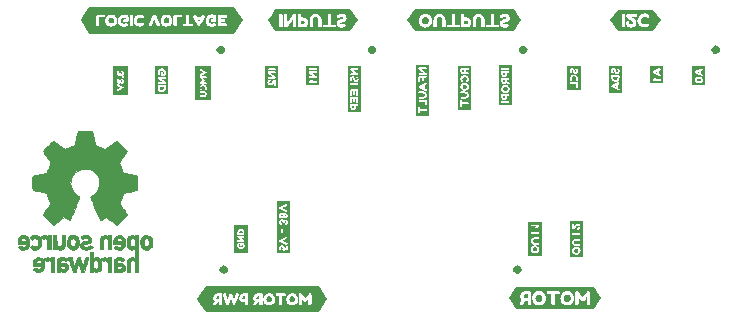
<source format=gbo>
%TF.GenerationSoftware,KiCad,Pcbnew,8.0.2*%
%TF.CreationDate,2024-07-24T20:27:57+03:00*%
%TF.ProjectId,DRV8234 DC Motor Driver Expander,44525638-3233-4342-9044-43204d6f746f,rev?*%
%TF.SameCoordinates,PX5f5e100PY5f5e100*%
%TF.FileFunction,Legend,Bot*%
%TF.FilePolarity,Positive*%
%FSLAX46Y46*%
G04 Gerber Fmt 4.6, Leading zero omitted, Abs format (unit mm)*
G04 Created by KiCad (PCBNEW 8.0.2) date 2024-07-24 20:27:57*
%MOMM*%
%LPD*%
G01*
G04 APERTURE LIST*
%ADD10C,0.000000*%
%ADD11C,0.508000*%
%ADD12C,0.010000*%
G04 APERTURE END LIST*
D10*
%TO.C,kibuzzard-66A11A2A*%
G36*
X10669242Y24510730D02*
G01*
X10669242Y24175107D01*
X10669242Y23617167D01*
X10669242Y23321888D01*
X10669242Y22964235D01*
X9330758Y22964235D01*
X9330758Y23321888D01*
X9330758Y23793991D01*
X9696996Y23793991D01*
X9745923Y23754506D01*
X10079828Y23618884D01*
X9745923Y23483262D01*
X9697425Y23442918D01*
X9709871Y23379399D01*
X9751073Y23330043D01*
X9810300Y23339914D01*
X10257511Y23543348D01*
X10288841Y23572961D01*
X10300429Y23617167D01*
X10289700Y23665236D01*
X10257511Y23694421D01*
X9810300Y23897854D01*
X9750644Y23906438D01*
X9709871Y23858369D01*
X9696996Y23793991D01*
X9330758Y23793991D01*
X9330758Y24175107D01*
X9691845Y24175107D01*
X9698331Y24112685D01*
X9717787Y24059323D01*
X9750215Y24015021D01*
X9790558Y23981879D01*
X9833763Y23961993D01*
X9879828Y23955365D01*
X9942704Y23970172D01*
X9985408Y24014592D01*
X10031760Y23966524D01*
X10066094Y23949142D01*
X10107296Y23943348D01*
X10162852Y23950644D01*
X10211636Y23972532D01*
X10253648Y24009013D01*
X10285837Y24056652D01*
X10305150Y24112017D01*
X10311588Y24175107D01*
X10305150Y24233763D01*
X10285837Y24287268D01*
X10253648Y24335622D01*
X10212971Y24373772D01*
X10168193Y24396662D01*
X10119313Y24404292D01*
X10078755Y24382833D01*
X10065236Y24318455D01*
X10074678Y24271245D01*
X10115021Y24246352D01*
X10119742Y24244635D01*
X10130043Y24238197D01*
X10142918Y24225322D01*
X10153219Y24204721D01*
X10157940Y24174249D01*
X10144635Y24120601D01*
X10109013Y24100429D01*
X10071674Y24116953D01*
X10059227Y24166524D01*
X10059227Y24190129D01*
X10055365Y24209871D01*
X10044635Y24229185D01*
X10022318Y24239485D01*
X9984549Y24244635D01*
X9941631Y24239056D01*
X9919313Y24221030D01*
X9912017Y24199142D01*
X9910730Y24171674D01*
X9910730Y24165665D01*
X9905150Y24125751D01*
X9883262Y24113305D01*
X9853648Y24127468D01*
X9842918Y24166524D01*
X9851502Y24203433D01*
X9877253Y24228326D01*
X9912637Y24254459D01*
X9922651Y24290510D01*
X9907296Y24336481D01*
X9860086Y24378970D01*
X9800858Y24366524D01*
X9797854Y24365236D01*
X9788412Y24360515D01*
X9774249Y24351931D01*
X9757082Y24338197D01*
X9738627Y24319313D01*
X9721030Y24293991D01*
X9706009Y24262232D01*
X9695708Y24222747D01*
X9691845Y24175107D01*
X9330758Y24175107D01*
X9330758Y24509871D01*
X10137339Y24509871D01*
X10155794Y24446352D01*
X10181223Y24432833D01*
X10220601Y24428326D01*
X10284120Y24446781D01*
X10302146Y24510730D01*
X10284120Y24574678D01*
X10221459Y24593133D01*
X10181438Y24588519D01*
X10155794Y24574678D01*
X10141953Y24549249D01*
X10137339Y24509871D01*
X9330758Y24509871D01*
X9330758Y24848927D01*
X9691845Y24848927D01*
X9698331Y24786505D01*
X9717787Y24733143D01*
X9750215Y24688841D01*
X9790558Y24655699D01*
X9833763Y24635813D01*
X9879828Y24629185D01*
X9942704Y24643991D01*
X9985408Y24688412D01*
X10031760Y24640343D01*
X10066094Y24622961D01*
X10107296Y24617167D01*
X10162852Y24624464D01*
X10211636Y24646352D01*
X10253648Y24682833D01*
X10285837Y24730472D01*
X10305150Y24785837D01*
X10311588Y24848927D01*
X10305150Y24907582D01*
X10285837Y24961087D01*
X10253648Y25009442D01*
X10212971Y25047592D01*
X10168193Y25070482D01*
X10119313Y25078112D01*
X10078755Y25056652D01*
X10065236Y24992275D01*
X10074678Y24945064D01*
X10115021Y24920172D01*
X10119742Y24918455D01*
X10130043Y24912017D01*
X10142918Y24899142D01*
X10153219Y24878541D01*
X10157940Y24848069D01*
X10144635Y24794421D01*
X10109013Y24774249D01*
X10071674Y24790773D01*
X10059227Y24840343D01*
X10059227Y24863948D01*
X10055365Y24883691D01*
X10044635Y24903004D01*
X10022318Y24913305D01*
X9984549Y24918455D01*
X9941631Y24912876D01*
X9919313Y24894850D01*
X9912017Y24872961D01*
X9910730Y24845494D01*
X9910730Y24839485D01*
X9905150Y24799571D01*
X9883262Y24787124D01*
X9853648Y24801288D01*
X9842918Y24840343D01*
X9851502Y24877253D01*
X9877253Y24902146D01*
X9912637Y24928278D01*
X9922651Y24964330D01*
X9907296Y25010300D01*
X9860086Y25052790D01*
X9800858Y25040343D01*
X9797854Y25039056D01*
X9788412Y25034335D01*
X9774249Y25025751D01*
X9757082Y25012017D01*
X9738627Y24993133D01*
X9721030Y24967811D01*
X9706009Y24936052D01*
X9695708Y24896567D01*
X9691845Y24848927D01*
X9330758Y24848927D01*
X9330758Y25078112D01*
X9330758Y25435765D01*
X10669242Y25435765D01*
X10669242Y25078112D01*
X10669242Y24848927D01*
X10669242Y24510730D01*
G37*
%TO.C,kibuzzard-66A11A0B*%
G36*
X17668813Y24490129D02*
G01*
X17668813Y23574249D01*
X17668813Y23066953D01*
X17668813Y22800000D01*
X17668813Y22549642D01*
X16331187Y22549642D01*
X16331187Y22800000D01*
X16331187Y23252361D01*
X16700000Y23252361D01*
X16706009Y23207296D01*
X16725322Y23183691D01*
X16749356Y23175107D01*
X16779828Y23173391D01*
X17019313Y23173391D01*
X17079828Y23164807D01*
X17130472Y23130472D01*
X17147532Y23101073D01*
X17153219Y23064378D01*
X17143991Y23020386D01*
X17116309Y22986266D01*
X17073391Y22964378D01*
X17018455Y22957082D01*
X16774678Y22957082D01*
X16746781Y22955365D01*
X16724464Y22946781D01*
X16706009Y22922747D01*
X16700000Y22878112D01*
X16706009Y22833476D01*
X16726180Y22809442D01*
X16750215Y22801288D01*
X16779828Y22800000D01*
X17021030Y22800000D01*
X17072961Y22804399D01*
X17124034Y22817597D01*
X17172639Y22838948D01*
X17217167Y22867811D01*
X17255472Y22905258D01*
X17285408Y22952361D01*
X17304721Y23006974D01*
X17311159Y23066953D01*
X17304614Y23126824D01*
X17284979Y23181116D01*
X17254614Y23227790D01*
X17215880Y23264807D01*
X17171030Y23293240D01*
X17122318Y23314163D01*
X17071245Y23327039D01*
X17019313Y23331330D01*
X16778970Y23331330D01*
X16749356Y23330043D01*
X16725751Y23321888D01*
X16706009Y23297854D01*
X16700000Y23252361D01*
X16331187Y23252361D01*
X16331187Y23571674D01*
X16694850Y23571674D01*
X16700191Y23520553D01*
X16716214Y23467907D01*
X16742918Y23413734D01*
X16759227Y23390558D01*
X16777253Y23374678D01*
X16803004Y23366524D01*
X16851073Y23385408D01*
X16885837Y23417597D01*
X16897425Y23447210D01*
X16877682Y23493562D01*
X16873820Y23499142D01*
X16869099Y23506438D01*
X16864378Y23514592D01*
X16860086Y23526180D01*
X16856652Y23539914D01*
X16853648Y23557082D01*
X16852790Y23577682D01*
X16861373Y23626609D01*
X16886695Y23675107D01*
X16933476Y23713305D01*
X16965665Y23724249D01*
X17002146Y23727897D01*
X17049034Y23721352D01*
X17088412Y23701717D01*
X17118562Y23673927D01*
X17137768Y23642918D01*
X17151502Y23577682D01*
X17144421Y23532403D01*
X17123176Y23489270D01*
X17106009Y23446352D01*
X17118240Y23417167D01*
X17154936Y23386266D01*
X17204721Y23367382D01*
X17236052Y23379399D01*
X17262232Y23414592D01*
X17288937Y23465522D01*
X17304959Y23518741D01*
X17310300Y23574249D01*
X17307725Y23610622D01*
X17300000Y23649356D01*
X17286159Y23689914D01*
X17265236Y23731760D01*
X17238197Y23771996D01*
X17206009Y23807725D01*
X17166416Y23838305D01*
X17117167Y23863090D01*
X17060300Y23879506D01*
X16997854Y23884979D01*
X16937768Y23879614D01*
X16882833Y23863519D01*
X16835086Y23839056D01*
X16796567Y23808584D01*
X16765236Y23772854D01*
X16739056Y23732618D01*
X16718777Y23690558D01*
X16705150Y23649356D01*
X16697425Y23609549D01*
X16694850Y23571674D01*
X16331187Y23571674D01*
X16331187Y24488412D01*
X16701717Y24488412D01*
X16703004Y24465665D01*
X16705150Y24450215D01*
X16709013Y24439056D01*
X16713305Y24431760D01*
X16719742Y24425322D01*
X16725751Y24419742D01*
X16950644Y24244635D01*
X16726609Y24070386D01*
X16706867Y24044635D01*
X16701717Y23999142D01*
X16707725Y23954506D01*
X16727039Y23930901D01*
X16750644Y23922747D01*
X16780687Y23921030D01*
X17223605Y23921030D01*
X17252790Y23922747D01*
X17275966Y23931330D01*
X17294850Y23954936D01*
X17300858Y24000000D01*
X17294850Y24044635D01*
X17275107Y24068670D01*
X17251502Y24076824D01*
X17221888Y24078112D01*
X16978112Y24078112D01*
X17114592Y24178541D01*
X17121459Y24183691D01*
X17130901Y24191845D01*
X17139485Y24203004D01*
X17147210Y24221030D01*
X17149785Y24244635D01*
X17140987Y24283262D01*
X17114592Y24311588D01*
X16978970Y24411159D01*
X17223605Y24411159D01*
X17252361Y24412446D01*
X17275536Y24420601D01*
X17294850Y24444635D01*
X17300858Y24490129D01*
X17294850Y24534335D01*
X17275536Y24557511D01*
X17251931Y24565665D01*
X17221888Y24567382D01*
X16778970Y24567382D01*
X16750215Y24566094D01*
X16727039Y24557940D01*
X16707725Y24533906D01*
X16701717Y24488412D01*
X16331187Y24488412D01*
X16331187Y25078970D01*
X16697425Y25078970D01*
X16746352Y25039485D01*
X17080258Y24903863D01*
X16746352Y24768240D01*
X16697854Y24727897D01*
X16710300Y24664378D01*
X16751502Y24615021D01*
X16810730Y24624893D01*
X17257940Y24828326D01*
X17289270Y24857940D01*
X17300858Y24902146D01*
X17290129Y24950215D01*
X17257940Y24979399D01*
X16810730Y25182833D01*
X16751073Y25191416D01*
X16710300Y25143348D01*
X16697425Y25078970D01*
X16331187Y25078970D01*
X16331187Y25200000D01*
X16331187Y25450358D01*
X17668813Y25450358D01*
X17668813Y25200000D01*
X17668813Y24902146D01*
X17668813Y24490129D01*
G37*
%TO.C,kibuzzard-66A1197F*%
G36*
X20760229Y11656223D02*
G01*
X20760229Y9943777D01*
X20760229Y9586123D01*
X19639771Y9586123D01*
X19639771Y9943777D01*
X19639771Y10245923D01*
X19890129Y10245923D01*
X19895976Y10186266D01*
X19913519Y10130901D01*
X19942758Y10079828D01*
X19983691Y10033047D01*
X20032779Y9993991D01*
X20086481Y9966094D01*
X20144796Y9949356D01*
X20207725Y9943777D01*
X20267731Y9949437D01*
X20323283Y9966416D01*
X20374383Y9994716D01*
X20421030Y10034335D01*
X20459898Y10081894D01*
X20487661Y10134013D01*
X20504319Y10190692D01*
X20509871Y10251931D01*
X20506760Y10296459D01*
X20497425Y10344206D01*
X20482511Y10389378D01*
X20462661Y10426180D01*
X20445494Y10450215D01*
X20427468Y10466094D01*
X20402575Y10474249D01*
X20354506Y10454506D01*
X20320386Y10422747D01*
X20309013Y10390987D01*
X20328755Y10344635D01*
X20346781Y10300644D01*
X20352790Y10247639D01*
X20342167Y10191202D01*
X20310300Y10143777D01*
X20262983Y10111588D01*
X20206009Y10100858D01*
X20147210Y10112017D01*
X20096137Y10145494D01*
X20060730Y10193777D01*
X20048927Y10249356D01*
X20051717Y10298712D01*
X20060086Y10335193D01*
X20133906Y10335193D01*
X20133906Y10271674D01*
X20135193Y10248498D01*
X20142060Y10230472D01*
X20162232Y10215880D01*
X20200858Y10211588D01*
X20238627Y10216309D01*
X20258798Y10232189D01*
X20265665Y10251073D01*
X20266953Y10274249D01*
X20266953Y10424464D01*
X20260944Y10457511D01*
X20249785Y10477682D01*
X20232618Y10487983D01*
X20213734Y10491845D01*
X20192275Y10492275D01*
X20016309Y10492275D01*
X19966953Y10471674D01*
X19943455Y10447425D01*
X19923605Y10415880D01*
X19905007Y10368383D01*
X19893848Y10311731D01*
X19890129Y10245923D01*
X19639771Y10245923D01*
X19639771Y10632189D01*
X19639771Y11003004D01*
X19898712Y11003004D01*
X19903433Y10958798D01*
X19921888Y10933476D01*
X20215451Y10711159D01*
X19976824Y10711159D01*
X19947210Y10709871D01*
X19924034Y10701717D01*
X19904721Y10677682D01*
X19898712Y10632189D01*
X19904721Y10587983D01*
X19924034Y10564807D01*
X19947639Y10556652D01*
X19977682Y10554936D01*
X20423176Y10554936D01*
X20451931Y10556652D01*
X20474678Y10565236D01*
X20493133Y10588841D01*
X20498712Y10633906D01*
X20493562Y10672961D01*
X20482833Y10694850D01*
X20465236Y10710300D01*
X20176824Y10924893D01*
X20423176Y10924893D01*
X20451502Y10926609D01*
X20474249Y10935193D01*
X20492704Y10959227D01*
X20498712Y11003863D01*
X20492704Y11048498D01*
X20472961Y11072532D01*
X20449356Y11080687D01*
X20419742Y11081974D01*
X19976824Y11081974D01*
X19947210Y11080687D01*
X19924034Y11072532D01*
X19904721Y11048498D01*
X19898712Y11003004D01*
X19639771Y11003004D01*
X19639771Y11208155D01*
X19639771Y11354077D01*
X19899571Y11354077D01*
X19899571Y11208155D01*
X19905579Y11164807D01*
X19924034Y11141202D01*
X19948069Y11132189D01*
X19978541Y11130043D01*
X20422318Y11130043D01*
X20451073Y11131330D01*
X20474678Y11139485D01*
X20493991Y11163519D01*
X20499571Y11209013D01*
X20499571Y11356652D01*
X20494099Y11415880D01*
X20477682Y11470815D01*
X20450322Y11521459D01*
X20412017Y11567811D01*
X20366094Y11606491D01*
X20315880Y11634120D01*
X20261373Y11650697D01*
X20202575Y11656223D01*
X20142194Y11650697D01*
X20086373Y11634120D01*
X20035113Y11606491D01*
X19988412Y11567811D01*
X19949544Y11521298D01*
X19921781Y11470172D01*
X19905123Y11414431D01*
X19899571Y11354077D01*
X19639771Y11354077D01*
X19639771Y11656223D01*
X19639771Y12013877D01*
X20760229Y12013877D01*
X20760229Y11656223D01*
G37*
G36*
X20254077Y11488627D02*
G01*
X20300429Y11457082D01*
X20331974Y11410730D01*
X20342489Y11355794D01*
X20342489Y11287124D01*
X20056652Y11287124D01*
X20056652Y11356652D01*
X20067060Y11410944D01*
X20098283Y11457082D01*
X20144313Y11488627D01*
X20199142Y11499142D01*
X20254077Y11488627D01*
G37*
D11*
%TO.C,J5*%
X43739999Y8200000D02*
G75*
G02*
X43459999Y8200000I-140000J0D01*
G01*
X43459999Y8200000D02*
G75*
G02*
X43739999Y8200000I140000J0D01*
G01*
%TO.C,J1*%
X18890000Y8200000D02*
G75*
G02*
X18610000Y8200000I-140000J0D01*
G01*
X18610000Y8200000D02*
G75*
G02*
X18890000Y8200000I140000J0D01*
G01*
D10*
%TO.C,kibuzzard-66A118C9*%
G36*
X27516373Y5700000D02*
G01*
X26774201Y4586743D01*
X26178112Y4586743D01*
X26049356Y4586743D01*
X24538627Y4586743D01*
X23572961Y4586743D01*
X22591559Y4586743D01*
X21404149Y4586743D01*
X20701717Y4586743D01*
X19615880Y4586743D01*
X17997854Y4586743D01*
X17821888Y4586743D01*
X17225799Y4586743D01*
X16737800Y5318741D01*
X17827611Y5318741D01*
X17896280Y5234335D01*
X17997854Y5194993D01*
X18077969Y5261516D01*
X18231044Y5468956D01*
X18364092Y5468956D01*
X18364092Y5330186D01*
X18366237Y5280830D01*
X18379828Y5242203D01*
X18419886Y5210014D01*
X18495708Y5200000D01*
X18570100Y5210014D01*
X18610157Y5242918D01*
X18623748Y5282260D01*
X18625894Y5331617D01*
X18625894Y6069814D01*
X18623748Y6117740D01*
X18619053Y6131330D01*
X18703863Y6131330D01*
X18711731Y6026896D01*
X18967811Y5288698D01*
X19012518Y5222175D01*
X19092275Y5200000D01*
X19153076Y5212876D01*
X19193133Y5245064D01*
X19211731Y5275107D01*
X19219599Y5295851D01*
X19354077Y5736481D01*
X19488555Y5297282D01*
X19534692Y5224320D01*
X19615880Y5200000D01*
X19687411Y5220744D01*
X19726037Y5257940D01*
X19738913Y5288698D01*
X19928552Y5832332D01*
X20050787Y5832332D01*
X20059728Y5747747D01*
X20086552Y5671388D01*
X20127504Y5606474D01*
X20178827Y5556223D01*
X20236767Y5518312D01*
X20297568Y5490415D01*
X20358548Y5473247D01*
X20417024Y5467525D01*
X20570100Y5467525D01*
X20570100Y5330186D01*
X20572246Y5280830D01*
X20585837Y5242203D01*
X20625894Y5210014D01*
X20701717Y5200000D01*
X20776109Y5210014D01*
X20816166Y5242918D01*
X20829757Y5282260D01*
X20831343Y5318741D01*
X21233906Y5318741D01*
X21302575Y5234335D01*
X21404149Y5194993D01*
X21484263Y5261516D01*
X21637339Y5468956D01*
X21770386Y5468956D01*
X21770386Y5330186D01*
X21772532Y5280830D01*
X21786123Y5242203D01*
X21826180Y5210014D01*
X21902003Y5200000D01*
X21976395Y5210014D01*
X22016452Y5242918D01*
X22030043Y5282260D01*
X22032189Y5331617D01*
X22032189Y5696423D01*
X22102289Y5696423D01*
X22111275Y5594358D01*
X22138233Y5499893D01*
X22183163Y5413028D01*
X22246066Y5333763D01*
X22321575Y5267731D01*
X22404328Y5220565D01*
X22494322Y5192266D01*
X22591559Y5182833D01*
X22691524Y5192132D01*
X22783977Y5220029D01*
X22868920Y5266524D01*
X22946352Y5331617D01*
X23010819Y5409853D01*
X23056867Y5495780D01*
X23084496Y5589396D01*
X23093705Y5690701D01*
X23084764Y5795315D01*
X23057940Y5891702D01*
X23013233Y5979864D01*
X22950644Y6059800D01*
X22914886Y6091273D01*
X23135193Y6091273D01*
X23143777Y6028326D01*
X23171674Y5994707D01*
X23204578Y5983262D01*
X23245351Y5981116D01*
X23442775Y5981116D01*
X23442775Y5325894D01*
X23444921Y5277969D01*
X23458512Y5240057D01*
X23498569Y5208584D01*
X23572961Y5198569D01*
X23646638Y5208584D01*
X23685265Y5240773D01*
X23698140Y5279399D01*
X23700286Y5327325D01*
X23700286Y5696423D01*
X24049356Y5696423D01*
X24058342Y5594358D01*
X24085300Y5499893D01*
X24130231Y5413028D01*
X24193133Y5333763D01*
X24268643Y5267731D01*
X24351395Y5220565D01*
X24441389Y5192266D01*
X24538627Y5182833D01*
X24638591Y5192132D01*
X24731044Y5220029D01*
X24815987Y5266524D01*
X24893419Y5331617D01*
X24957886Y5409853D01*
X25003934Y5495780D01*
X25031563Y5589396D01*
X25040773Y5690701D01*
X25031831Y5795315D01*
X25005007Y5891702D01*
X24960300Y5979864D01*
X24897711Y6059800D01*
X24889584Y6066953D01*
X25100858Y6066953D01*
X25100858Y5328755D01*
X25103720Y5280114D01*
X25118026Y5241488D01*
X25157368Y5210014D01*
X25232475Y5200000D01*
X25306867Y5210014D01*
X25346924Y5242918D01*
X25360515Y5282260D01*
X25362661Y5331617D01*
X25362661Y5737911D01*
X25530043Y5510443D01*
X25538627Y5498999D01*
X25552217Y5483262D01*
X25570815Y5468956D01*
X25600858Y5456080D01*
X25640200Y5451788D01*
X25704578Y5466452D01*
X25751788Y5510443D01*
X25917740Y5736481D01*
X25917740Y5328755D01*
X25919886Y5280830D01*
X25933476Y5242203D01*
X25973534Y5210014D01*
X26049356Y5200000D01*
X26123033Y5210014D01*
X26161660Y5242203D01*
X26175250Y5281545D01*
X26178112Y5331617D01*
X26178112Y6069814D01*
X26175966Y6117740D01*
X26162375Y6156366D01*
X26122318Y6188555D01*
X26046495Y6198569D01*
X26008584Y6196423D01*
X25982833Y6192847D01*
X25964235Y6186409D01*
X25952074Y6179256D01*
X25941345Y6168526D01*
X25932046Y6158512D01*
X25640200Y5783691D01*
X25349785Y6157082D01*
X25306867Y6189986D01*
X25231044Y6198569D01*
X25156652Y6188555D01*
X25117310Y6156366D01*
X25103720Y6117024D01*
X25100858Y6066953D01*
X24889584Y6066953D01*
X24822335Y6126144D01*
X24739270Y6173534D01*
X24648516Y6201967D01*
X24550072Y6211445D01*
X24449571Y6202101D01*
X24356938Y6174070D01*
X24272175Y6127352D01*
X24195279Y6061946D01*
X24131438Y5983038D01*
X24085837Y5895815D01*
X24058476Y5800277D01*
X24049356Y5696423D01*
X23700286Y5696423D01*
X23700286Y5981116D01*
X23899142Y5981116D01*
X23939914Y5983262D01*
X23972103Y5994707D01*
X23999285Y6028326D01*
X24007868Y6092704D01*
X23999285Y6154936D01*
X23971388Y6187840D01*
X23938484Y6199285D01*
X23897711Y6201431D01*
X23243920Y6201431D01*
X23203147Y6199285D01*
X23170959Y6187840D01*
X23143777Y6154220D01*
X23135193Y6091273D01*
X22914886Y6091273D01*
X22875268Y6126144D01*
X22792203Y6173534D01*
X22701448Y6201967D01*
X22603004Y6211445D01*
X22502504Y6202101D01*
X22409871Y6174070D01*
X22325107Y6127352D01*
X22248212Y6061946D01*
X22184371Y5983038D01*
X22138770Y5895815D01*
X22111409Y5800277D01*
X22102289Y5696423D01*
X22032189Y5696423D01*
X22032189Y6069814D01*
X22030043Y6117740D01*
X22016452Y6157082D01*
X21976395Y6189986D01*
X21900572Y6200000D01*
X21613019Y6200000D01*
X21554900Y6194278D01*
X21494993Y6177110D01*
X21435265Y6149213D01*
X21377682Y6111302D01*
X21326359Y6060694D01*
X21285408Y5994707D01*
X21258584Y5917275D01*
X21249642Y5832332D01*
X21263631Y5725195D01*
X21305595Y5632682D01*
X21375536Y5554793D01*
X21272532Y5417454D01*
X21233906Y5318741D01*
X20831343Y5318741D01*
X20831903Y5331617D01*
X20831903Y6069814D01*
X20829757Y6117740D01*
X20816166Y6157082D01*
X20776109Y6189986D01*
X20700286Y6200000D01*
X20415594Y6200000D01*
X20357296Y6194278D01*
X20296853Y6177110D01*
X20236767Y6149213D01*
X20179542Y6111302D01*
X20128577Y6060694D01*
X20087268Y5994707D01*
X20059907Y5917275D01*
X20050787Y5832332D01*
X19928552Y5832332D01*
X19996423Y6026896D01*
X20002861Y6132761D01*
X19913448Y6192847D01*
X19806867Y6199285D01*
X19748927Y6111302D01*
X19600143Y5676395D01*
X19482833Y6104149D01*
X19439199Y6176037D01*
X19356938Y6200000D01*
X19315451Y6196423D01*
X19283977Y6184263D01*
X19261803Y6168526D01*
X19246066Y6149928D01*
X19236767Y6132046D01*
X19229614Y6114163D01*
X19225322Y6102718D01*
X19108011Y5673534D01*
X18959227Y6111302D01*
X18901288Y6200000D01*
X18793276Y6194278D01*
X18703863Y6131330D01*
X18619053Y6131330D01*
X18610157Y6157082D01*
X18570100Y6189986D01*
X18494278Y6200000D01*
X18206724Y6200000D01*
X18148605Y6194278D01*
X18088698Y6177110D01*
X18028970Y6149213D01*
X17971388Y6111302D01*
X17920064Y6060694D01*
X17879113Y5994707D01*
X17852289Y5917275D01*
X17843348Y5832332D01*
X17857336Y5725195D01*
X17899301Y5632682D01*
X17969242Y5554793D01*
X17866237Y5417454D01*
X17827611Y5318741D01*
X16737800Y5318741D01*
X16483627Y5700000D01*
X17225799Y6813257D01*
X17821888Y6813257D01*
X26178112Y6813257D01*
X26774201Y6813257D01*
X27516373Y5700000D01*
G37*
G36*
X24634478Y5931223D02*
G01*
X24710300Y5875966D01*
X24761803Y5794242D01*
X24778970Y5696423D01*
X24761624Y5600572D01*
X24709585Y5519027D01*
X24633941Y5463233D01*
X24545780Y5444635D01*
X24454757Y5462697D01*
X24379113Y5516881D01*
X24328147Y5597890D01*
X24311159Y5696423D01*
X24328326Y5794242D01*
X24379828Y5875966D01*
X24455293Y5931223D01*
X24544349Y5949642D01*
X24634478Y5931223D01*
G37*
G36*
X22687411Y5931223D02*
G01*
X22763233Y5875966D01*
X22814735Y5794242D01*
X22831903Y5696423D01*
X22814557Y5600572D01*
X22762518Y5519027D01*
X22686874Y5463233D01*
X22598712Y5444635D01*
X22507690Y5462697D01*
X22432046Y5516881D01*
X22381080Y5597890D01*
X22364092Y5696423D01*
X22381259Y5794242D01*
X22432761Y5875966D01*
X22508226Y5931223D01*
X22597282Y5949642D01*
X22687411Y5931223D01*
G37*
G36*
X21770386Y5729328D02*
G01*
X21613019Y5729328D01*
X21544349Y5755079D01*
X21511445Y5833763D01*
X21542203Y5908155D01*
X21615880Y5938197D01*
X21770386Y5938197D01*
X21770386Y5729328D01*
G37*
G36*
X20570100Y5729328D02*
G01*
X20415594Y5729328D01*
X20344778Y5755079D01*
X20311159Y5833763D01*
X20341917Y5908155D01*
X20417024Y5938197D01*
X20570100Y5938197D01*
X20570100Y5729328D01*
G37*
G36*
X18364092Y5729328D02*
G01*
X18206724Y5729328D01*
X18138054Y5755079D01*
X18105150Y5833763D01*
X18135908Y5908155D01*
X18209585Y5938197D01*
X18364092Y5938197D01*
X18364092Y5729328D01*
G37*
%TO.C,kibuzzard-66A118A5*%
G36*
X8092990Y30418264D02*
G01*
X9227468Y30418264D01*
X10290415Y30418264D01*
X10935622Y30418264D01*
X11645207Y30418264D01*
X12869814Y30418264D01*
X13909871Y30418264D01*
X14620887Y30418264D01*
X15689557Y30418264D01*
X16969957Y30418264D01*
X17719599Y30418264D01*
X18379113Y30418264D01*
X19037196Y30418264D01*
X19633286Y30418264D01*
X20378795Y29300000D01*
X19633286Y28181736D01*
X19037196Y28181736D01*
X7962804Y28181736D01*
X7366714Y28181736D01*
X6621205Y29300000D01*
X6866317Y29667668D01*
X7962804Y29667668D01*
X7962804Y28928040D01*
X7964950Y28880114D01*
X7978541Y28840773D01*
X8018598Y28807868D01*
X8094421Y28797854D01*
X8168813Y28807868D01*
X8208870Y28840773D01*
X8222461Y28880114D01*
X8224607Y28929471D01*
X8224607Y29307153D01*
X8725322Y29307153D01*
X8734263Y29202539D01*
X8761087Y29106152D01*
X8805794Y29017990D01*
X8868383Y28938054D01*
X8943759Y28871710D01*
X9026824Y28824320D01*
X9117579Y28795887D01*
X9216023Y28786409D01*
X9316524Y28795753D01*
X9409156Y28823784D01*
X9493920Y28870503D01*
X9570815Y28935908D01*
X9634657Y29014816D01*
X9680258Y29102039D01*
X9707618Y29197577D01*
X9715230Y29284263D01*
X9786838Y29284263D01*
X9796271Y29184254D01*
X9824571Y29091667D01*
X9871736Y29006500D01*
X9937768Y28928755D01*
X10017033Y28863975D01*
X10103898Y28817704D01*
X10198364Y28789941D01*
X10300429Y28780687D01*
X10374642Y28785873D01*
X10454220Y28801431D01*
X10529506Y28826288D01*
X10590844Y28859371D01*
X10630901Y28887983D01*
X10657368Y28918026D01*
X10670959Y28959514D01*
X10638054Y29039628D01*
X10585122Y29096495D01*
X10532189Y29115451D01*
X10454936Y29082546D01*
X10381617Y29052504D01*
X10293276Y29042489D01*
X10199213Y29060193D01*
X10120172Y29113305D01*
X10066524Y29192167D01*
X10048641Y29287124D01*
X10067239Y29385122D01*
X10123033Y29470243D01*
X10203505Y29529256D01*
X10296137Y29548927D01*
X10378398Y29544278D01*
X10439199Y29530329D01*
X10439199Y29407296D01*
X10333333Y29407296D01*
X10294707Y29405150D01*
X10264664Y29393705D01*
X10240343Y29360086D01*
X10233190Y29295708D01*
X10241059Y29232761D01*
X10267525Y29199142D01*
X10298999Y29187697D01*
X10337625Y29185551D01*
X10587983Y29185551D01*
X10643062Y29195565D01*
X10676681Y29214163D01*
X10693848Y29242775D01*
X10700286Y29274249D01*
X10701001Y29310014D01*
X10701001Y29603290D01*
X10674131Y29667668D01*
X10805436Y29667668D01*
X10805436Y28928040D01*
X10807582Y28880114D01*
X10821173Y28840773D01*
X10861230Y28807868D01*
X10937053Y28797854D01*
X11011445Y28807868D01*
X11051502Y28840773D01*
X11065093Y28880114D01*
X11067239Y28929471D01*
X11067239Y29292847D01*
X11127325Y29292847D01*
X11136266Y29192704D01*
X11163090Y29101144D01*
X11203863Y29021567D01*
X11254649Y28957368D01*
X11314199Y28905150D01*
X11381259Y28861516D01*
X11451359Y28827718D01*
X11520029Y28805007D01*
X11586373Y28792132D01*
X11649499Y28787840D01*
X11734700Y28796741D01*
X11822445Y28823446D01*
X11912732Y28867954D01*
X11932046Y28881545D01*
X12387697Y28881545D01*
X12467811Y28813591D01*
X12575107Y28792132D01*
X12640916Y28873677D01*
X12866953Y29430186D01*
X13092990Y28873677D01*
X13160229Y28792847D01*
X13266094Y28813591D01*
X13348355Y28882260D01*
X13331903Y28980973D01*
X13183525Y29307153D01*
X13407725Y29307153D01*
X13416667Y29202539D01*
X13443491Y29106152D01*
X13488197Y29017990D01*
X13550787Y28938054D01*
X13626162Y28871710D01*
X13709227Y28824320D01*
X13799982Y28795887D01*
X13898426Y28786409D01*
X13998927Y28795753D01*
X14091559Y28823784D01*
X14176323Y28870503D01*
X14253219Y28935908D01*
X14317060Y29014816D01*
X14362661Y29102039D01*
X14390021Y29197577D01*
X14399142Y29301431D01*
X14390156Y29403496D01*
X14363197Y29497961D01*
X14318267Y29584827D01*
X14255365Y29664092D01*
X14251276Y29667668D01*
X14490701Y29667668D01*
X14490701Y28928040D01*
X14492847Y28880114D01*
X14506438Y28840773D01*
X14546495Y28807868D01*
X14622318Y28797854D01*
X14696710Y28807868D01*
X14736767Y28840773D01*
X14750358Y28880114D01*
X14751447Y28905150D01*
X15254649Y28905150D01*
X15263233Y28842918D01*
X15291130Y28810014D01*
X15324034Y28798569D01*
X15364807Y28796423D01*
X16018598Y28796423D01*
X16059371Y28798569D01*
X16091559Y28810014D01*
X16118741Y28843634D01*
X16127325Y28906581D01*
X16118741Y28969528D01*
X16090844Y29003147D01*
X16057940Y29014592D01*
X16017167Y29016738D01*
X15819742Y29016738D01*
X15819742Y29671960D01*
X15817661Y29718455D01*
X16160229Y29718455D01*
X16178827Y29617597D01*
X16537911Y28873677D01*
X16587983Y28818598D01*
X16658083Y28797854D01*
X16727825Y28817167D01*
X16776824Y28875107D01*
X16974701Y29284263D01*
X17216023Y29284263D01*
X17225456Y29184254D01*
X17253755Y29091667D01*
X17300921Y29006500D01*
X17366953Y28928755D01*
X17446218Y28863975D01*
X17533083Y28817704D01*
X17627548Y28789941D01*
X17729614Y28780687D01*
X17803827Y28785873D01*
X17883405Y28801431D01*
X17958691Y28826288D01*
X18020029Y28859371D01*
X18060086Y28887983D01*
X18086552Y28918026D01*
X18100143Y28959514D01*
X18067239Y29039628D01*
X18014306Y29096495D01*
X17961373Y29115451D01*
X17884120Y29082546D01*
X17810801Y29052504D01*
X17722461Y29042489D01*
X17628398Y29060193D01*
X17549356Y29113305D01*
X17495708Y29192167D01*
X17477825Y29287124D01*
X17496423Y29385122D01*
X17552217Y29470243D01*
X17632690Y29529256D01*
X17725322Y29548927D01*
X17807582Y29544278D01*
X17868383Y29530329D01*
X17868383Y29407296D01*
X17762518Y29407296D01*
X17723891Y29405150D01*
X17693848Y29393705D01*
X17669528Y29360086D01*
X17662375Y29295708D01*
X17670243Y29232761D01*
X17696710Y29199142D01*
X17728183Y29187697D01*
X17766810Y29185551D01*
X18017167Y29185551D01*
X18072246Y29195565D01*
X18105866Y29214163D01*
X18123033Y29242775D01*
X18129471Y29274249D01*
X18130186Y29310014D01*
X18130186Y29603290D01*
X18103315Y29667668D01*
X18248927Y29667668D01*
X18248927Y28928040D01*
X18278255Y28825751D01*
X18383405Y28797854D01*
X18907010Y28797854D01*
X18956366Y28800000D01*
X18994993Y28813591D01*
X19027182Y28853648D01*
X19037196Y28929471D01*
X19027182Y29003863D01*
X18994278Y29043920D01*
X18954936Y29057511D01*
X18905579Y29059657D01*
X18510730Y29059657D01*
X18510730Y29186981D01*
X18775393Y29186981D01*
X18821888Y29189127D01*
X18856223Y29200572D01*
X18883405Y29234907D01*
X18891273Y29300000D01*
X18883405Y29363662D01*
X18855508Y29396567D01*
X18819742Y29408011D01*
X18772532Y29410157D01*
X18510730Y29410157D01*
X18510730Y29537482D01*
X18907010Y29537482D01*
X18956366Y29539628D01*
X18994993Y29553219D01*
X19027182Y29593276D01*
X19037196Y29669099D01*
X19027182Y29743491D01*
X18994278Y29783548D01*
X18954936Y29797139D01*
X18905579Y29799285D01*
X18379113Y29799285D01*
X18304721Y29789270D01*
X18264664Y29756366D01*
X18251073Y29717024D01*
X18248927Y29667668D01*
X18103315Y29667668D01*
X18095851Y29685551D01*
X18055436Y29724714D01*
X18002861Y29757797D01*
X17923701Y29788794D01*
X17829280Y29807392D01*
X17719599Y29813591D01*
X17620172Y29803845D01*
X17527897Y29774607D01*
X17442775Y29725876D01*
X17364807Y29657654D01*
X17299714Y29575840D01*
X17253219Y29486338D01*
X17225322Y29389145D01*
X17216023Y29284263D01*
X16974701Y29284263D01*
X17135908Y29617597D01*
X17155222Y29719170D01*
X17075823Y29789270D01*
X16969957Y29810014D01*
X16899857Y29727754D01*
X16834049Y29591845D01*
X16482117Y29591845D01*
X16416309Y29729185D01*
X16344778Y29808584D01*
X16240343Y29787840D01*
X16160229Y29718455D01*
X15817661Y29718455D01*
X15817597Y29719886D01*
X15804006Y29757797D01*
X15763948Y29789270D01*
X15689557Y29799285D01*
X15615880Y29789270D01*
X15577253Y29757082D01*
X15564378Y29718455D01*
X15562232Y29670529D01*
X15562232Y29016738D01*
X15363376Y29016738D01*
X15322604Y29014592D01*
X15290415Y29003147D01*
X15263233Y28969528D01*
X15254649Y28905150D01*
X14751447Y28905150D01*
X14752504Y28929471D01*
X14752504Y29576109D01*
X15101574Y29576109D01*
X15142346Y29578255D01*
X15175250Y29589700D01*
X15203147Y29623319D01*
X15211731Y29687697D01*
X15203147Y29750644D01*
X15175250Y29784979D01*
X15140916Y29797139D01*
X15100143Y29799285D01*
X14620887Y29799285D01*
X14546495Y29789270D01*
X14506438Y29756366D01*
X14492847Y29717024D01*
X14490701Y29667668D01*
X14251276Y29667668D01*
X14179855Y29730123D01*
X14097103Y29777289D01*
X14007108Y29805588D01*
X13909871Y29815021D01*
X13809907Y29805722D01*
X13717454Y29777825D01*
X13632511Y29731330D01*
X13555079Y29666237D01*
X13490612Y29588001D01*
X13444564Y29502074D01*
X13416935Y29408459D01*
X13407725Y29307153D01*
X13183525Y29307153D01*
X12992847Y29726323D01*
X12943491Y29778541D01*
X12869814Y29797854D01*
X12789700Y29779971D01*
X12741059Y29726323D01*
X12402003Y28980973D01*
X12387697Y28881545D01*
X11932046Y28881545D01*
X11951359Y28895136D01*
X11977825Y28925179D01*
X11991416Y28968097D01*
X11959943Y29048212D01*
X11906295Y29106152D01*
X11856938Y29125465D01*
X11779685Y29092561D01*
X11770386Y29086123D01*
X11758226Y29078255D01*
X11744635Y29070386D01*
X11725322Y29063233D01*
X11702432Y29057511D01*
X11673820Y29052504D01*
X11639485Y29051073D01*
X11557940Y29065379D01*
X11477110Y29107582D01*
X11413448Y29185551D01*
X11395207Y29239199D01*
X11389127Y29300000D01*
X11400036Y29378147D01*
X11432761Y29443777D01*
X11479077Y29494027D01*
X11530758Y29526037D01*
X11639485Y29548927D01*
X11714950Y29537124D01*
X11786838Y29501717D01*
X11858369Y29473104D01*
X11907010Y29493491D01*
X11958512Y29554649D01*
X11989986Y29637625D01*
X11969957Y29689843D01*
X11911302Y29733476D01*
X11826419Y29777984D01*
X11737721Y29804689D01*
X11645207Y29813591D01*
X11584585Y29809299D01*
X11520029Y29796423D01*
X11452432Y29773355D01*
X11382690Y29738484D01*
X11315629Y29693419D01*
X11256080Y29639771D01*
X11205114Y29573784D01*
X11163805Y29491702D01*
X11136445Y29396924D01*
X11127325Y29292847D01*
X11067239Y29292847D01*
X11067239Y29669099D01*
X11065093Y29718455D01*
X11051502Y29757082D01*
X11011445Y29789270D01*
X10935622Y29799285D01*
X10861230Y29789270D01*
X10821173Y29756366D01*
X10807582Y29717024D01*
X10805436Y29667668D01*
X10674131Y29667668D01*
X10666667Y29685551D01*
X10626252Y29724714D01*
X10573677Y29757797D01*
X10494516Y29788794D01*
X10400095Y29807392D01*
X10290415Y29813591D01*
X10190987Y29803845D01*
X10098712Y29774607D01*
X10013591Y29725876D01*
X9935622Y29657654D01*
X9870529Y29575840D01*
X9824034Y29486338D01*
X9796137Y29389145D01*
X9786838Y29284263D01*
X9715230Y29284263D01*
X9716738Y29301431D01*
X9707752Y29403496D01*
X9680794Y29497961D01*
X9635864Y29584827D01*
X9572961Y29664092D01*
X9497452Y29730123D01*
X9414700Y29777289D01*
X9324705Y29805588D01*
X9227468Y29815021D01*
X9127504Y29805722D01*
X9035050Y29777825D01*
X8950107Y29731330D01*
X8872675Y29666237D01*
X8808208Y29588001D01*
X8762160Y29502074D01*
X8734531Y29408459D01*
X8725322Y29307153D01*
X8224607Y29307153D01*
X8224607Y29576109D01*
X8573677Y29576109D01*
X8614449Y29578255D01*
X8647353Y29589700D01*
X8675250Y29623319D01*
X8683834Y29687697D01*
X8675250Y29750644D01*
X8647353Y29784979D01*
X8613019Y29797139D01*
X8572246Y29799285D01*
X8092990Y29799285D01*
X8018598Y29789270D01*
X7978541Y29756366D01*
X7964950Y29717024D01*
X7962804Y29667668D01*
X6866317Y29667668D01*
X7366714Y30418264D01*
X7962804Y30418264D01*
X8092990Y30418264D01*
G37*
G36*
X9311338Y29535157D02*
G01*
X9386981Y29480973D01*
X9437947Y29399964D01*
X9454936Y29301431D01*
X9437768Y29203612D01*
X9386266Y29121888D01*
X9310801Y29066631D01*
X9221745Y29048212D01*
X9131617Y29066631D01*
X9055794Y29121888D01*
X9004292Y29203612D01*
X8987124Y29301431D01*
X9004471Y29397282D01*
X9056509Y29478827D01*
X9132153Y29534621D01*
X9220315Y29553219D01*
X9311338Y29535157D01*
G37*
G36*
X13993741Y29535157D02*
G01*
X14069385Y29480973D01*
X14120351Y29399964D01*
X14137339Y29301431D01*
X14120172Y29203612D01*
X14068670Y29121888D01*
X13993205Y29066631D01*
X13904149Y29048212D01*
X13814020Y29066631D01*
X13738197Y29121888D01*
X13686695Y29203612D01*
X13669528Y29301431D01*
X13686874Y29397282D01*
X13738913Y29478827D01*
X13814557Y29534621D01*
X13902718Y29553219D01*
X13993741Y29535157D01*
G37*
G36*
X16656652Y29229900D02*
G01*
X16589413Y29368670D01*
X16723891Y29368670D01*
X16656652Y29229900D01*
G37*
D11*
%TO.C,J4*%
X60540000Y26800000D02*
G75*
G02*
X60260000Y26800000I-140000J0D01*
G01*
X60260000Y26800000D02*
G75*
G02*
X60540000Y26800000I140000J0D01*
G01*
%TO.C,J3*%
X44226000Y26808900D02*
G75*
G02*
X43946000Y26808900I-140000J0D01*
G01*
X43946000Y26808900D02*
G75*
G02*
X44226000Y26808900I140000J0D01*
G01*
%TO.C,J2*%
X31439999Y26807799D02*
G75*
G02*
X31159999Y26807799I-140000J0D01*
G01*
X31159999Y26807799D02*
G75*
G02*
X31439999Y26807799I140000J0D01*
G01*
%TO.C,J6*%
X18639999Y26800000D02*
G75*
G02*
X18359999Y26800000I-140000J0D01*
G01*
X18359999Y26800000D02*
G75*
G02*
X18639999Y26800000I140000J0D01*
G01*
D12*
%TO.C,REF\u002A\u002A*%
X3607842Y11120619D02*
X3668889Y11101561D01*
X3744069Y11069885D01*
X3780469Y11052862D01*
X3806740Y11049785D01*
X3812549Y11073380D01*
X3812555Y11074048D01*
X3824856Y11096574D01*
X3867281Y11108121D01*
X3949510Y11111372D01*
X4086471Y11111372D01*
X4086471Y9916078D01*
X3812549Y9916078D01*
X3812549Y10740221D01*
X3744454Y10803330D01*
X3723180Y10821265D01*
X3659811Y10851909D01*
X3581776Y10853137D01*
X3475520Y10826097D01*
X3439701Y10824385D01*
X3397683Y10850617D01*
X3341757Y10912965D01*
X3314628Y10947453D01*
X3282543Y10996148D01*
X3277599Y11027145D01*
X3295563Y11053293D01*
X3350710Y11086359D01*
X3436363Y11112528D01*
X3529292Y11125504D01*
X3607842Y11120619D01*
G36*
X3607842Y11120619D02*
G01*
X3668889Y11101561D01*
X3744069Y11069885D01*
X3780469Y11052862D01*
X3806740Y11049785D01*
X3812549Y11073380D01*
X3812555Y11074048D01*
X3824856Y11096574D01*
X3867281Y11108121D01*
X3949510Y11111372D01*
X4086471Y11111372D01*
X4086471Y9916078D01*
X3812549Y9916078D01*
X3812549Y10740221D01*
X3744454Y10803330D01*
X3723180Y10821265D01*
X3659811Y10851909D01*
X3581776Y10853137D01*
X3475520Y10826097D01*
X3439701Y10824385D01*
X3397683Y10850617D01*
X3341757Y10912965D01*
X3314628Y10947453D01*
X3282543Y10996148D01*
X3277599Y11027145D01*
X3295563Y11053293D01*
X3350710Y11086359D01*
X3436363Y11112528D01*
X3529292Y11125504D01*
X3607842Y11120619D01*
G37*
X3970525Y9227325D02*
X4045760Y9192114D01*
X4111373Y9140503D01*
X4111373Y9192114D01*
X4113008Y9211710D01*
X4128221Y9232487D01*
X4169362Y9241663D01*
X4248334Y9243725D01*
X4385295Y9243725D01*
X4385295Y8023529D01*
X4111373Y8023529D01*
X4111373Y8420789D01*
X4111340Y8443595D01*
X4109003Y8603911D01*
X4103268Y8734500D01*
X4094544Y8828686D01*
X4083241Y8879792D01*
X4072862Y8899085D01*
X4008968Y8959594D01*
X3921937Y8986378D01*
X3826904Y8973883D01*
X3803594Y8965414D01*
X3753937Y8950445D01*
X3719999Y8955093D01*
X3685850Y8985521D01*
X3635559Y9047889D01*
X3553992Y9150877D01*
X3611323Y9197301D01*
X3665823Y9225245D01*
X3761554Y9244117D01*
X3869456Y9244735D01*
X3970525Y9227325D01*
G36*
X3970525Y9227325D02*
G01*
X4045760Y9192114D01*
X4111373Y9140503D01*
X4111373Y9192114D01*
X4113008Y9211710D01*
X4128221Y9232487D01*
X4169362Y9241663D01*
X4248334Y9243725D01*
X4385295Y9243725D01*
X4385295Y8023529D01*
X4111373Y8023529D01*
X4111373Y8420789D01*
X4111340Y8443595D01*
X4109003Y8603911D01*
X4103268Y8734500D01*
X4094544Y8828686D01*
X4083241Y8879792D01*
X4072862Y8899085D01*
X4008968Y8959594D01*
X3921937Y8986378D01*
X3826904Y8973883D01*
X3803594Y8965414D01*
X3753937Y8950445D01*
X3719999Y8955093D01*
X3685850Y8985521D01*
X3635559Y9047889D01*
X3553992Y9150877D01*
X3611323Y9197301D01*
X3665823Y9225245D01*
X3761554Y9244117D01*
X3869456Y9244735D01*
X3970525Y9227325D01*
G37*
X9166471Y8023529D02*
X8917451Y8023529D01*
X8917451Y8407889D01*
X8917176Y8497294D01*
X8914344Y8645371D01*
X8907176Y8754997D01*
X8894116Y8833748D01*
X8873608Y8889202D01*
X8844098Y8928939D01*
X8804031Y8960535D01*
X8760290Y8984079D01*
X8708496Y8990754D01*
X8634831Y8975910D01*
X8611159Y8969729D01*
X8552069Y8960428D01*
X8509818Y8973755D01*
X8460848Y9015004D01*
X8451555Y9023974D01*
X8400179Y9079466D01*
X8367047Y9124585D01*
X8362502Y9135455D01*
X8371508Y9175591D01*
X8417174Y9207680D01*
X8489246Y9230201D01*
X8577471Y9241633D01*
X8671594Y9240456D01*
X8761362Y9225150D01*
X8836520Y9194194D01*
X8860343Y9179740D01*
X8900449Y9158583D01*
X8915296Y9163428D01*
X8917451Y9194288D01*
X8917957Y9205367D01*
X8929970Y9229909D01*
X8967236Y9241079D01*
X9041961Y9243725D01*
X9166471Y9243725D01*
X9166471Y8023529D01*
G36*
X9166471Y8023529D02*
G01*
X8917451Y8023529D01*
X8917451Y8407889D01*
X8917176Y8497294D01*
X8914344Y8645371D01*
X8907176Y8754997D01*
X8894116Y8833748D01*
X8873608Y8889202D01*
X8844098Y8928939D01*
X8804031Y8960535D01*
X8760290Y8984079D01*
X8708496Y8990754D01*
X8634831Y8975910D01*
X8611159Y8969729D01*
X8552069Y8960428D01*
X8509818Y8973755D01*
X8460848Y9015004D01*
X8451555Y9023974D01*
X8400179Y9079466D01*
X8367047Y9124585D01*
X8362502Y9135455D01*
X8371508Y9175591D01*
X8417174Y9207680D01*
X8489246Y9230201D01*
X8577471Y9241633D01*
X8671594Y9240456D01*
X8761362Y9225150D01*
X8836520Y9194194D01*
X8860343Y9179740D01*
X8900449Y9158583D01*
X8915296Y9163428D01*
X8917451Y9194288D01*
X8917957Y9205367D01*
X8929970Y9229909D01*
X8967236Y9241079D01*
X9041961Y9243725D01*
X9166471Y9243725D01*
X9166471Y8023529D01*
G37*
X4584510Y10723755D02*
X4586611Y10549376D01*
X4594833Y10408540D01*
X4611491Y10306175D01*
X4638891Y10236542D01*
X4679343Y10193907D01*
X4735152Y10172532D01*
X4808628Y10166682D01*
X4878783Y10171903D01*
X4935443Y10192341D01*
X4976626Y10233746D01*
X5004640Y10301853D01*
X5021793Y10402400D01*
X5030392Y10541121D01*
X5032746Y10723755D01*
X5032746Y11111372D01*
X5281765Y11111372D01*
X5281765Y10644072D01*
X5281338Y10519341D01*
X5278018Y10358045D01*
X5269687Y10235035D01*
X5254326Y10143271D01*
X5229919Y10075709D01*
X5194447Y10025309D01*
X5145892Y9985029D01*
X5082235Y9947826D01*
X4948562Y9900730D01*
X4809055Y9897658D01*
X4677524Y9941029D01*
X4620135Y9969143D01*
X4591664Y9973346D01*
X4584510Y9953480D01*
X4572632Y9931174D01*
X4530116Y9919424D01*
X4447549Y9916078D01*
X4310589Y9916078D01*
X4310589Y11111372D01*
X4584510Y11111372D01*
X4584510Y10723755D01*
G36*
X4584510Y10723755D02*
G01*
X4586611Y10549376D01*
X4594833Y10408540D01*
X4611491Y10306175D01*
X4638891Y10236542D01*
X4679343Y10193907D01*
X4735152Y10172532D01*
X4808628Y10166682D01*
X4878783Y10171903D01*
X4935443Y10192341D01*
X4976626Y10233746D01*
X5004640Y10301853D01*
X5021793Y10402400D01*
X5030392Y10541121D01*
X5032746Y10723755D01*
X5032746Y11111372D01*
X5281765Y11111372D01*
X5281765Y10644072D01*
X5281338Y10519341D01*
X5278018Y10358045D01*
X5269687Y10235035D01*
X5254326Y10143271D01*
X5229919Y10075709D01*
X5194447Y10025309D01*
X5145892Y9985029D01*
X5082235Y9947826D01*
X4948562Y9900730D01*
X4809055Y9897658D01*
X4677524Y9941029D01*
X4620135Y9969143D01*
X4591664Y9973346D01*
X4584510Y9953480D01*
X4572632Y9931174D01*
X4530116Y9919424D01*
X4447549Y9916078D01*
X4310589Y9916078D01*
X4310589Y11111372D01*
X4584510Y11111372D01*
X4584510Y10723755D01*
G37*
X8747906Y11113729D02*
X8861422Y11078063D01*
X8911473Y11053823D01*
X8936646Y11051319D01*
X8942353Y11073380D01*
X8942359Y11074048D01*
X8954660Y11096574D01*
X8997084Y11108121D01*
X9079314Y11111372D01*
X9216275Y11111372D01*
X9216275Y9916078D01*
X8942353Y9916078D01*
X8942353Y10328093D01*
X8942166Y10467221D01*
X8940885Y10581507D01*
X8937458Y10661481D01*
X8930832Y10715292D01*
X8919954Y10751088D01*
X8903771Y10777018D01*
X8881230Y10801230D01*
X8850527Y10826983D01*
X8762239Y10861584D01*
X8669565Y10851429D01*
X8584671Y10796702D01*
X8560406Y10771232D01*
X8542987Y10745455D01*
X8531304Y10711152D01*
X8524212Y10660067D01*
X8520564Y10583944D01*
X8519215Y10474529D01*
X8519020Y10323565D01*
X8519020Y9916078D01*
X8245098Y9916078D01*
X8245645Y10358088D01*
X8245682Y10377777D01*
X8248058Y10565791D01*
X8255353Y10711841D01*
X8269445Y10823029D01*
X8292207Y10906456D01*
X8325514Y10969225D01*
X8371241Y11018439D01*
X8431264Y11061198D01*
X8493240Y11090801D01*
X8618055Y11117695D01*
X8747906Y11113729D01*
G36*
X8747906Y11113729D02*
G01*
X8861422Y11078063D01*
X8911473Y11053823D01*
X8936646Y11051319D01*
X8942353Y11073380D01*
X8942359Y11074048D01*
X8954660Y11096574D01*
X8997084Y11108121D01*
X9079314Y11111372D01*
X9216275Y11111372D01*
X9216275Y9916078D01*
X8942353Y9916078D01*
X8942353Y10328093D01*
X8942166Y10467221D01*
X8940885Y10581507D01*
X8937458Y10661481D01*
X8930832Y10715292D01*
X8919954Y10751088D01*
X8903771Y10777018D01*
X8881230Y10801230D01*
X8850527Y10826983D01*
X8762239Y10861584D01*
X8669565Y10851429D01*
X8584671Y10796702D01*
X8560406Y10771232D01*
X8542987Y10745455D01*
X8531304Y10711152D01*
X8524212Y10660067D01*
X8520564Y10583944D01*
X8519215Y10474529D01*
X8519020Y10323565D01*
X8519020Y9916078D01*
X8245098Y9916078D01*
X8245645Y10358088D01*
X8245682Y10377777D01*
X8248058Y10565791D01*
X8255353Y10711841D01*
X8269445Y10823029D01*
X8292207Y10906456D01*
X8325514Y10969225D01*
X8371241Y11018439D01*
X8431264Y11061198D01*
X8493240Y11090801D01*
X8618055Y11117695D01*
X8747906Y11113729D01*
G37*
X2907341Y11105671D02*
X3043218Y11052733D01*
X3158135Y10965345D01*
X3243013Y10845320D01*
X3248745Y10833082D01*
X3285135Y10713719D01*
X3303316Y10571136D01*
X3303173Y10422682D01*
X3284590Y10285703D01*
X3247452Y10177549D01*
X3201599Y10102169D01*
X3100669Y9995380D01*
X2974469Y9927500D01*
X2866497Y9900050D01*
X2702088Y9897053D01*
X2544764Y9938451D01*
X2405251Y10022454D01*
X2314954Y10096884D01*
X2396284Y10180795D01*
X2447665Y10230504D01*
X2494141Y10258180D01*
X2537235Y10252086D01*
X2592353Y10214902D01*
X2614331Y10200345D01*
X2707178Y10170551D01*
X2813895Y10170569D01*
X2913808Y10201277D01*
X2951429Y10225936D01*
X3006613Y10298755D01*
X3034278Y10405710D01*
X3036058Y10551483D01*
X3036053Y10551565D01*
X3015470Y10681986D01*
X2970128Y10772413D01*
X2895518Y10828348D01*
X2787128Y10855296D01*
X2718871Y10858921D01*
X2659231Y10844079D01*
X2598065Y10801082D01*
X2518912Y10734480D01*
X2418672Y10815035D01*
X2382050Y10845895D01*
X2336307Y10890111D01*
X2318432Y10916168D01*
X2324762Y10927911D01*
X2361221Y10963964D01*
X2419301Y11009815D01*
X2464744Y11039652D01*
X2609024Y11100944D01*
X2759583Y11122346D01*
X2907341Y11105671D01*
G36*
X2907341Y11105671D02*
G01*
X3043218Y11052733D01*
X3158135Y10965345D01*
X3243013Y10845320D01*
X3248745Y10833082D01*
X3285135Y10713719D01*
X3303316Y10571136D01*
X3303173Y10422682D01*
X3284590Y10285703D01*
X3247452Y10177549D01*
X3201599Y10102169D01*
X3100669Y9995380D01*
X2974469Y9927500D01*
X2866497Y9900050D01*
X2702088Y9897053D01*
X2544764Y9938451D01*
X2405251Y10022454D01*
X2314954Y10096884D01*
X2396284Y10180795D01*
X2447665Y10230504D01*
X2494141Y10258180D01*
X2537235Y10252086D01*
X2592353Y10214902D01*
X2614331Y10200345D01*
X2707178Y10170551D01*
X2813895Y10170569D01*
X2913808Y10201277D01*
X2951429Y10225936D01*
X3006613Y10298755D01*
X3034278Y10405710D01*
X3036058Y10551483D01*
X3036053Y10551565D01*
X3015470Y10681986D01*
X2970128Y10772413D01*
X2895518Y10828348D01*
X2787128Y10855296D01*
X2718871Y10858921D01*
X2659231Y10844079D01*
X2598065Y10801082D01*
X2518912Y10734480D01*
X2418672Y10815035D01*
X2382050Y10845895D01*
X2336307Y10890111D01*
X2318432Y10916168D01*
X2324762Y10927911D01*
X2361221Y10963964D01*
X2419301Y11009815D01*
X2464744Y11039652D01*
X2609024Y11100944D01*
X2759583Y11122346D01*
X2907341Y11105671D01*
G37*
X6470953Y10427827D02*
X6464005Y10349018D01*
X6433299Y10198562D01*
X6378376Y10083754D01*
X6294780Y9997034D01*
X6178058Y9930845D01*
X6132739Y9915092D01*
X6015373Y9895438D01*
X5891866Y9895973D01*
X5787651Y9917561D01*
X5785603Y9918345D01*
X5701618Y9967749D01*
X5616770Y10044230D01*
X5546366Y10131689D01*
X5505714Y10214031D01*
X5493663Y10274221D01*
X5483346Y10386916D01*
X5481617Y10487368D01*
X5732502Y10487368D01*
X5747500Y10366881D01*
X5782735Y10267877D01*
X5836117Y10203185D01*
X5856350Y10192078D01*
X5933506Y10171889D01*
X6022749Y10167735D01*
X6097828Y10181765D01*
X6127132Y10201884D01*
X6168264Y10272240D01*
X6194146Y10382355D01*
X6203138Y10526855D01*
X6202994Y10568451D01*
X6199870Y10652736D01*
X6189482Y10707719D01*
X6167688Y10748345D01*
X6130347Y10789563D01*
X6059293Y10839519D01*
X5966791Y10859943D01*
X5877418Y10840491D01*
X5803210Y10784229D01*
X5756201Y10694225D01*
X5739828Y10616506D01*
X5732502Y10487368D01*
X5481617Y10487368D01*
X5481137Y10515262D01*
X5486672Y10643007D01*
X5499588Y10753899D01*
X5519522Y10831685D01*
X5565953Y10919755D01*
X5664498Y11028041D01*
X5790453Y11096636D01*
X5940074Y11123787D01*
X6109615Y11107741D01*
X6137825Y11100906D01*
X6269201Y11041960D01*
X6368198Y10945186D01*
X6434820Y10810577D01*
X6469070Y10638126D01*
X6470067Y10526855D01*
X6470953Y10427827D01*
G36*
X6470953Y10427827D02*
G01*
X6464005Y10349018D01*
X6433299Y10198562D01*
X6378376Y10083754D01*
X6294780Y9997034D01*
X6178058Y9930845D01*
X6132739Y9915092D01*
X6015373Y9895438D01*
X5891866Y9895973D01*
X5787651Y9917561D01*
X5785603Y9918345D01*
X5701618Y9967749D01*
X5616770Y10044230D01*
X5546366Y10131689D01*
X5505714Y10214031D01*
X5493663Y10274221D01*
X5483346Y10386916D01*
X5481617Y10487368D01*
X5732502Y10487368D01*
X5747500Y10366881D01*
X5782735Y10267877D01*
X5836117Y10203185D01*
X5856350Y10192078D01*
X5933506Y10171889D01*
X6022749Y10167735D01*
X6097828Y10181765D01*
X6127132Y10201884D01*
X6168264Y10272240D01*
X6194146Y10382355D01*
X6203138Y10526855D01*
X6202994Y10568451D01*
X6199870Y10652736D01*
X6189482Y10707719D01*
X6167688Y10748345D01*
X6130347Y10789563D01*
X6059293Y10839519D01*
X5966791Y10859943D01*
X5877418Y10840491D01*
X5803210Y10784229D01*
X5756201Y10694225D01*
X5739828Y10616506D01*
X5732502Y10487368D01*
X5481617Y10487368D01*
X5481137Y10515262D01*
X5486672Y10643007D01*
X5499588Y10753899D01*
X5519522Y10831685D01*
X5565953Y10919755D01*
X5664498Y11028041D01*
X5790453Y11096636D01*
X5940074Y11123787D01*
X6109615Y11107741D01*
X6137825Y11100906D01*
X6269201Y11041960D01*
X6368198Y10945186D01*
X6434820Y10810577D01*
X6469070Y10638126D01*
X6470067Y10526855D01*
X6470953Y10427827D01*
G37*
X6669270Y8852703D02*
X6702936Y8752259D01*
X6742761Y8641065D01*
X6776017Y8556828D01*
X6799954Y8506413D01*
X6811824Y8496682D01*
X6814688Y8505144D01*
X6830191Y8557047D01*
X6854883Y8643735D01*
X6886023Y8755503D01*
X6920870Y8882647D01*
X7015674Y9231274D01*
X7160426Y9238837D01*
X7172645Y9239443D01*
X7250703Y9240245D01*
X7288212Y9232232D01*
X7292989Y9213935D01*
X7286955Y9196066D01*
X7267103Y9134905D01*
X7236023Y9038040D01*
X7195930Y8912398D01*
X7149037Y8764909D01*
X7097561Y8602500D01*
X6914321Y8023529D01*
X6685105Y8023529D01*
X6577101Y8390833D01*
X6557158Y8458280D01*
X6520300Y8580899D01*
X6488805Y8683070D01*
X6465510Y8755664D01*
X6453250Y8789554D01*
X6449757Y8792082D01*
X6432758Y8770222D01*
X6408489Y8712414D01*
X6380982Y8627691D01*
X6379528Y8622715D01*
X6342700Y8497678D01*
X6300562Y8356104D01*
X6261950Y8227684D01*
X6199339Y8020956D01*
X5968411Y8035980D01*
X5861470Y8372157D01*
X5814519Y8519872D01*
X5761926Y8685542D01*
X5711565Y8844362D01*
X5669878Y8976029D01*
X5585227Y9243725D01*
X5868429Y9243725D01*
X5937072Y8988480D01*
X5955321Y8921037D01*
X5989833Y8795303D01*
X6021793Y8680917D01*
X6046089Y8596274D01*
X6086463Y8459314D01*
X6215224Y8845294D01*
X6343986Y9231274D01*
X6442472Y9238668D01*
X6540959Y9246061D01*
X6669270Y8852703D01*
G36*
X6669270Y8852703D02*
G01*
X6702936Y8752259D01*
X6742761Y8641065D01*
X6776017Y8556828D01*
X6799954Y8506413D01*
X6811824Y8496682D01*
X6814688Y8505144D01*
X6830191Y8557047D01*
X6854883Y8643735D01*
X6886023Y8755503D01*
X6920870Y8882647D01*
X7015674Y9231274D01*
X7160426Y9238837D01*
X7172645Y9239443D01*
X7250703Y9240245D01*
X7288212Y9232232D01*
X7292989Y9213935D01*
X7286955Y9196066D01*
X7267103Y9134905D01*
X7236023Y9038040D01*
X7195930Y8912398D01*
X7149037Y8764909D01*
X7097561Y8602500D01*
X6914321Y8023529D01*
X6685105Y8023529D01*
X6577101Y8390833D01*
X6557158Y8458280D01*
X6520300Y8580899D01*
X6488805Y8683070D01*
X6465510Y8755664D01*
X6453250Y8789554D01*
X6449757Y8792082D01*
X6432758Y8770222D01*
X6408489Y8712414D01*
X6380982Y8627691D01*
X6379528Y8622715D01*
X6342700Y8497678D01*
X6300562Y8356104D01*
X6261950Y8227684D01*
X6199339Y8020956D01*
X5968411Y8035980D01*
X5861470Y8372157D01*
X5814519Y8519872D01*
X5761926Y8685542D01*
X5711565Y8844362D01*
X5669878Y8976029D01*
X5585227Y9243725D01*
X5868429Y9243725D01*
X5937072Y8988480D01*
X5955321Y8921037D01*
X5989833Y8795303D01*
X6021793Y8680917D01*
X6046089Y8596274D01*
X6086463Y8459314D01*
X6215224Y8845294D01*
X6343986Y9231274D01*
X6442472Y9238668D01*
X6540959Y9246061D01*
X6669270Y8852703D01*
G37*
X12673818Y10445334D02*
X12670603Y10367347D01*
X12663305Y10272246D01*
X12650873Y10204840D01*
X12630343Y10151430D01*
X12598751Y10098315D01*
X12597406Y10096301D01*
X12519616Y10010245D01*
X12424438Y9944609D01*
X12313760Y9905661D01*
X12168163Y9893015D01*
X12025463Y9917881D01*
X11897909Y9977802D01*
X11797753Y10070319D01*
X11768999Y10114033D01*
X11715301Y10249927D01*
X11688670Y10417592D01*
X11689125Y10460003D01*
X11956763Y10460003D01*
X11957267Y10380686D01*
X11965677Y10327733D01*
X11984838Y10287044D01*
X12017598Y10244521D01*
X12063058Y10202324D01*
X12153980Y10164667D01*
X12251608Y10171662D01*
X12344914Y10223998D01*
X12371234Y10248994D01*
X12399336Y10291786D01*
X12414920Y10351932D01*
X12423753Y10445652D01*
X12426186Y10516056D01*
X12412856Y10659832D01*
X12371947Y10762769D01*
X12303281Y10825433D01*
X12222789Y10855440D01*
X12126794Y10852914D01*
X12037811Y10802254D01*
X12016538Y10782969D01*
X11989693Y10749226D01*
X11973766Y10705080D01*
X11964929Y10637399D01*
X11959355Y10533050D01*
X11956763Y10460003D01*
X11689125Y10460003D01*
X11690724Y10608874D01*
X11693345Y10636004D01*
X11729918Y10809771D01*
X11797581Y10944666D01*
X11896478Y11040837D01*
X12026753Y11098432D01*
X12188550Y11117598D01*
X12249679Y11115799D01*
X12375039Y11093789D01*
X12477546Y11041254D01*
X12573115Y10951314D01*
X12588400Y10933263D01*
X12629624Y10872470D01*
X12656717Y10803633D01*
X12671740Y10716400D01*
X12676754Y10600418D01*
X12675156Y10516056D01*
X12673818Y10445334D01*
G36*
X12673818Y10445334D02*
G01*
X12670603Y10367347D01*
X12663305Y10272246D01*
X12650873Y10204840D01*
X12630343Y10151430D01*
X12598751Y10098315D01*
X12597406Y10096301D01*
X12519616Y10010245D01*
X12424438Y9944609D01*
X12313760Y9905661D01*
X12168163Y9893015D01*
X12025463Y9917881D01*
X11897909Y9977802D01*
X11797753Y10070319D01*
X11768999Y10114033D01*
X11715301Y10249927D01*
X11688670Y10417592D01*
X11689125Y10460003D01*
X11956763Y10460003D01*
X11957267Y10380686D01*
X11965677Y10327733D01*
X11984838Y10287044D01*
X12017598Y10244521D01*
X12063058Y10202324D01*
X12153980Y10164667D01*
X12251608Y10171662D01*
X12344914Y10223998D01*
X12371234Y10248994D01*
X12399336Y10291786D01*
X12414920Y10351932D01*
X12423753Y10445652D01*
X12426186Y10516056D01*
X12412856Y10659832D01*
X12371947Y10762769D01*
X12303281Y10825433D01*
X12222789Y10855440D01*
X12126794Y10852914D01*
X12037811Y10802254D01*
X12016538Y10782969D01*
X11989693Y10749226D01*
X11973766Y10705080D01*
X11964929Y10637399D01*
X11959355Y10533050D01*
X11956763Y10460003D01*
X11689125Y10460003D01*
X11690724Y10608874D01*
X11693345Y10636004D01*
X11729918Y10809771D01*
X11797581Y10944666D01*
X11896478Y11040837D01*
X12026753Y11098432D01*
X12188550Y11117598D01*
X12249679Y11115799D01*
X12375039Y11093789D01*
X12477546Y11041254D01*
X12573115Y10951314D01*
X12588400Y10933263D01*
X12629624Y10872470D01*
X12656717Y10803633D01*
X12671740Y10716400D01*
X12676754Y10600418D01*
X12675156Y10516056D01*
X12673818Y10445334D01*
G37*
X8367979Y8540430D02*
X8364822Y8433968D01*
X8358474Y8359808D01*
X8357386Y8353011D01*
X8314660Y8231445D01*
X8236634Y8128381D01*
X8134274Y8058556D01*
X8024354Y8029654D01*
X7889151Y8031897D01*
X7764776Y8070649D01*
X7732379Y8087002D01*
X7690720Y8104525D01*
X7674867Y8099073D01*
X7672353Y8070649D01*
X7671199Y8056475D01*
X7656292Y8035512D01*
X7614889Y8025860D01*
X7535393Y8023529D01*
X7398432Y8023529D01*
X7398432Y8621393D01*
X7672353Y8621393D01*
X7674316Y8517819D01*
X7682283Y8448862D01*
X7699292Y8401621D01*
X7728383Y8362032D01*
X7805196Y8303169D01*
X7895086Y8283436D01*
X7982254Y8307838D01*
X8055669Y8375910D01*
X8075075Y8425722D01*
X8089410Y8513930D01*
X8095711Y8620948D01*
X8093726Y8730716D01*
X8083199Y8827173D01*
X8063876Y8894257D01*
X8057703Y8905258D01*
X7998193Y8960547D01*
X7917546Y8985041D01*
X7830933Y8979344D01*
X7753522Y8944060D01*
X7700486Y8879792D01*
X7698294Y8874387D01*
X7685143Y8814079D01*
X7675866Y8723961D01*
X7672353Y8621393D01*
X7398432Y8621393D01*
X7398432Y9716863D01*
X7672353Y9716863D01*
X7672353Y9136399D01*
X7723090Y9182315D01*
X7771942Y9210854D01*
X7864402Y9234710D01*
X7972485Y9242397D01*
X8078036Y9232960D01*
X8162900Y9205443D01*
X8223641Y9166301D01*
X8286207Y9099621D01*
X8328315Y9009947D01*
X8353627Y8888645D01*
X8365806Y8727082D01*
X8367596Y8661775D01*
X8367725Y8620948D01*
X8367979Y8540430D01*
G36*
X8367979Y8540430D02*
G01*
X8364822Y8433968D01*
X8358474Y8359808D01*
X8357386Y8353011D01*
X8314660Y8231445D01*
X8236634Y8128381D01*
X8134274Y8058556D01*
X8024354Y8029654D01*
X7889151Y8031897D01*
X7764776Y8070649D01*
X7732379Y8087002D01*
X7690720Y8104525D01*
X7674867Y8099073D01*
X7672353Y8070649D01*
X7671199Y8056475D01*
X7656292Y8035512D01*
X7614889Y8025860D01*
X7535393Y8023529D01*
X7398432Y8023529D01*
X7398432Y8621393D01*
X7672353Y8621393D01*
X7674316Y8517819D01*
X7682283Y8448862D01*
X7699292Y8401621D01*
X7728383Y8362032D01*
X7805196Y8303169D01*
X7895086Y8283436D01*
X7982254Y8307838D01*
X8055669Y8375910D01*
X8075075Y8425722D01*
X8089410Y8513930D01*
X8095711Y8620948D01*
X8093726Y8730716D01*
X8083199Y8827173D01*
X8063876Y8894257D01*
X8057703Y8905258D01*
X7998193Y8960547D01*
X7917546Y8985041D01*
X7830933Y8979344D01*
X7753522Y8944060D01*
X7700486Y8879792D01*
X7698294Y8874387D01*
X7685143Y8814079D01*
X7675866Y8723961D01*
X7672353Y8621393D01*
X7398432Y8621393D01*
X7398432Y9716863D01*
X7672353Y9716863D01*
X7672353Y9136399D01*
X7723090Y9182315D01*
X7771942Y9210854D01*
X7864402Y9234710D01*
X7972485Y9242397D01*
X8078036Y9232960D01*
X8162900Y9205443D01*
X8223641Y9166301D01*
X8286207Y9099621D01*
X8328315Y9009947D01*
X8353627Y8888645D01*
X8365806Y8727082D01*
X8367596Y8661775D01*
X8367725Y8620948D01*
X8367979Y8540430D01*
G37*
X2285566Y10593968D02*
X2282360Y10403368D01*
X2281943Y10399620D01*
X2246139Y10224729D01*
X2181449Y10088753D01*
X2085859Y9988704D01*
X1957353Y9921595D01*
X1933764Y9913921D01*
X1787551Y9891304D01*
X1636334Y9903916D01*
X1495750Y9948983D01*
X1381437Y10023731D01*
X1295812Y10102843D01*
X1386827Y10174809D01*
X1477842Y10246776D01*
X1587528Y10193486D01*
X1714445Y10150305D01*
X1826488Y10149013D01*
X1918157Y10188686D01*
X1984123Y10268317D01*
X2007771Y10316032D01*
X2020972Y10356811D01*
X2013334Y10384359D01*
X1979063Y10401269D01*
X1912368Y10410136D01*
X1807454Y10413555D01*
X1658530Y10414118D01*
X1297451Y10414118D01*
X1297451Y10586810D01*
X1300149Y10662624D01*
X1554385Y10662624D01*
X1566595Y10648679D01*
X1602748Y10641422D01*
X1671463Y10638668D01*
X1781362Y10638235D01*
X1840294Y10638927D01*
X1933290Y10643500D01*
X1996373Y10651509D01*
X2019608Y10661965D01*
X2013663Y10700544D01*
X1971762Y10774366D01*
X1901938Y10835010D01*
X1818699Y10871638D01*
X1736554Y10873411D01*
X1674721Y10844040D01*
X1604656Y10777200D01*
X1560106Y10694265D01*
X1557496Y10685438D01*
X1554385Y10662624D01*
X1300149Y10662624D01*
X1300702Y10678147D01*
X1310246Y10768516D01*
X1323881Y10829604D01*
X1333820Y10852926D01*
X1406166Y10956798D01*
X1510700Y11043431D01*
X1632949Y11100155D01*
X1696713Y11115645D01*
X1848645Y11122696D01*
X1984022Y11086826D01*
X2099122Y11012026D01*
X2190227Y10902289D01*
X2253615Y10761605D01*
X2272607Y10661965D01*
X2285566Y10593968D01*
G36*
X2285566Y10593968D02*
G01*
X2282360Y10403368D01*
X2281943Y10399620D01*
X2246139Y10224729D01*
X2181449Y10088753D01*
X2085859Y9988704D01*
X1957353Y9921595D01*
X1933764Y9913921D01*
X1787551Y9891304D01*
X1636334Y9903916D01*
X1495750Y9948983D01*
X1381437Y10023731D01*
X1295812Y10102843D01*
X1386827Y10174809D01*
X1477842Y10246776D01*
X1587528Y10193486D01*
X1714445Y10150305D01*
X1826488Y10149013D01*
X1918157Y10188686D01*
X1984123Y10268317D01*
X2007771Y10316032D01*
X2020972Y10356811D01*
X2013334Y10384359D01*
X1979063Y10401269D01*
X1912368Y10410136D01*
X1807454Y10413555D01*
X1658530Y10414118D01*
X1297451Y10414118D01*
X1297451Y10586810D01*
X1300149Y10662624D01*
X1554385Y10662624D01*
X1566595Y10648679D01*
X1602748Y10641422D01*
X1671463Y10638668D01*
X1781362Y10638235D01*
X1840294Y10638927D01*
X1933290Y10643500D01*
X1996373Y10651509D01*
X2019608Y10661965D01*
X2013663Y10700544D01*
X1971762Y10774366D01*
X1901938Y10835010D01*
X1818699Y10871638D01*
X1736554Y10873411D01*
X1674721Y10844040D01*
X1604656Y10777200D01*
X1560106Y10694265D01*
X1557496Y10685438D01*
X1554385Y10662624D01*
X1300149Y10662624D01*
X1300702Y10678147D01*
X1310246Y10768516D01*
X1323881Y10829604D01*
X1333820Y10852926D01*
X1406166Y10956798D01*
X1510700Y11043431D01*
X1632949Y11100155D01*
X1696713Y11115645D01*
X1848645Y11122696D01*
X1984022Y11086826D01*
X2099122Y11012026D01*
X2190227Y10902289D01*
X2253615Y10761605D01*
X2272607Y10661965D01*
X2285566Y10593968D01*
G37*
X7195810Y11112180D02*
X7339629Y11076134D01*
X7444691Y11009323D01*
X7511594Y10911298D01*
X7540940Y10781613D01*
X7534999Y10657456D01*
X7492114Y10552734D01*
X7409876Y10475307D01*
X7286635Y10423663D01*
X7120744Y10396290D01*
X7012952Y10381943D01*
X6914566Y10350901D01*
X6863771Y10305947D01*
X6860704Y10247162D01*
X6881146Y10210507D01*
X6944454Y10167065D01*
X7034449Y10146517D01*
X7139913Y10149327D01*
X7249626Y10175958D01*
X7352368Y10226872D01*
X7454804Y10294661D01*
X7544902Y10203492D01*
X7635000Y10112324D01*
X7560295Y10051345D01*
X7531246Y10030158D01*
X7449517Y9982022D01*
X7361079Y9940543D01*
X7291087Y9916738D01*
X7188602Y9899496D01*
X7062255Y9899268D01*
X6907318Y9918252D01*
X6767745Y9966370D01*
X6668950Y10042805D01*
X6610701Y10147746D01*
X6592762Y10281383D01*
X6605747Y10398946D01*
X6647431Y10495197D01*
X6722477Y10564127D01*
X6835635Y10609970D01*
X6991654Y10636958D01*
X7009574Y10638912D01*
X7106714Y10651370D01*
X7185514Y10664408D01*
X7230344Y10675501D01*
X7245304Y10684433D01*
X7270596Y10730491D01*
X7266488Y10789447D01*
X7232688Y10840627D01*
X7214939Y10851790D01*
X7140981Y10869674D01*
X7045451Y10868471D01*
X6945836Y10849439D01*
X6859621Y10813832D01*
X6769031Y10760382D01*
X6698763Y10842495D01*
X6681712Y10863356D01*
X6643298Y10919239D01*
X6627483Y10957113D01*
X6644090Y10980336D01*
X6695469Y11016588D01*
X6769657Y11055598D01*
X6780110Y11060367D01*
X6877941Y11097771D01*
X6972241Y11115655D01*
X7089262Y11119246D01*
X7195810Y11112180D01*
G36*
X7195810Y11112180D02*
G01*
X7339629Y11076134D01*
X7444691Y11009323D01*
X7511594Y10911298D01*
X7540940Y10781613D01*
X7534999Y10657456D01*
X7492114Y10552734D01*
X7409876Y10475307D01*
X7286635Y10423663D01*
X7120744Y10396290D01*
X7012952Y10381943D01*
X6914566Y10350901D01*
X6863771Y10305947D01*
X6860704Y10247162D01*
X6881146Y10210507D01*
X6944454Y10167065D01*
X7034449Y10146517D01*
X7139913Y10149327D01*
X7249626Y10175958D01*
X7352368Y10226872D01*
X7454804Y10294661D01*
X7544902Y10203492D01*
X7635000Y10112324D01*
X7560295Y10051345D01*
X7531246Y10030158D01*
X7449517Y9982022D01*
X7361079Y9940543D01*
X7291087Y9916738D01*
X7188602Y9899496D01*
X7062255Y9899268D01*
X6907318Y9918252D01*
X6767745Y9966370D01*
X6668950Y10042805D01*
X6610701Y10147746D01*
X6592762Y10281383D01*
X6605747Y10398946D01*
X6647431Y10495197D01*
X6722477Y10564127D01*
X6835635Y10609970D01*
X6991654Y10636958D01*
X7009574Y10638912D01*
X7106714Y10651370D01*
X7185514Y10664408D01*
X7230344Y10675501D01*
X7245304Y10684433D01*
X7270596Y10730491D01*
X7266488Y10789447D01*
X7232688Y10840627D01*
X7214939Y10851790D01*
X7140981Y10869674D01*
X7045451Y10868471D01*
X6945836Y10849439D01*
X6859621Y10813832D01*
X6769031Y10760382D01*
X6698763Y10842495D01*
X6681712Y10863356D01*
X6643298Y10919239D01*
X6627483Y10957113D01*
X6644090Y10980336D01*
X6695469Y11016588D01*
X6769657Y11055598D01*
X6780110Y11060367D01*
X6877941Y11097771D01*
X6972241Y11115655D01*
X7089262Y11119246D01*
X7195810Y11112180D01*
G37*
X3562740Y8633627D02*
X3559502Y8540670D01*
X3530010Y8362895D01*
X3469329Y8223108D01*
X3376922Y8120311D01*
X3252255Y8053504D01*
X3211976Y8041700D01*
X3068153Y8025214D01*
X2916289Y8039127D01*
X2779118Y8082065D01*
X2730794Y8106435D01*
X2661507Y8148181D01*
X2619517Y8182532D01*
X2613317Y8190380D01*
X2601719Y8219083D01*
X2618430Y8250286D01*
X2669321Y8297541D01*
X2693880Y8318113D01*
X2742260Y8355758D01*
X2767627Y8371145D01*
X2774894Y8369560D01*
X2816544Y8352426D01*
X2878726Y8322353D01*
X2899000Y8312460D01*
X3018600Y8275725D01*
X3122506Y8285195D01*
X3213621Y8341029D01*
X3224222Y8351346D01*
X3274909Y8415969D01*
X3303870Y8477990D01*
X3319909Y8546470D01*
X2567451Y8546470D01*
X2567590Y8677206D01*
X2567670Y8690208D01*
X2577829Y8795097D01*
X2841373Y8795097D01*
X2844485Y8773343D01*
X2860462Y8758351D01*
X2898543Y8750030D01*
X2967960Y8746451D01*
X3077942Y8745686D01*
X3139086Y8746479D01*
X3229338Y8751112D01*
X3291416Y8758962D01*
X3314510Y8768967D01*
X3294814Y8851323D01*
X3237151Y8928189D01*
X3153984Y8981516D01*
X3057911Y8999962D01*
X2987178Y8979168D01*
X2916471Y8928336D01*
X2862722Y8862108D01*
X2841373Y8795097D01*
X2577829Y8795097D01*
X2583248Y8851050D01*
X2628592Y8981894D01*
X2707712Y9094687D01*
X2755979Y9142400D01*
X2855663Y9206269D01*
X2974693Y9237216D01*
X3125043Y9239393D01*
X3197668Y9230861D01*
X3331727Y9186560D01*
X3434365Y9105931D01*
X3506480Y8987729D01*
X3548972Y8830709D01*
X3553286Y8768967D01*
X3562740Y8633627D01*
G36*
X3562740Y8633627D02*
G01*
X3559502Y8540670D01*
X3530010Y8362895D01*
X3469329Y8223108D01*
X3376922Y8120311D01*
X3252255Y8053504D01*
X3211976Y8041700D01*
X3068153Y8025214D01*
X2916289Y8039127D01*
X2779118Y8082065D01*
X2730794Y8106435D01*
X2661507Y8148181D01*
X2619517Y8182532D01*
X2613317Y8190380D01*
X2601719Y8219083D01*
X2618430Y8250286D01*
X2669321Y8297541D01*
X2693880Y8318113D01*
X2742260Y8355758D01*
X2767627Y8371145D01*
X2774894Y8369560D01*
X2816544Y8352426D01*
X2878726Y8322353D01*
X2899000Y8312460D01*
X3018600Y8275725D01*
X3122506Y8285195D01*
X3213621Y8341029D01*
X3224222Y8351346D01*
X3274909Y8415969D01*
X3303870Y8477990D01*
X3319909Y8546470D01*
X2567451Y8546470D01*
X2567590Y8677206D01*
X2567670Y8690208D01*
X2577829Y8795097D01*
X2841373Y8795097D01*
X2844485Y8773343D01*
X2860462Y8758351D01*
X2898543Y8750030D01*
X2967960Y8746451D01*
X3077942Y8745686D01*
X3139086Y8746479D01*
X3229338Y8751112D01*
X3291416Y8758962D01*
X3314510Y8768967D01*
X3294814Y8851323D01*
X3237151Y8928189D01*
X3153984Y8981516D01*
X3057911Y8999962D01*
X2987178Y8979168D01*
X2916471Y8928336D01*
X2862722Y8862108D01*
X2841373Y8795097D01*
X2577829Y8795097D01*
X2583248Y8851050D01*
X2628592Y8981894D01*
X2707712Y9094687D01*
X2755979Y9142400D01*
X2855663Y9206269D01*
X2974693Y9237216D01*
X3125043Y9239393D01*
X3197668Y9230861D01*
X3331727Y9186560D01*
X3434365Y9105931D01*
X3506480Y8987729D01*
X3548972Y8830709D01*
X3553286Y8768967D01*
X3562740Y8633627D01*
G37*
X10380573Y10663315D02*
X10389286Y10488892D01*
X10387109Y10412776D01*
X10362559Y10246430D01*
X10308460Y10115272D01*
X10221982Y10013899D01*
X10100295Y9936904D01*
X9982249Y9900961D01*
X9834161Y9894085D01*
X9684748Y9920532D01*
X9551472Y9978963D01*
X9502083Y10011468D01*
X9447668Y10053132D01*
X9422840Y10080548D01*
X9424247Y10091860D01*
X9452039Y10130403D01*
X9504272Y10177099D01*
X9594791Y10246142D01*
X9700858Y10193169D01*
X9729540Y10180057D01*
X9813971Y10151559D01*
X9884737Y10140196D01*
X9936919Y10149559D01*
X10018806Y10194649D01*
X10087637Y10264645D01*
X10127007Y10345637D01*
X10143047Y10414118D01*
X9390589Y10414118D01*
X9390728Y10544853D01*
X9391867Y10586287D01*
X9400182Y10675195D01*
X9664510Y10675195D01*
X9664995Y10670101D01*
X9678687Y10654240D01*
X9717378Y10644495D01*
X9789317Y10639587D01*
X9902757Y10638235D01*
X9940042Y10638251D01*
X10036873Y10639146D01*
X10095083Y10643012D01*
X10123306Y10652032D01*
X10130173Y10668389D01*
X10124317Y10694265D01*
X10123423Y10697198D01*
X10072973Y10787241D01*
X9993442Y10849234D01*
X9898603Y10872314D01*
X9863547Y10870468D01*
X9798481Y10848389D01*
X9736061Y10792234D01*
X9719247Y10772379D01*
X9680137Y10715674D01*
X9664510Y10675195D01*
X9400182Y10675195D01*
X9401251Y10686624D01*
X9416988Y10769651D01*
X9434236Y10816132D01*
X9494879Y10917231D01*
X9576094Y11009049D01*
X9661981Y11071963D01*
X9686796Y11083646D01*
X9831290Y11122400D01*
X9978842Y11118314D01*
X10117567Y11073118D01*
X10235579Y10988539D01*
X10299410Y10910539D01*
X10351601Y10800657D01*
X10379503Y10668389D01*
X10380573Y10663315D01*
G36*
X10380573Y10663315D02*
G01*
X10389286Y10488892D01*
X10387109Y10412776D01*
X10362559Y10246430D01*
X10308460Y10115272D01*
X10221982Y10013899D01*
X10100295Y9936904D01*
X9982249Y9900961D01*
X9834161Y9894085D01*
X9684748Y9920532D01*
X9551472Y9978963D01*
X9502083Y10011468D01*
X9447668Y10053132D01*
X9422840Y10080548D01*
X9424247Y10091860D01*
X9452039Y10130403D01*
X9504272Y10177099D01*
X9594791Y10246142D01*
X9700858Y10193169D01*
X9729540Y10180057D01*
X9813971Y10151559D01*
X9884737Y10140196D01*
X9936919Y10149559D01*
X10018806Y10194649D01*
X10087637Y10264645D01*
X10127007Y10345637D01*
X10143047Y10414118D01*
X9390589Y10414118D01*
X9390728Y10544853D01*
X9391867Y10586287D01*
X9400182Y10675195D01*
X9664510Y10675195D01*
X9664995Y10670101D01*
X9678687Y10654240D01*
X9717378Y10644495D01*
X9789317Y10639587D01*
X9902757Y10638235D01*
X9940042Y10638251D01*
X10036873Y10639146D01*
X10095083Y10643012D01*
X10123306Y10652032D01*
X10130173Y10668389D01*
X10124317Y10694265D01*
X10123423Y10697198D01*
X10072973Y10787241D01*
X9993442Y10849234D01*
X9898603Y10872314D01*
X9863547Y10870468D01*
X9798481Y10848389D01*
X9736061Y10792234D01*
X9719247Y10772379D01*
X9680137Y10715674D01*
X9664510Y10675195D01*
X9400182Y10675195D01*
X9401251Y10686624D01*
X9416988Y10769651D01*
X9434236Y10816132D01*
X9494879Y10917231D01*
X9576094Y11009049D01*
X9661981Y11071963D01*
X9686796Y11083646D01*
X9831290Y11122400D01*
X9978842Y11118314D01*
X10117567Y11073118D01*
X10235579Y10988539D01*
X10299410Y10910539D01*
X10351601Y10800657D01*
X10379503Y10668389D01*
X10380573Y10663315D01*
G37*
X5592760Y8351262D02*
X5562719Y8238211D01*
X5497432Y8141495D01*
X5398398Y8071923D01*
X5388679Y8067695D01*
X5280320Y8037233D01*
X5158223Y8025358D01*
X5042138Y8032618D01*
X4951814Y8059559D01*
X4915734Y8077135D01*
X4889256Y8081326D01*
X4883334Y8059406D01*
X4872116Y8039134D01*
X4828713Y8027062D01*
X4744469Y8023529D01*
X4605604Y8023529D01*
X4613734Y8502892D01*
X4614602Y8546470D01*
X4883334Y8546470D01*
X4883334Y8459314D01*
X4892713Y8394171D01*
X4933138Y8322353D01*
X4948059Y8309152D01*
X5009218Y8281380D01*
X5101226Y8274234D01*
X5156435Y8277026D01*
X5259741Y8298048D01*
X5323771Y8337218D01*
X5345367Y8391878D01*
X5321369Y8459372D01*
X5307367Y8477036D01*
X5244827Y8516655D01*
X5145847Y8539278D01*
X5004731Y8546470D01*
X4883334Y8546470D01*
X4614602Y8546470D01*
X4615943Y8613742D01*
X4621761Y8779695D01*
X4631567Y8906591D01*
X4647299Y9001346D01*
X4670894Y9070880D01*
X4704291Y9122110D01*
X4749427Y9161954D01*
X4808239Y9197331D01*
X4838580Y9210837D01*
X4943541Y9236331D01*
X5070134Y9246871D01*
X5201017Y9242650D01*
X5318845Y9223860D01*
X5406275Y9190695D01*
X5436687Y9171438D01*
X5506705Y9114364D01*
X5530403Y9066573D01*
X5524648Y9057338D01*
X5488782Y9025081D01*
X5430881Y8982050D01*
X5401279Y8961909D01*
X5350868Y8933371D01*
X5318110Y8930646D01*
X5287695Y8950343D01*
X5211892Y8990234D01*
X5109895Y9006639D01*
X5005661Y8994080D01*
X5003689Y8993511D01*
X4930171Y8961569D01*
X4893781Y8911572D01*
X4883715Y8828884D01*
X4883334Y8750220D01*
X5143230Y8741727D01*
X5184636Y8740330D01*
X5289027Y8735472D01*
X5359010Y8727839D01*
X5406313Y8714575D01*
X5442668Y8692819D01*
X5479804Y8659715D01*
X5541120Y8583145D01*
X5586059Y8469843D01*
X5590465Y8391878D01*
X5592760Y8351262D01*
G36*
X5592760Y8351262D02*
G01*
X5562719Y8238211D01*
X5497432Y8141495D01*
X5398398Y8071923D01*
X5388679Y8067695D01*
X5280320Y8037233D01*
X5158223Y8025358D01*
X5042138Y8032618D01*
X4951814Y8059559D01*
X4915734Y8077135D01*
X4889256Y8081326D01*
X4883334Y8059406D01*
X4872116Y8039134D01*
X4828713Y8027062D01*
X4744469Y8023529D01*
X4605604Y8023529D01*
X4613734Y8502892D01*
X4614602Y8546470D01*
X4883334Y8546470D01*
X4883334Y8459314D01*
X4892713Y8394171D01*
X4933138Y8322353D01*
X4948059Y8309152D01*
X5009218Y8281380D01*
X5101226Y8274234D01*
X5156435Y8277026D01*
X5259741Y8298048D01*
X5323771Y8337218D01*
X5345367Y8391878D01*
X5321369Y8459372D01*
X5307367Y8477036D01*
X5244827Y8516655D01*
X5145847Y8539278D01*
X5004731Y8546470D01*
X4883334Y8546470D01*
X4614602Y8546470D01*
X4615943Y8613742D01*
X4621761Y8779695D01*
X4631567Y8906591D01*
X4647299Y9001346D01*
X4670894Y9070880D01*
X4704291Y9122110D01*
X4749427Y9161954D01*
X4808239Y9197331D01*
X4838580Y9210837D01*
X4943541Y9236331D01*
X5070134Y9246871D01*
X5201017Y9242650D01*
X5318845Y9223860D01*
X5406275Y9190695D01*
X5436687Y9171438D01*
X5506705Y9114364D01*
X5530403Y9066573D01*
X5524648Y9057338D01*
X5488782Y9025081D01*
X5430881Y8982050D01*
X5401279Y8961909D01*
X5350868Y8933371D01*
X5318110Y8930646D01*
X5287695Y8950343D01*
X5211892Y8990234D01*
X5109895Y9006639D01*
X5005661Y8994080D01*
X5003689Y8993511D01*
X4930171Y8961569D01*
X4893781Y8911572D01*
X4883715Y8828884D01*
X4883334Y8750220D01*
X5143230Y8741727D01*
X5184636Y8740330D01*
X5289027Y8735472D01*
X5359010Y8727839D01*
X5406313Y8714575D01*
X5442668Y8692819D01*
X5479804Y8659715D01*
X5541120Y8583145D01*
X5586059Y8469843D01*
X5590465Y8391878D01*
X5592760Y8351262D01*
G37*
X10381123Y8355441D02*
X10380841Y8352156D01*
X10350497Y8224228D01*
X10283002Y8128014D01*
X10175000Y8058682D01*
X10119189Y8041814D01*
X10023593Y8028667D01*
X9919055Y8025528D01*
X9824738Y8032763D01*
X9759808Y8050738D01*
X9720370Y8065136D01*
X9681758Y8050738D01*
X9667634Y8042396D01*
X9611261Y8028869D01*
X9535020Y8023529D01*
X9415491Y8023529D01*
X9415491Y8505435D01*
X9415500Y8546470D01*
X9689412Y8546470D01*
X9689412Y8450722D01*
X9698619Y8377857D01*
X9734951Y8313761D01*
X9755744Y8299890D01*
X9829958Y8278269D01*
X9922610Y8272871D01*
X10013468Y8283838D01*
X10082303Y8311314D01*
X10116595Y8347642D01*
X10137647Y8412192D01*
X10118977Y8463361D01*
X10057259Y8507852D01*
X9958047Y8536395D01*
X9827173Y8546470D01*
X9689412Y8546470D01*
X9415500Y8546470D01*
X9415500Y8547110D01*
X9415954Y8704190D01*
X9417658Y8820971D01*
X9421385Y8905212D01*
X9427911Y8964671D01*
X9438008Y9007109D01*
X9452452Y9040284D01*
X9472016Y9071955D01*
X9534949Y9146163D01*
X9624130Y9202820D01*
X9741280Y9234078D01*
X9895653Y9243687D01*
X9900671Y9243677D01*
X10007980Y9238830D01*
X10104028Y9226748D01*
X10169575Y9209809D01*
X10187545Y9201321D01*
X10244740Y9165373D01*
X10296499Y9122648D01*
X10330553Y9084200D01*
X10334635Y9061084D01*
X10326669Y9054836D01*
X10239875Y8988145D01*
X10181839Y8948812D01*
X10143465Y8932943D01*
X10115659Y8936641D01*
X10089327Y8956010D01*
X10040730Y8980191D01*
X9958833Y8996313D01*
X9866273Y9000495D01*
X9782519Y8991985D01*
X9727035Y8970028D01*
X9724116Y8967356D01*
X9699183Y8917164D01*
X9689412Y8842245D01*
X9689412Y8745686D01*
X9919755Y8745593D01*
X10025565Y8743918D01*
X10114632Y8736632D01*
X10178345Y8721643D01*
X10229821Y8696890D01*
X10241800Y8689288D01*
X10328466Y8605718D01*
X10374564Y8495210D01*
X10378460Y8412192D01*
X10381123Y8355441D01*
G36*
X10381123Y8355441D02*
G01*
X10380841Y8352156D01*
X10350497Y8224228D01*
X10283002Y8128014D01*
X10175000Y8058682D01*
X10119189Y8041814D01*
X10023593Y8028667D01*
X9919055Y8025528D01*
X9824738Y8032763D01*
X9759808Y8050738D01*
X9720370Y8065136D01*
X9681758Y8050738D01*
X9667634Y8042396D01*
X9611261Y8028869D01*
X9535020Y8023529D01*
X9415491Y8023529D01*
X9415491Y8505435D01*
X9415500Y8546470D01*
X9689412Y8546470D01*
X9689412Y8450722D01*
X9698619Y8377857D01*
X9734951Y8313761D01*
X9755744Y8299890D01*
X9829958Y8278269D01*
X9922610Y8272871D01*
X10013468Y8283838D01*
X10082303Y8311314D01*
X10116595Y8347642D01*
X10137647Y8412192D01*
X10118977Y8463361D01*
X10057259Y8507852D01*
X9958047Y8536395D01*
X9827173Y8546470D01*
X9689412Y8546470D01*
X9415500Y8546470D01*
X9415500Y8547110D01*
X9415954Y8704190D01*
X9417658Y8820971D01*
X9421385Y8905212D01*
X9427911Y8964671D01*
X9438008Y9007109D01*
X9452452Y9040284D01*
X9472016Y9071955D01*
X9534949Y9146163D01*
X9624130Y9202820D01*
X9741280Y9234078D01*
X9895653Y9243687D01*
X9900671Y9243677D01*
X10007980Y9238830D01*
X10104028Y9226748D01*
X10169575Y9209809D01*
X10187545Y9201321D01*
X10244740Y9165373D01*
X10296499Y9122648D01*
X10330553Y9084200D01*
X10334635Y9061084D01*
X10326669Y9054836D01*
X10239875Y8988145D01*
X10181839Y8948812D01*
X10143465Y8932943D01*
X10115659Y8936641D01*
X10089327Y8956010D01*
X10040730Y8980191D01*
X9958833Y8996313D01*
X9866273Y9000495D01*
X9782519Y8991985D01*
X9727035Y8970028D01*
X9724116Y8967356D01*
X9699183Y8917164D01*
X9689412Y8842245D01*
X9689412Y8745686D01*
X9919755Y8745593D01*
X10025565Y8743918D01*
X10114632Y8736632D01*
X10178345Y8721643D01*
X10229821Y8696890D01*
X10241800Y8689288D01*
X10328466Y8605718D01*
X10374564Y8495210D01*
X10378460Y8412192D01*
X10381123Y8355441D01*
G37*
X11507255Y8020927D02*
X11376520Y8028453D01*
X11245785Y8035980D01*
X11239569Y8434412D01*
X11237730Y8531296D01*
X11232510Y8676854D01*
X11223550Y8783666D01*
X11209203Y8858913D01*
X11187821Y8909773D01*
X11157759Y8943426D01*
X11117367Y8967053D01*
X11041578Y8991182D01*
X10966207Y8981806D01*
X10886617Y8930237D01*
X10810000Y8865769D01*
X10810000Y8023529D01*
X10536079Y8023529D01*
X10536079Y8480299D01*
X10536342Y8623469D01*
X10537799Y8750691D01*
X10541301Y8843816D01*
X10547697Y8911287D01*
X10557835Y8961546D01*
X10572563Y9003034D01*
X10592729Y9044195D01*
X10597510Y9052934D01*
X10661101Y9138046D01*
X10735527Y9197524D01*
X10825255Y9228755D01*
X10944072Y9242658D01*
X11063059Y9235128D01*
X11159865Y9205733D01*
X11233334Y9167741D01*
X11233334Y9989985D01*
X11132667Y9937514D01*
X11090616Y9918451D01*
X10957886Y9891494D01*
X10825979Y9910126D01*
X10703705Y9972071D01*
X10599872Y10075057D01*
X10583606Y10099262D01*
X10567973Y10134744D01*
X10557776Y10182985D01*
X10551888Y10253243D01*
X10549182Y10354779D01*
X10548696Y10460572D01*
X10811759Y10460572D01*
X10811981Y10372221D01*
X10818735Y10313300D01*
X10833916Y10271248D01*
X10859417Y10233501D01*
X10891811Y10198406D01*
X10943614Y10171846D01*
X11021667Y10165098D01*
X11090618Y10170971D01*
X11158865Y10200359D01*
X11202818Y10259893D01*
X11226350Y10355577D01*
X11233334Y10493418D01*
X11231528Y10566746D01*
X11213501Y10705167D01*
X11176308Y10798767D01*
X11120159Y10846884D01*
X11063449Y10860421D01*
X10964686Y10854075D01*
X10881240Y10814777D01*
X10861268Y10796756D01*
X10840105Y10765578D01*
X10827021Y10719167D01*
X10819251Y10646000D01*
X10814032Y10534552D01*
X10811759Y10460572D01*
X10548696Y10460572D01*
X10548530Y10496851D01*
X10548753Y10561676D01*
X10552570Y10712462D01*
X10563203Y10825104D01*
X10583335Y10908115D01*
X10615653Y10970009D01*
X10662842Y11019300D01*
X10727588Y11064501D01*
X10780091Y11090440D01*
X10904571Y11119047D01*
X11035781Y11115149D01*
X11152402Y11078065D01*
X11202453Y11053824D01*
X11227626Y11051319D01*
X11233334Y11073380D01*
X11233339Y11074048D01*
X11245640Y11096574D01*
X11288065Y11108121D01*
X11370295Y11111372D01*
X11507255Y11111372D01*
X11507255Y10493418D01*
X11507255Y8020927D01*
G36*
X11507255Y8020927D02*
G01*
X11376520Y8028453D01*
X11245785Y8035980D01*
X11239569Y8434412D01*
X11237730Y8531296D01*
X11232510Y8676854D01*
X11223550Y8783666D01*
X11209203Y8858913D01*
X11187821Y8909773D01*
X11157759Y8943426D01*
X11117367Y8967053D01*
X11041578Y8991182D01*
X10966207Y8981806D01*
X10886617Y8930237D01*
X10810000Y8865769D01*
X10810000Y8023529D01*
X10536079Y8023529D01*
X10536079Y8480299D01*
X10536342Y8623469D01*
X10537799Y8750691D01*
X10541301Y8843816D01*
X10547697Y8911287D01*
X10557835Y8961546D01*
X10572563Y9003034D01*
X10592729Y9044195D01*
X10597510Y9052934D01*
X10661101Y9138046D01*
X10735527Y9197524D01*
X10825255Y9228755D01*
X10944072Y9242658D01*
X11063059Y9235128D01*
X11159865Y9205733D01*
X11233334Y9167741D01*
X11233334Y9989985D01*
X11132667Y9937514D01*
X11090616Y9918451D01*
X10957886Y9891494D01*
X10825979Y9910126D01*
X10703705Y9972071D01*
X10599872Y10075057D01*
X10583606Y10099262D01*
X10567973Y10134744D01*
X10557776Y10182985D01*
X10551888Y10253243D01*
X10549182Y10354779D01*
X10548696Y10460572D01*
X10811759Y10460572D01*
X10811981Y10372221D01*
X10818735Y10313300D01*
X10833916Y10271248D01*
X10859417Y10233501D01*
X10891811Y10198406D01*
X10943614Y10171846D01*
X11021667Y10165098D01*
X11090618Y10170971D01*
X11158865Y10200359D01*
X11202818Y10259893D01*
X11226350Y10355577D01*
X11233334Y10493418D01*
X11231528Y10566746D01*
X11213501Y10705167D01*
X11176308Y10798767D01*
X11120159Y10846884D01*
X11063449Y10860421D01*
X10964686Y10854075D01*
X10881240Y10814777D01*
X10861268Y10796756D01*
X10840105Y10765578D01*
X10827021Y10719167D01*
X10819251Y10646000D01*
X10814032Y10534552D01*
X10811759Y10460572D01*
X10548696Y10460572D01*
X10548530Y10496851D01*
X10548753Y10561676D01*
X10552570Y10712462D01*
X10563203Y10825104D01*
X10583335Y10908115D01*
X10615653Y10970009D01*
X10662842Y11019300D01*
X10727588Y11064501D01*
X10780091Y11090440D01*
X10904571Y11119047D01*
X11035781Y11115149D01*
X11152402Y11078065D01*
X11202453Y11053824D01*
X11227626Y11051319D01*
X11233334Y11073380D01*
X11233339Y11074048D01*
X11245640Y11096574D01*
X11288065Y11108121D01*
X11370295Y11111372D01*
X11507255Y11111372D01*
X11507255Y10493418D01*
X11507255Y8020927D01*
G37*
X7721634Y19366828D02*
X7834216Y18769637D01*
X8249629Y18598390D01*
X8665043Y18427143D01*
X9163400Y18766022D01*
X9262036Y18832830D01*
X9392797Y18920521D01*
X9506008Y18995420D01*
X9595789Y19053680D01*
X9656261Y19091455D01*
X9681544Y19104902D01*
X9697072Y19095339D01*
X9743487Y19055270D01*
X9813730Y18989513D01*
X9901848Y18904105D01*
X10001889Y18805085D01*
X10107902Y18698491D01*
X10213935Y18590360D01*
X10314035Y18486732D01*
X10402251Y18393642D01*
X10472632Y18317131D01*
X10519225Y18263235D01*
X10536079Y18237993D01*
X10532158Y18227148D01*
X10505012Y18178772D01*
X10455439Y18099158D01*
X10387459Y17994546D01*
X10305091Y17871178D01*
X10212353Y17735294D01*
X10161460Y17661185D01*
X10073912Y17532165D01*
X9998853Y17419566D01*
X9940285Y17329495D01*
X9902209Y17268058D01*
X9888628Y17241360D01*
X9888851Y17239881D01*
X9900831Y17206038D01*
X9928316Y17136929D01*
X9967474Y17041584D01*
X10014474Y16929028D01*
X10065485Y16808290D01*
X10116676Y16688398D01*
X10164215Y16578378D01*
X10204271Y16487260D01*
X10233013Y16424069D01*
X10246610Y16397835D01*
X10254655Y16395508D01*
X10303535Y16385012D01*
X10390652Y16367624D01*
X10509033Y16344705D01*
X10651704Y16317611D01*
X10811692Y16287704D01*
X10896015Y16271847D01*
X11050783Y16241593D01*
X11186104Y16213653D01*
X11294582Y16189631D01*
X11368820Y16171132D01*
X11401422Y16159762D01*
X11407278Y16148489D01*
X11416992Y16093414D01*
X11424624Y16001683D01*
X11430180Y15881927D01*
X11433666Y15742779D01*
X11435087Y15592869D01*
X11434450Y15440828D01*
X11431760Y15295288D01*
X11427024Y15164879D01*
X11420247Y15058234D01*
X11411436Y14983982D01*
X11400595Y14950755D01*
X11394017Y14947007D01*
X11344955Y14930931D01*
X11259847Y14909662D01*
X11148529Y14885528D01*
X11020840Y14860857D01*
X10977757Y14853000D01*
X10778773Y14816458D01*
X10622388Y14787090D01*
X10503183Y14763679D01*
X10415737Y14745006D01*
X10354628Y14729854D01*
X10314435Y14717005D01*
X10289738Y14705242D01*
X10275116Y14693347D01*
X10273416Y14691351D01*
X10249504Y14649729D01*
X10214119Y14573570D01*
X10170692Y14471807D01*
X10122651Y14353376D01*
X10073425Y14227211D01*
X10026445Y14102246D01*
X9985140Y13987416D01*
X9952939Y13891656D01*
X9933271Y13823900D01*
X9929565Y13793083D01*
X9932043Y13789085D01*
X9957689Y13750416D01*
X10005920Y13679093D01*
X10072262Y13581686D01*
X10152245Y13464766D01*
X10241397Y13334902D01*
X10265865Y13299172D01*
X10351903Y13171010D01*
X10426258Y13056392D01*
X10484688Y12962113D01*
X10522947Y12894971D01*
X10536792Y12861765D01*
X10533809Y12853035D01*
X10502711Y12810018D01*
X10441355Y12739770D01*
X10354137Y12647021D01*
X10245449Y12536498D01*
X10119685Y12412929D01*
X10047800Y12343765D01*
X9934139Y12236043D01*
X9834657Y12143775D01*
X9754695Y12071819D01*
X9699595Y12025032D01*
X9674698Y12008273D01*
X9657593Y12014485D01*
X9604929Y12043874D01*
X9528449Y12091937D01*
X9438129Y12152588D01*
X9373911Y12196847D01*
X9245705Y12284739D01*
X9108894Y12378085D01*
X8983932Y12462909D01*
X8739137Y12628485D01*
X8533649Y12517380D01*
X8485263Y12491735D01*
X8397270Y12447870D01*
X8329223Y12417586D01*
X8292856Y12406294D01*
X8280954Y12420795D01*
X8251400Y12476008D01*
X8207748Y12567038D01*
X8152426Y12688108D01*
X8087863Y12833441D01*
X8016489Y12997259D01*
X7940732Y13173787D01*
X7863022Y13357247D01*
X7785786Y13541862D01*
X7711456Y13721854D01*
X7642458Y13891448D01*
X7581223Y14044865D01*
X7530179Y14176330D01*
X7491755Y14280064D01*
X7468380Y14350291D01*
X7462483Y14381234D01*
X7462883Y14382138D01*
X7490349Y14410743D01*
X7547799Y14455543D01*
X7623373Y14507249D01*
X7647227Y14523038D01*
X7828734Y14672826D01*
X7978953Y14851233D01*
X8094327Y15050835D01*
X8171299Y15264203D01*
X8206314Y15483913D01*
X8195813Y15702538D01*
X8153277Y15896989D01*
X8076903Y16093343D01*
X7965565Y16268516D01*
X7812774Y16434918D01*
X7752739Y16488076D01*
X7558658Y16619049D01*
X7348999Y16707256D01*
X7129837Y16753488D01*
X6907247Y16758533D01*
X6687307Y16723180D01*
X6476090Y16648221D01*
X6279673Y16534443D01*
X6104132Y16382637D01*
X5955542Y16193591D01*
X5926974Y16146776D01*
X5829873Y15932796D01*
X5778303Y15709974D01*
X5770914Y15484078D01*
X5806355Y15260881D01*
X5883276Y15046153D01*
X6000326Y14845664D01*
X6156155Y14665186D01*
X6349413Y14510490D01*
X6355689Y14506321D01*
X6430461Y14453630D01*
X6486504Y14408831D01*
X6512100Y14381234D01*
X6508870Y14359598D01*
X6488790Y14296601D01*
X6453184Y14198962D01*
X6404480Y14072458D01*
X6345108Y13922868D01*
X6277494Y13755970D01*
X6204066Y13577543D01*
X6127254Y13393364D01*
X6049484Y13209213D01*
X5973185Y13030867D01*
X5900784Y12864105D01*
X5834710Y12714706D01*
X5777391Y12588446D01*
X5731255Y12491106D01*
X5698730Y12428462D01*
X5682243Y12406294D01*
X5668533Y12409297D01*
X5614670Y12430874D01*
X5535064Y12468707D01*
X5441449Y12517380D01*
X5235962Y12628485D01*
X4991167Y12462909D01*
X4918845Y12413880D01*
X4784326Y12322271D01*
X4650215Y12230515D01*
X4536970Y12152588D01*
X4474470Y12110119D01*
X4393239Y12057356D01*
X4333009Y12021235D01*
X4303591Y12007843D01*
X4290953Y12013529D01*
X4245267Y12048355D01*
X4174838Y12109671D01*
X4085796Y12191446D01*
X3984272Y12287649D01*
X3876394Y12392249D01*
X3768295Y12499214D01*
X3666103Y12602515D01*
X3575950Y12696118D01*
X3503964Y12773994D01*
X3456278Y12830111D01*
X3439020Y12858438D01*
X3440015Y12863828D01*
X3460555Y12907696D01*
X3504434Y12983593D01*
X3567412Y13084664D01*
X3645247Y13204052D01*
X3733701Y13334902D01*
X3758509Y13370995D01*
X3845618Y13498000D01*
X3922347Y13610282D01*
X3984224Y13701270D01*
X4026777Y13764394D01*
X4045534Y13793083D01*
X4045995Y13794313D01*
X4040459Y13829412D01*
X4019320Y13900516D01*
X3986005Y13998690D01*
X3943945Y14114998D01*
X3896570Y14240507D01*
X3847308Y14366282D01*
X3799589Y14483388D01*
X3756842Y14582890D01*
X3722497Y14655855D01*
X3699983Y14693347D01*
X3697728Y14695675D01*
X3681608Y14707451D01*
X3654383Y14719327D01*
X3610633Y14732519D01*
X3544935Y14748246D01*
X3451870Y14767726D01*
X3326016Y14792176D01*
X3161953Y14822814D01*
X2954259Y14860857D01*
X2911181Y14868864D01*
X2787777Y14893616D01*
X2683972Y14917067D01*
X2609601Y14936890D01*
X2574504Y14950755D01*
X2568632Y14962323D01*
X2558842Y15017890D01*
X2551085Y15110010D01*
X2545365Y15230049D01*
X2541689Y15369378D01*
X2540062Y15519365D01*
X2540491Y15671379D01*
X2542982Y15816788D01*
X2547540Y15946963D01*
X2554171Y16053270D01*
X2562881Y16127081D01*
X2573677Y16159762D01*
X2584699Y16164590D01*
X2639531Y16179809D01*
X2732213Y16201334D01*
X2855351Y16227561D01*
X3001548Y16256886D01*
X3163406Y16287704D01*
X3251784Y16304169D01*
X3403259Y16332721D01*
X3533640Y16357723D01*
X3635954Y16377815D01*
X3703228Y16391638D01*
X3728489Y16397835D01*
X3729438Y16399112D01*
X3745526Y16431563D01*
X3776194Y16499548D01*
X3817611Y16594046D01*
X3865941Y16706036D01*
X3917354Y16826500D01*
X3968014Y16946416D01*
X4014089Y17056765D01*
X4051746Y17148527D01*
X4077151Y17212681D01*
X4086471Y17240208D01*
X4082360Y17249894D01*
X4055000Y17295982D01*
X4005370Y17373560D01*
X3937460Y17476539D01*
X3855255Y17598833D01*
X3762746Y17734354D01*
X3711991Y17808571D01*
X3624403Y17938691D01*
X3549306Y18052888D01*
X3490707Y18144934D01*
X3452609Y18208602D01*
X3439020Y18237663D01*
X3448462Y18253427D01*
X3487960Y18300529D01*
X3552758Y18371814D01*
X3636909Y18461240D01*
X3734464Y18562768D01*
X3839474Y18670357D01*
X3945993Y18777966D01*
X4048071Y18879555D01*
X4139760Y18969083D01*
X4215112Y19040511D01*
X4268180Y19087797D01*
X4293014Y19104902D01*
X4306799Y19098251D01*
X4357418Y19067408D01*
X4439105Y19014917D01*
X4545972Y18944625D01*
X4672132Y18860378D01*
X4811698Y18766022D01*
X5310056Y18427143D01*
X5725469Y18598390D01*
X6140883Y18769637D01*
X6253465Y19366828D01*
X6366048Y19964020D01*
X7609051Y19964020D01*
X7721634Y19366828D01*
G36*
X7721634Y19366828D02*
G01*
X7834216Y18769637D01*
X8249629Y18598390D01*
X8665043Y18427143D01*
X9163400Y18766022D01*
X9262036Y18832830D01*
X9392797Y18920521D01*
X9506008Y18995420D01*
X9595789Y19053680D01*
X9656261Y19091455D01*
X9681544Y19104902D01*
X9697072Y19095339D01*
X9743487Y19055270D01*
X9813730Y18989513D01*
X9901848Y18904105D01*
X10001889Y18805085D01*
X10107902Y18698491D01*
X10213935Y18590360D01*
X10314035Y18486732D01*
X10402251Y18393642D01*
X10472632Y18317131D01*
X10519225Y18263235D01*
X10536079Y18237993D01*
X10532158Y18227148D01*
X10505012Y18178772D01*
X10455439Y18099158D01*
X10387459Y17994546D01*
X10305091Y17871178D01*
X10212353Y17735294D01*
X10161460Y17661185D01*
X10073912Y17532165D01*
X9998853Y17419566D01*
X9940285Y17329495D01*
X9902209Y17268058D01*
X9888628Y17241360D01*
X9888851Y17239881D01*
X9900831Y17206038D01*
X9928316Y17136929D01*
X9967474Y17041584D01*
X10014474Y16929028D01*
X10065485Y16808290D01*
X10116676Y16688398D01*
X10164215Y16578378D01*
X10204271Y16487260D01*
X10233013Y16424069D01*
X10246610Y16397835D01*
X10254655Y16395508D01*
X10303535Y16385012D01*
X10390652Y16367624D01*
X10509033Y16344705D01*
X10651704Y16317611D01*
X10811692Y16287704D01*
X10896015Y16271847D01*
X11050783Y16241593D01*
X11186104Y16213653D01*
X11294582Y16189631D01*
X11368820Y16171132D01*
X11401422Y16159762D01*
X11407278Y16148489D01*
X11416992Y16093414D01*
X11424624Y16001683D01*
X11430180Y15881927D01*
X11433666Y15742779D01*
X11435087Y15592869D01*
X11434450Y15440828D01*
X11431760Y15295288D01*
X11427024Y15164879D01*
X11420247Y15058234D01*
X11411436Y14983982D01*
X11400595Y14950755D01*
X11394017Y14947007D01*
X11344955Y14930931D01*
X11259847Y14909662D01*
X11148529Y14885528D01*
X11020840Y14860857D01*
X10977757Y14853000D01*
X10778773Y14816458D01*
X10622388Y14787090D01*
X10503183Y14763679D01*
X10415737Y14745006D01*
X10354628Y14729854D01*
X10314435Y14717005D01*
X10289738Y14705242D01*
X10275116Y14693347D01*
X10273416Y14691351D01*
X10249504Y14649729D01*
X10214119Y14573570D01*
X10170692Y14471807D01*
X10122651Y14353376D01*
X10073425Y14227211D01*
X10026445Y14102246D01*
X9985140Y13987416D01*
X9952939Y13891656D01*
X9933271Y13823900D01*
X9929565Y13793083D01*
X9932043Y13789085D01*
X9957689Y13750416D01*
X10005920Y13679093D01*
X10072262Y13581686D01*
X10152245Y13464766D01*
X10241397Y13334902D01*
X10265865Y13299172D01*
X10351903Y13171010D01*
X10426258Y13056392D01*
X10484688Y12962113D01*
X10522947Y12894971D01*
X10536792Y12861765D01*
X10533809Y12853035D01*
X10502711Y12810018D01*
X10441355Y12739770D01*
X10354137Y12647021D01*
X10245449Y12536498D01*
X10119685Y12412929D01*
X10047800Y12343765D01*
X9934139Y12236043D01*
X9834657Y12143775D01*
X9754695Y12071819D01*
X9699595Y12025032D01*
X9674698Y12008273D01*
X9657593Y12014485D01*
X9604929Y12043874D01*
X9528449Y12091937D01*
X9438129Y12152588D01*
X9373911Y12196847D01*
X9245705Y12284739D01*
X9108894Y12378085D01*
X8983932Y12462909D01*
X8739137Y12628485D01*
X8533649Y12517380D01*
X8485263Y12491735D01*
X8397270Y12447870D01*
X8329223Y12417586D01*
X8292856Y12406294D01*
X8280954Y12420795D01*
X8251400Y12476008D01*
X8207748Y12567038D01*
X8152426Y12688108D01*
X8087863Y12833441D01*
X8016489Y12997259D01*
X7940732Y13173787D01*
X7863022Y13357247D01*
X7785786Y13541862D01*
X7711456Y13721854D01*
X7642458Y13891448D01*
X7581223Y14044865D01*
X7530179Y14176330D01*
X7491755Y14280064D01*
X7468380Y14350291D01*
X7462483Y14381234D01*
X7462883Y14382138D01*
X7490349Y14410743D01*
X7547799Y14455543D01*
X7623373Y14507249D01*
X7647227Y14523038D01*
X7828734Y14672826D01*
X7978953Y14851233D01*
X8094327Y15050835D01*
X8171299Y15264203D01*
X8206314Y15483913D01*
X8195813Y15702538D01*
X8153277Y15896989D01*
X8076903Y16093343D01*
X7965565Y16268516D01*
X7812774Y16434918D01*
X7752739Y16488076D01*
X7558658Y16619049D01*
X7348999Y16707256D01*
X7129837Y16753488D01*
X6907247Y16758533D01*
X6687307Y16723180D01*
X6476090Y16648221D01*
X6279673Y16534443D01*
X6104132Y16382637D01*
X5955542Y16193591D01*
X5926974Y16146776D01*
X5829873Y15932796D01*
X5778303Y15709974D01*
X5770914Y15484078D01*
X5806355Y15260881D01*
X5883276Y15046153D01*
X6000326Y14845664D01*
X6156155Y14665186D01*
X6349413Y14510490D01*
X6355689Y14506321D01*
X6430461Y14453630D01*
X6486504Y14408831D01*
X6512100Y14381234D01*
X6508870Y14359598D01*
X6488790Y14296601D01*
X6453184Y14198962D01*
X6404480Y14072458D01*
X6345108Y13922868D01*
X6277494Y13755970D01*
X6204066Y13577543D01*
X6127254Y13393364D01*
X6049484Y13209213D01*
X5973185Y13030867D01*
X5900784Y12864105D01*
X5834710Y12714706D01*
X5777391Y12588446D01*
X5731255Y12491106D01*
X5698730Y12428462D01*
X5682243Y12406294D01*
X5668533Y12409297D01*
X5614670Y12430874D01*
X5535064Y12468707D01*
X5441449Y12517380D01*
X5235962Y12628485D01*
X4991167Y12462909D01*
X4918845Y12413880D01*
X4784326Y12322271D01*
X4650215Y12230515D01*
X4536970Y12152588D01*
X4474470Y12110119D01*
X4393239Y12057356D01*
X4333009Y12021235D01*
X4303591Y12007843D01*
X4290953Y12013529D01*
X4245267Y12048355D01*
X4174838Y12109671D01*
X4085796Y12191446D01*
X3984272Y12287649D01*
X3876394Y12392249D01*
X3768295Y12499214D01*
X3666103Y12602515D01*
X3575950Y12696118D01*
X3503964Y12773994D01*
X3456278Y12830111D01*
X3439020Y12858438D01*
X3440015Y12863828D01*
X3460555Y12907696D01*
X3504434Y12983593D01*
X3567412Y13084664D01*
X3645247Y13204052D01*
X3733701Y13334902D01*
X3758509Y13370995D01*
X3845618Y13498000D01*
X3922347Y13610282D01*
X3984224Y13701270D01*
X4026777Y13764394D01*
X4045534Y13793083D01*
X4045995Y13794313D01*
X4040459Y13829412D01*
X4019320Y13900516D01*
X3986005Y13998690D01*
X3943945Y14114998D01*
X3896570Y14240507D01*
X3847308Y14366282D01*
X3799589Y14483388D01*
X3756842Y14582890D01*
X3722497Y14655855D01*
X3699983Y14693347D01*
X3697728Y14695675D01*
X3681608Y14707451D01*
X3654383Y14719327D01*
X3610633Y14732519D01*
X3544935Y14748246D01*
X3451870Y14767726D01*
X3326016Y14792176D01*
X3161953Y14822814D01*
X2954259Y14860857D01*
X2911181Y14868864D01*
X2787777Y14893616D01*
X2683972Y14917067D01*
X2609601Y14936890D01*
X2574504Y14950755D01*
X2568632Y14962323D01*
X2558842Y15017890D01*
X2551085Y15110010D01*
X2545365Y15230049D01*
X2541689Y15369378D01*
X2540062Y15519365D01*
X2540491Y15671379D01*
X2542982Y15816788D01*
X2547540Y15946963D01*
X2554171Y16053270D01*
X2562881Y16127081D01*
X2573677Y16159762D01*
X2584699Y16164590D01*
X2639531Y16179809D01*
X2732213Y16201334D01*
X2855351Y16227561D01*
X3001548Y16256886D01*
X3163406Y16287704D01*
X3251784Y16304169D01*
X3403259Y16332721D01*
X3533640Y16357723D01*
X3635954Y16377815D01*
X3703228Y16391638D01*
X3728489Y16397835D01*
X3729438Y16399112D01*
X3745526Y16431563D01*
X3776194Y16499548D01*
X3817611Y16594046D01*
X3865941Y16706036D01*
X3917354Y16826500D01*
X3968014Y16946416D01*
X4014089Y17056765D01*
X4051746Y17148527D01*
X4077151Y17212681D01*
X4086471Y17240208D01*
X4082360Y17249894D01*
X4055000Y17295982D01*
X4005370Y17373560D01*
X3937460Y17476539D01*
X3855255Y17598833D01*
X3762746Y17734354D01*
X3711991Y17808571D01*
X3624403Y17938691D01*
X3549306Y18052888D01*
X3490707Y18144934D01*
X3452609Y18208602D01*
X3439020Y18237663D01*
X3448462Y18253427D01*
X3487960Y18300529D01*
X3552758Y18371814D01*
X3636909Y18461240D01*
X3734464Y18562768D01*
X3839474Y18670357D01*
X3945993Y18777966D01*
X4048071Y18879555D01*
X4139760Y18969083D01*
X4215112Y19040511D01*
X4268180Y19087797D01*
X4293014Y19104902D01*
X4306799Y19098251D01*
X4357418Y19067408D01*
X4439105Y19014917D01*
X4545972Y18944625D01*
X4672132Y18860378D01*
X4811698Y18766022D01*
X5310056Y18427143D01*
X5725469Y18598390D01*
X6140883Y18769637D01*
X6253465Y19366828D01*
X6366048Y19964020D01*
X7609051Y19964020D01*
X7721634Y19366828D01*
G37*
D10*
%TO.C,kibuzzard-65A6FFBA*%
G36*
X52564950Y30229217D02*
G01*
X53569838Y30229217D01*
X54383431Y30229217D01*
X54774750Y30229217D01*
X55105479Y30229217D01*
X55724957Y29300000D01*
X55105479Y28370783D01*
X54774750Y28370783D01*
X52425250Y28370783D01*
X52094521Y28370783D01*
X51475043Y29300000D01*
X51769260Y29741325D01*
X52425250Y29741325D01*
X52425250Y28858675D01*
X52427631Y28803906D01*
X52442713Y28761838D01*
X52484781Y28729691D01*
X52566538Y28718975D01*
X52655041Y28733659D01*
X52698300Y28777713D01*
X52706238Y28860263D01*
X52706238Y29742913D01*
X52809425Y29742913D01*
X52824308Y29660561D01*
X52868956Y29584956D01*
X52934639Y29517884D01*
X53012625Y29461131D01*
X53096763Y29409934D01*
X53180900Y29359531D01*
X53258886Y29306152D01*
X53324569Y29246025D01*
X53369217Y29180541D01*
X53384100Y29111088D01*
X53372988Y29070606D01*
X53348381Y29027744D01*
X53306313Y28996788D01*
X53226938Y28982500D01*
X53138831Y29019806D01*
X53096763Y29093625D01*
X53090413Y29130138D01*
X53090413Y29139663D01*
X53088031Y29192050D01*
X53072950Y29231738D01*
X53030088Y29260313D01*
X52949125Y29269838D01*
X52860622Y29254756D01*
X52817363Y29209513D01*
X52809425Y29128550D01*
X52822566Y29022276D01*
X52861989Y28923586D01*
X52927694Y28832481D01*
X53014653Y28759721D01*
X53117841Y28716065D01*
X53237256Y28701512D01*
X53356760Y28716241D01*
X53460212Y28760426D01*
X53547613Y28834069D01*
X53613758Y28926585D01*
X53653446Y29027391D01*
X53666675Y29136488D01*
X53656753Y29224594D01*
X53631524Y29295238D01*
X53776213Y29295238D01*
X53786531Y29177167D01*
X53817488Y29070606D01*
X53864517Y28978531D01*
X53923056Y28903919D01*
X53991914Y28843395D01*
X54069900Y28793588D01*
X54173793Y28745963D01*
X54278039Y28717387D01*
X54382638Y28707862D01*
X54457845Y28713617D01*
X54534244Y28730881D01*
X54650925Y28777713D01*
X54689025Y28799937D01*
X54733475Y28828513D01*
X54774750Y28903919D01*
X54741413Y28992025D01*
X54682675Y29056319D01*
X54630288Y29077750D01*
X54549325Y29042825D01*
X54471538Y29002344D01*
X54371525Y28988850D01*
X54269131Y29006709D01*
X54168325Y29060288D01*
X54088950Y29158713D01*
X54065138Y29226380D01*
X54057200Y29302381D01*
X54065138Y29378383D01*
X54088950Y29446050D01*
X54169913Y29546063D01*
X54268734Y29598450D01*
X54371525Y29615913D01*
X54464394Y29603213D01*
X54527100Y29577813D01*
X54555675Y29557175D01*
X54631875Y29525425D01*
X54683072Y29547650D01*
X54738238Y29614325D01*
X54773163Y29703225D01*
X54751731Y29758788D01*
X54701725Y29798475D01*
X54646956Y29831813D01*
X54539800Y29873088D01*
X54460227Y29892138D01*
X54383431Y29898488D01*
X54307628Y29893527D01*
X54231031Y29878644D01*
X54152847Y29852053D01*
X54072281Y29811969D01*
X53994692Y29759978D01*
X53925438Y29697669D01*
X53866105Y29620675D01*
X53818281Y29524631D01*
X53786730Y29414498D01*
X53776213Y29295238D01*
X53631524Y29295238D01*
X53626988Y29307938D01*
X53583331Y29380963D01*
X53531738Y29438113D01*
X53420613Y29525822D01*
X53322188Y29579400D01*
X53282500Y29595275D01*
X53282500Y29603213D01*
X53573013Y29603213D01*
X53665881Y29618294D01*
X53703188Y29664331D01*
X53712713Y29745294D01*
X53702394Y29825463D01*
X53668263Y29866738D01*
X53569838Y29885788D01*
X52949125Y29885788D01*
X52850700Y29842925D01*
X52809425Y29742913D01*
X52706238Y29742913D01*
X52703856Y29798475D01*
X52688775Y29839750D01*
X52646706Y29871897D01*
X52564950Y29882613D01*
X52476844Y29867531D01*
X52434775Y29822288D01*
X52425250Y29741325D01*
X51769260Y29741325D01*
X52094521Y30229217D01*
X52425250Y30229217D01*
X52564950Y30229217D01*
G37*
%TO.C,kibuzzard-65A6FD21*%
G36*
X55963168Y24286401D02*
G01*
X55963168Y24201629D01*
X55963168Y24003191D01*
X54857632Y24003191D01*
X54857632Y24201629D01*
X54857632Y24289735D01*
X55056070Y24289735D01*
X55060833Y24244491D01*
X55071786Y24219726D01*
X55092265Y24206391D01*
X55142747Y24201629D01*
X55673290Y24201629D01*
X55706151Y24203058D01*
X55731392Y24212106D01*
X55750681Y24237348D01*
X55757110Y24286401D01*
X55750919Y24334264D01*
X55732345Y24359744D01*
X55706151Y24368792D01*
X55671385Y24370221D01*
X55331343Y24370221D01*
X55342773Y24382604D01*
X55372300Y24449279D01*
X55338963Y24506905D01*
X55279907Y24536909D01*
X55223710Y24502619D01*
X55082740Y24346409D01*
X55080835Y24343551D01*
X55056070Y24289735D01*
X54857632Y24289735D01*
X54857632Y24915051D01*
X55057023Y24915051D01*
X55069405Y24870284D01*
X55106552Y24838851D01*
X55638048Y24581676D01*
X55686625Y24565484D01*
X55719248Y24579295D01*
X55748538Y24620729D01*
X55764730Y24671687D01*
X55756158Y24702167D01*
X55738060Y24719312D01*
X55709485Y24734076D01*
X55606615Y24783606D01*
X55606615Y25047449D01*
X55709485Y25096979D01*
X55737108Y25111742D01*
X55754729Y25128887D01*
X55763778Y25159368D01*
X55747585Y25210326D01*
X55719010Y25251760D01*
X55686625Y25265571D01*
X55638048Y25249379D01*
X55105600Y24992204D01*
X55070358Y24960295D01*
X55057023Y24915051D01*
X54857632Y24915051D01*
X54857632Y25265571D01*
X54857632Y25464009D01*
X55963168Y25464009D01*
X55963168Y25265571D01*
X55963168Y24671687D01*
X55963168Y24286401D01*
G37*
G36*
X55465645Y24852186D02*
G01*
X55335153Y24916004D01*
X55465645Y24978869D01*
X55465645Y24852186D01*
G37*
%TO.C,kibuzzard-65A6FFF9*%
G36*
X25580863Y29245231D02*
G01*
X25626900Y29140456D01*
X25580863Y29034887D01*
X25485613Y28999169D01*
X25287175Y28999169D01*
X25287175Y29280156D01*
X25487200Y29280156D01*
X25580863Y29245231D01*
G37*
G36*
X23594900Y30231598D02*
G01*
X24737900Y30231598D01*
X25145888Y30231598D01*
X26519869Y30231598D01*
X27677950Y30231598D01*
X28720938Y30231598D01*
X29144800Y30231598D01*
X29475529Y30231598D01*
X30096594Y29300000D01*
X29475529Y28368402D01*
X29144800Y28368402D01*
X23455200Y28368402D01*
X23124471Y28368402D01*
X22503406Y29300000D01*
X22797093Y29740531D01*
X23455200Y29740531D01*
X23455200Y28857881D01*
X23457581Y28803112D01*
X23472662Y28761044D01*
X23514731Y28728897D01*
X23596487Y28718181D01*
X23684991Y28732866D01*
X23728250Y28776919D01*
X23736187Y28859469D01*
X23736187Y29740531D01*
X23863187Y29740531D01*
X23863187Y28854706D01*
X23878269Y28766600D01*
X23923513Y28729294D01*
X24001300Y28719769D01*
X24076706Y28728500D01*
X24115600Y28748344D01*
X24152113Y28789619D01*
X24257593Y28932891D01*
X24350726Y29058965D01*
X24431513Y29167841D01*
X24499951Y29259519D01*
X24556043Y29333999D01*
X24599787Y29391281D01*
X24599787Y28854706D01*
X24614869Y28766600D01*
X24660113Y28729294D01*
X24735519Y28719769D01*
X24808544Y28727706D01*
X24849819Y28746756D01*
X24869663Y28780094D01*
X24879188Y28861056D01*
X24879188Y29738944D01*
X25006188Y29738944D01*
X25006188Y28857881D01*
X25008569Y28803112D01*
X25023650Y28761044D01*
X25065719Y28728897D01*
X25147475Y28718181D01*
X25487200Y28718181D01*
X25579451Y28729470D01*
X25669939Y28763337D01*
X25758663Y28819781D01*
X25817797Y28877725D01*
X25865025Y28953131D01*
X25895981Y29042031D01*
X25906300Y29140456D01*
X25895981Y29238683D01*
X25865025Y29326987D01*
X25859513Y29335719D01*
X26009488Y29335719D01*
X26009488Y28857881D01*
X26011869Y28801525D01*
X26026950Y28759456D01*
X26069813Y28726119D01*
X26150775Y28716594D01*
X26231738Y28726119D01*
X26273013Y28759456D01*
X26292063Y28859469D01*
X26292063Y29335719D01*
X26303969Y29430175D01*
X26339688Y29519869D01*
X26411125Y29591306D01*
X26523838Y29618294D01*
X26625041Y29596863D01*
X26696875Y29532569D01*
X26739738Y29440097D01*
X26754025Y29334131D01*
X26754025Y28848356D01*
X26769900Y28761044D01*
X26815938Y28726119D01*
X26891344Y28716594D01*
X26963575Y28724531D01*
X27004850Y28743581D01*
X27025488Y28776919D01*
X27031716Y28830894D01*
X27122325Y28830894D01*
X27130263Y28765012D01*
X27157250Y28730881D01*
X27238213Y28716594D01*
X28120862Y28716594D01*
X28195475Y28728500D01*
X28227225Y28765806D01*
X28235163Y28832481D01*
X28227225Y28898362D01*
X28200238Y28932494D01*
X28119275Y28946781D01*
X27816063Y28946781D01*
X27816063Y29627025D01*
X28298663Y29627025D01*
X28315728Y29579995D01*
X28366925Y29519869D01*
X28451063Y29481769D01*
X28504244Y29501612D01*
X28574888Y29561144D01*
X28638388Y29612737D01*
X28714588Y29637344D01*
X28796608Y29623938D01*
X28845821Y29583722D01*
X28862225Y29516694D01*
X28821744Y29455575D01*
X28720938Y29419856D01*
X28658231Y29405370D01*
X28590763Y29384137D01*
X28523294Y29357348D01*
X28460588Y29326194D01*
X28405223Y29283133D01*
X28359781Y29220625D01*
X28329420Y29141052D01*
X28319300Y29046794D01*
X28330853Y28957629D01*
X28365514Y28876402D01*
X28423281Y28803112D01*
X28500981Y28745345D01*
X28595437Y28710685D01*
X28706650Y28699131D01*
X28797733Y28705283D01*
X28880481Y28723737D01*
X28989225Y28773744D01*
X29028913Y28803906D01*
X29078125Y28881694D01*
X29040025Y28969006D01*
X28985256Y29028538D01*
X28928900Y29048381D01*
X28846350Y29016631D01*
X28828094Y29000756D01*
X28803488Y28980119D01*
X28718556Y28959481D01*
X28632831Y28984087D01*
X28598700Y29052350D01*
X28639181Y29122994D01*
X28739988Y29159506D01*
X28803091Y29171611D01*
X28871750Y29188875D01*
X28940409Y29210902D01*
X29003513Y29237294D01*
X29058877Y29276386D01*
X29104319Y29336512D01*
X29134680Y29415292D01*
X29144800Y29510344D01*
X29134481Y29607380D01*
X29103525Y29692113D01*
X29055900Y29761764D01*
X28995575Y29813556D01*
X28907910Y29860299D01*
X28816364Y29888345D01*
X28720938Y29897694D01*
X28648309Y29893130D01*
X28579650Y29879437D01*
X28471700Y29834194D01*
X28400263Y29784188D01*
X28354225Y29735769D01*
X28339938Y29718306D01*
X28298663Y29627025D01*
X27816063Y29627025D01*
X27816063Y29745294D01*
X27813681Y29799269D01*
X27799394Y29839750D01*
X27757325Y29872294D01*
X27677950Y29881819D01*
X27599369Y29872294D01*
X27558094Y29839750D01*
X27543806Y29798475D01*
X27541425Y29743706D01*
X27541425Y28946781D01*
X27236625Y28946781D01*
X27162013Y28934875D01*
X27130263Y28897569D01*
X27122325Y28830894D01*
X27031716Y28830894D01*
X27035013Y28859469D01*
X27035013Y29338894D01*
X27026877Y29441287D01*
X27002469Y29538919D01*
X26961789Y29631787D01*
X26904838Y29719894D01*
X26832209Y29793117D01*
X26741325Y29850862D01*
X26635955Y29888367D01*
X26519869Y29900869D01*
X26403981Y29888169D01*
X26299206Y29850069D01*
X26209314Y29791331D01*
X26138075Y29716719D01*
X26081818Y29629803D01*
X26041634Y29537331D01*
X26017524Y29439303D01*
X26009488Y29335719D01*
X25859513Y29335719D01*
X25817797Y29401798D01*
X25758663Y29459544D01*
X25669763Y29515988D01*
X25578746Y29549855D01*
X25485613Y29561144D01*
X25287175Y29561144D01*
X25287175Y29740531D01*
X25284794Y29795300D01*
X25269713Y29837369D01*
X25227644Y29869516D01*
X25145888Y29880231D01*
X25057781Y29865547D01*
X25015713Y29821494D01*
X25006188Y29738944D01*
X24879188Y29738944D01*
X24879188Y29742119D01*
X24876806Y29797681D01*
X24861725Y29838956D01*
X24819656Y29871103D01*
X24737900Y29881819D01*
X24652175Y29872294D01*
X24612488Y29842131D01*
X24500216Y29692553D01*
X24401526Y29561320D01*
X24316419Y29448431D01*
X24244893Y29353887D01*
X24186949Y29277687D01*
X24142587Y29219831D01*
X24142587Y29742119D01*
X24140206Y29797681D01*
X24125125Y29838956D01*
X24083056Y29871103D01*
X24001300Y29881819D01*
X23921925Y29871103D01*
X23880650Y29838956D01*
X23865569Y29796094D01*
X23863187Y29740531D01*
X23736187Y29740531D01*
X23736187Y29742119D01*
X23733806Y29797681D01*
X23718725Y29838956D01*
X23676656Y29871103D01*
X23594900Y29881819D01*
X23506794Y29866737D01*
X23464725Y29821494D01*
X23455200Y29740531D01*
X22797093Y29740531D01*
X23124471Y30231598D01*
X23455200Y30231598D01*
X23594900Y30231598D01*
G37*
%TO.C,kibuzzard-65A70003*%
G36*
X39388925Y29245231D02*
G01*
X39434963Y29140456D01*
X39388925Y29034887D01*
X39293675Y28999169D01*
X39095237Y28999169D01*
X39095237Y29280156D01*
X39295262Y29280156D01*
X39388925Y29245231D01*
G37*
G36*
X35930556Y29598450D02*
G01*
X36026600Y29534156D01*
X36076871Y29470480D01*
X36107033Y29393751D01*
X36117087Y29303969D01*
X36106945Y29214010D01*
X36076518Y29136752D01*
X36025806Y29072194D01*
X35929167Y29006709D01*
X35821812Y28984881D01*
X35714656Y29006908D01*
X35618612Y29072987D01*
X35568342Y29137634D01*
X35538179Y29214099D01*
X35528125Y29302381D01*
X35538267Y29390664D01*
X35568694Y29467128D01*
X35619406Y29531775D01*
X35716045Y29597855D01*
X35823400Y29619881D01*
X35930556Y29598450D01*
G37*
G36*
X35826575Y30231598D02*
G01*
X37011644Y30231598D01*
X38169725Y30231598D01*
X38953950Y30231598D01*
X40327931Y30231598D01*
X41486013Y30231598D01*
X42529000Y30231598D01*
X42952862Y30231598D01*
X43283592Y30231598D01*
X43904657Y29300000D01*
X43283592Y28368402D01*
X42952863Y28368402D01*
X35247138Y28368402D01*
X35247137Y28368402D01*
X34916408Y28368402D01*
X34295343Y29300000D01*
X34302222Y29310319D01*
X35247137Y29310319D01*
X35259044Y29182723D01*
X35294762Y29063462D01*
X35350325Y28957695D01*
X35421762Y28870581D01*
X35507091Y28801128D01*
X35604325Y28748344D01*
X35709100Y28715006D01*
X35817050Y28703894D01*
X35930655Y28714510D01*
X36036522Y28746359D01*
X36134649Y28799441D01*
X36225037Y28873756D01*
X36300741Y28963797D01*
X36354816Y29064058D01*
X36387260Y29174538D01*
X36398075Y29295237D01*
X36394627Y29335719D01*
X36501262Y29335719D01*
X36501262Y28857881D01*
X36503644Y28801525D01*
X36518725Y28759456D01*
X36561588Y28726119D01*
X36642550Y28716594D01*
X36723513Y28726119D01*
X36764787Y28759456D01*
X36783837Y28859469D01*
X36783837Y29335719D01*
X36795744Y29430175D01*
X36831462Y29519869D01*
X36902900Y29591306D01*
X37015613Y29618294D01*
X37116816Y29596863D01*
X37188650Y29532569D01*
X37231513Y29440097D01*
X37245800Y29334131D01*
X37245800Y28848356D01*
X37261675Y28761044D01*
X37307713Y28726119D01*
X37383119Y28716594D01*
X37455350Y28724531D01*
X37496625Y28743581D01*
X37517262Y28776919D01*
X37523490Y28830894D01*
X37614100Y28830894D01*
X37622037Y28765012D01*
X37649025Y28730881D01*
X37729988Y28716594D01*
X38612638Y28716594D01*
X38687250Y28728500D01*
X38719000Y28765806D01*
X38726937Y28832481D01*
X38719000Y28898362D01*
X38692013Y28932494D01*
X38611050Y28946781D01*
X38307837Y28946781D01*
X38307837Y29738944D01*
X38814250Y29738944D01*
X38814250Y28857881D01*
X38816631Y28803112D01*
X38831712Y28761044D01*
X38873781Y28728897D01*
X38955538Y28718181D01*
X39295262Y28718181D01*
X39387514Y28729470D01*
X39478001Y28763337D01*
X39566725Y28819781D01*
X39625859Y28877725D01*
X39673088Y28953131D01*
X39704044Y29042031D01*
X39714362Y29140456D01*
X39704044Y29238683D01*
X39673088Y29326987D01*
X39667575Y29335719D01*
X39817550Y29335719D01*
X39817550Y28857881D01*
X39819931Y28801525D01*
X39835013Y28759456D01*
X39877875Y28726119D01*
X39958838Y28716594D01*
X40039800Y28726119D01*
X40081075Y28759456D01*
X40100125Y28859469D01*
X40100125Y29335719D01*
X40112031Y29430175D01*
X40147750Y29519869D01*
X40219188Y29591306D01*
X40331900Y29618294D01*
X40433103Y29596863D01*
X40504938Y29532569D01*
X40547800Y29440097D01*
X40562088Y29334131D01*
X40562088Y28848356D01*
X40577963Y28761044D01*
X40624000Y28726119D01*
X40699406Y28716594D01*
X40771638Y28724531D01*
X40812913Y28743581D01*
X40833550Y28776919D01*
X40839778Y28830894D01*
X40930387Y28830894D01*
X40938325Y28765012D01*
X40965313Y28730881D01*
X41046275Y28716594D01*
X41928925Y28716594D01*
X42003538Y28728500D01*
X42035287Y28765806D01*
X42043225Y28832481D01*
X42035287Y28898362D01*
X42008300Y28932494D01*
X41927338Y28946781D01*
X41624125Y28946781D01*
X41624125Y29627025D01*
X42106725Y29627025D01*
X42123791Y29579995D01*
X42174988Y29519869D01*
X42259125Y29481769D01*
X42312306Y29501612D01*
X42382950Y29561144D01*
X42446450Y29612737D01*
X42522650Y29637344D01*
X42604671Y29623938D01*
X42653883Y29583722D01*
X42670288Y29516694D01*
X42629806Y29455575D01*
X42529000Y29419856D01*
X42466294Y29405370D01*
X42398825Y29384137D01*
X42331356Y29357348D01*
X42268650Y29326194D01*
X42213286Y29283133D01*
X42167844Y29220625D01*
X42137483Y29141052D01*
X42127363Y29046794D01*
X42138916Y28957629D01*
X42173576Y28876402D01*
X42231344Y28803112D01*
X42309043Y28745345D01*
X42403499Y28710685D01*
X42514713Y28699131D01*
X42605795Y28705283D01*
X42688544Y28723737D01*
X42797288Y28773744D01*
X42836975Y28803906D01*
X42886187Y28881694D01*
X42848088Y28969006D01*
X42793319Y29028538D01*
X42736962Y29048381D01*
X42654412Y29016631D01*
X42636156Y29000756D01*
X42611550Y28980119D01*
X42526619Y28959481D01*
X42440894Y28984087D01*
X42406762Y29052350D01*
X42447244Y29122994D01*
X42548050Y29159506D01*
X42611153Y29171611D01*
X42679812Y29188875D01*
X42748472Y29210902D01*
X42811575Y29237294D01*
X42866939Y29276386D01*
X42912381Y29336512D01*
X42942742Y29415292D01*
X42952862Y29510344D01*
X42942544Y29607380D01*
X42911588Y29692113D01*
X42863963Y29761764D01*
X42803637Y29813556D01*
X42715972Y29860299D01*
X42624426Y29888345D01*
X42529000Y29897694D01*
X42456372Y29893130D01*
X42387712Y29879437D01*
X42279762Y29834194D01*
X42208325Y29784188D01*
X42162287Y29735769D01*
X42148000Y29718306D01*
X42106725Y29627025D01*
X41624125Y29627025D01*
X41624125Y29745294D01*
X41621744Y29799269D01*
X41607456Y29839750D01*
X41565388Y29872294D01*
X41486013Y29881819D01*
X41407431Y29872294D01*
X41366156Y29839750D01*
X41351869Y29798475D01*
X41349488Y29743706D01*
X41349488Y28946781D01*
X41044687Y28946781D01*
X40970075Y28934875D01*
X40938325Y28897569D01*
X40930387Y28830894D01*
X40839778Y28830894D01*
X40843075Y28859469D01*
X40843075Y29338894D01*
X40834939Y29441287D01*
X40810531Y29538919D01*
X40769852Y29631787D01*
X40712900Y29719894D01*
X40640272Y29793117D01*
X40549388Y29850862D01*
X40444017Y29888367D01*
X40327931Y29900869D01*
X40212044Y29888169D01*
X40107269Y29850069D01*
X40017377Y29791331D01*
X39946138Y29716719D01*
X39889880Y29629803D01*
X39849697Y29537331D01*
X39825587Y29439303D01*
X39817550Y29335719D01*
X39667575Y29335719D01*
X39625859Y29401798D01*
X39566725Y29459544D01*
X39477825Y29515988D01*
X39386808Y29549855D01*
X39293675Y29561144D01*
X39095237Y29561144D01*
X39095237Y29740531D01*
X39092856Y29795300D01*
X39077775Y29837369D01*
X39035706Y29869516D01*
X38953950Y29880231D01*
X38865844Y29865547D01*
X38823775Y29821494D01*
X38814250Y29738944D01*
X38307837Y29738944D01*
X38307837Y29745294D01*
X38305456Y29799269D01*
X38291169Y29839750D01*
X38249100Y29872294D01*
X38169725Y29881819D01*
X38091144Y29872294D01*
X38049869Y29839750D01*
X38035581Y29798475D01*
X38033200Y29743706D01*
X38033200Y28946781D01*
X37728400Y28946781D01*
X37653787Y28934875D01*
X37622037Y28897569D01*
X37614100Y28830894D01*
X37523490Y28830894D01*
X37526787Y28859469D01*
X37526787Y29338894D01*
X37518652Y29441287D01*
X37494244Y29538919D01*
X37453564Y29631787D01*
X37396613Y29719894D01*
X37323984Y29793117D01*
X37233100Y29850862D01*
X37127730Y29888367D01*
X37011644Y29900869D01*
X36895756Y29888169D01*
X36790981Y29850069D01*
X36701089Y29791331D01*
X36629850Y29716719D01*
X36573593Y29629803D01*
X36533409Y29537331D01*
X36509299Y29439303D01*
X36501262Y29335719D01*
X36394627Y29335719D01*
X36387756Y29416384D01*
X36356800Y29528203D01*
X36305206Y29630696D01*
X36232975Y29723863D01*
X36145662Y29801303D01*
X36048825Y29856617D01*
X35942463Y29889806D01*
X35826575Y29900869D01*
X35710439Y29889955D01*
X35603333Y29857213D01*
X35505255Y29802642D01*
X35416206Y29726244D01*
X35342239Y29634764D01*
X35289405Y29534950D01*
X35257704Y29426802D01*
X35247137Y29310319D01*
X34302222Y29310319D01*
X34916408Y30231598D01*
X35247137Y30231598D01*
X35826575Y30231598D01*
G37*
%TO.C,kibuzzard-65A6FCD9*%
G36*
X23353720Y24464519D02*
G01*
X23353720Y23861586D01*
X23353720Y23775861D01*
X23353720Y23577424D01*
X22246280Y23577424D01*
X22246280Y23775861D01*
X22246280Y24061135D01*
X22444717Y24061135D01*
X22453555Y23989433D01*
X22480066Y23927362D01*
X22524251Y23874921D01*
X22579761Y23835234D01*
X22640245Y23811421D01*
X22705703Y23803484D01*
X22758566Y23809437D01*
X22808573Y23827296D01*
X22852388Y23853490D01*
X22886678Y23884446D01*
X22939303Y23951121D01*
X22971450Y24010176D01*
X22980975Y24033989D01*
X22985738Y24033989D01*
X22985738Y23859681D01*
X22994786Y23803960D01*
X23022409Y23781576D01*
X23070986Y23775861D01*
X23119088Y23782052D01*
X23143853Y23802531D01*
X23155283Y23861586D01*
X23155283Y24234014D01*
X23129565Y24293069D01*
X23069558Y24317834D01*
X23020147Y24308904D01*
X22974784Y24282115D01*
X22934541Y24242705D01*
X22900489Y24195914D01*
X22869771Y24145431D01*
X22839529Y24094949D01*
X22807501Y24048157D01*
X22771425Y24008748D01*
X22732134Y23981958D01*
X22690463Y23973029D01*
X22666174Y23979696D01*
X22640456Y23994460D01*
X22621883Y24019701D01*
X22613310Y24067326D01*
X22635694Y24120190D01*
X22679985Y24145431D01*
X22701893Y24149241D01*
X22707608Y24149241D01*
X22739040Y24150670D01*
X22762853Y24159719D01*
X22779998Y24185436D01*
X22785713Y24234014D01*
X22776664Y24287116D01*
X22749518Y24313071D01*
X22700940Y24317834D01*
X22637175Y24309949D01*
X22577962Y24286295D01*
X22523299Y24246873D01*
X22479643Y24194697D01*
X22453449Y24132784D01*
X22444717Y24061135D01*
X22246280Y24061135D01*
X22246280Y24906479D01*
X22456147Y24906479D01*
X22461386Y24861235D01*
X22473293Y24837899D01*
X22498058Y24815991D01*
X22584021Y24752703D01*
X22659665Y24696823D01*
X22724991Y24648351D01*
X22779998Y24607288D01*
X22824686Y24573633D01*
X22859055Y24547386D01*
X22537110Y24547386D01*
X22484246Y24538337D01*
X22461863Y24511191D01*
X22456147Y24465948D01*
X22460910Y24422132D01*
X22472340Y24397368D01*
X22492343Y24385461D01*
X22540920Y24379746D01*
X23069558Y24379746D01*
X23102895Y24381175D01*
X23127660Y24390224D01*
X23146948Y24415465D01*
X23153378Y24464519D01*
X23147663Y24515954D01*
X23129565Y24539766D01*
X23039818Y24607129D01*
X22961078Y24666343D01*
X22893345Y24717408D01*
X22836618Y24760323D01*
X22790898Y24795089D01*
X22756185Y24821706D01*
X23069558Y24821706D01*
X23102895Y24823135D01*
X23127660Y24832184D01*
X23146948Y24857425D01*
X23153378Y24906479D01*
X23146948Y24954104D01*
X23127660Y24978869D01*
X23101943Y24987918D01*
X23068605Y24989346D01*
X22537110Y24989346D01*
X22484246Y24980298D01*
X22461863Y24953151D01*
X22456147Y24906479D01*
X22246280Y24906479D01*
X22246280Y25149366D01*
X22455195Y25149366D01*
X22464006Y25096264D01*
X22490438Y25070309D01*
X22539968Y25065546D01*
X23069558Y25065546D01*
X23102895Y25066975D01*
X23127660Y25076024D01*
X23146948Y25101265D01*
X23153378Y25150319D01*
X23144329Y25203182D01*
X23117183Y25228424D01*
X23068605Y25234139D01*
X22539015Y25234139D01*
X22506154Y25232710D01*
X22480913Y25223661D01*
X22461624Y25198420D01*
X22455195Y25149366D01*
X22246280Y25149366D01*
X22246280Y25234139D01*
X22246280Y25432576D01*
X23353720Y25432576D01*
X23353720Y25234139D01*
X23353720Y25150319D01*
X23353720Y24464519D01*
G37*
%TO.C,kibuzzard-65A6FD36*%
G36*
X45153023Y10090017D02*
G01*
X45199378Y10071761D01*
X45238113Y10041334D01*
X45277403Y9983350D01*
X45290500Y9918937D01*
X45277284Y9854644D01*
X45237636Y9797017D01*
X45198848Y9766855D01*
X45152970Y9748757D01*
X45100000Y9742725D01*
X45047030Y9748810D01*
X45001152Y9767067D01*
X44962364Y9797494D01*
X44922716Y9855477D01*
X44909500Y9919890D01*
X44922359Y9984184D01*
X44960935Y10041810D01*
X44999141Y10071972D01*
X45045178Y10090070D01*
X45099048Y10096102D01*
X45153023Y10090017D01*
G37*
G36*
X45657530Y12025868D02*
G01*
X45657530Y9574132D01*
X45657530Y9375695D01*
X44542470Y9375695D01*
X44542470Y9574132D01*
X44542470Y9921795D01*
X44740907Y9921795D01*
X44747456Y9852114D01*
X44767101Y9787850D01*
X44799843Y9729003D01*
X44845683Y9675574D01*
X44900570Y9631193D01*
X44960459Y9599493D01*
X45025348Y9580473D01*
X45095238Y9574132D01*
X45171795Y9581276D01*
X45243351Y9602707D01*
X45306812Y9636045D01*
X45359080Y9678907D01*
X45400752Y9730104D01*
X45432423Y9788445D01*
X45452425Y9851310D01*
X45459093Y9916080D01*
X45452723Y9984243D01*
X45433613Y10047763D01*
X45401764Y10106640D01*
X45357175Y10160872D01*
X45303150Y10206295D01*
X45242994Y10238739D01*
X45176706Y10258206D01*
X45104286Y10264695D01*
X45031599Y10258504D01*
X44964507Y10239930D01*
X44903011Y10208974D01*
X44847111Y10165635D01*
X44800647Y10113247D01*
X44767458Y10055145D01*
X44747545Y9991327D01*
X44740907Y9921795D01*
X44542470Y9921795D01*
X44542470Y10632836D01*
X44740907Y10632836D01*
X44748527Y10563304D01*
X44771387Y10500439D01*
X44806630Y10446503D01*
X44851397Y10403760D01*
X44903547Y10370006D01*
X44959030Y10345896D01*
X45017847Y10331430D01*
X45079998Y10326607D01*
X45366700Y10326607D01*
X45400514Y10328036D01*
X45425755Y10337085D01*
X45445758Y10362802D01*
X45451473Y10411380D01*
X45445758Y10459957D01*
X45425755Y10484722D01*
X45365747Y10496152D01*
X45079998Y10496152D01*
X45023324Y10503296D01*
X44969508Y10524727D01*
X44926645Y10567590D01*
X44910453Y10635217D01*
X44923311Y10695939D01*
X44961888Y10739040D01*
X45017371Y10764757D01*
X45080950Y10773330D01*
X45372415Y10773330D01*
X45424803Y10782855D01*
X45445758Y10810477D01*
X45451473Y10855721D01*
X45446710Y10899060D01*
X45435280Y10923825D01*
X45415278Y10936207D01*
X45365747Y10941922D01*
X45078093Y10941922D01*
X45016656Y10937041D01*
X44958077Y10922396D01*
X44902356Y10897988D01*
X44849492Y10863817D01*
X44805558Y10820241D01*
X44770911Y10765710D01*
X44748408Y10702488D01*
X44740907Y10632836D01*
X44542470Y10632836D01*
X44542470Y11327685D01*
X44752337Y11327685D01*
X44758052Y11280536D01*
X44777579Y11255771D01*
X44802344Y11247199D01*
X44835205Y11245770D01*
X45313360Y11245770D01*
X45313360Y11062890D01*
X45320504Y11018122D01*
X45342888Y10999072D01*
X45382893Y10994310D01*
X45422421Y10999072D01*
X45442900Y11015265D01*
X45451473Y11063842D01*
X45451473Y11593432D01*
X45444329Y11638200D01*
X45421945Y11657250D01*
X45381940Y11662012D01*
X45342411Y11657250D01*
X45321933Y11641057D01*
X45313360Y11592480D01*
X45313360Y11410552D01*
X44834253Y11410552D01*
X44801868Y11409124D01*
X44777579Y11400551D01*
X44758052Y11375310D01*
X44752337Y11327685D01*
X44542470Y11327685D01*
X44542470Y11941095D01*
X44750433Y11941095D01*
X44756624Y11893232D01*
X44775197Y11867752D01*
X44801391Y11858704D01*
X44836158Y11857275D01*
X45176200Y11857275D01*
X45164770Y11844892D01*
X45135242Y11778217D01*
X45168580Y11720591D01*
X45227635Y11690587D01*
X45283832Y11724877D01*
X45424803Y11881087D01*
X45426708Y11883945D01*
X45451473Y11937761D01*
X45446710Y11983005D01*
X45435756Y12007770D01*
X45415278Y12021105D01*
X45364795Y12025867D01*
X44834253Y12025867D01*
X44801391Y12024439D01*
X44776150Y12015390D01*
X44756862Y11990149D01*
X44750433Y11941095D01*
X44542470Y11941095D01*
X44542470Y12025867D01*
X44542470Y12224305D01*
X45657530Y12224305D01*
X45657530Y12025868D01*
G37*
%TO.C,kibuzzard-65A6FCCE*%
G36*
X29789046Y21962619D02*
G01*
X29768091Y21906421D01*
X29705226Y21878799D01*
X29641885Y21906421D01*
X29620454Y21963571D01*
X29620454Y22082634D01*
X29789046Y22082634D01*
X29789046Y21962619D01*
G37*
G36*
X30358006Y24341964D02*
G01*
X30358006Y23599014D01*
X30358006Y23005606D01*
X30358006Y22397911D01*
X30358006Y22167406D01*
X30358006Y21711159D01*
X30358006Y21512721D01*
X29241994Y21512721D01*
X29241994Y21711159D01*
X29241994Y22166454D01*
X29451861Y22166454D01*
X29451861Y21962619D01*
X29458635Y21907268D01*
X29478955Y21852975D01*
X29512821Y21799741D01*
X29547587Y21764261D01*
X29592831Y21735924D01*
X29646171Y21717350D01*
X29705226Y21711159D01*
X29764162Y21717350D01*
X29817145Y21735924D01*
X29862032Y21764261D01*
X29896679Y21799741D01*
X29930545Y21853081D01*
X29950865Y21907691D01*
X29957639Y21963571D01*
X29957639Y22082634D01*
X30065271Y22082634D01*
X30098133Y22084063D01*
X30123374Y22093111D01*
X30142662Y22118352D01*
X30149091Y22167406D01*
X30140281Y22220270D01*
X30113849Y22245511D01*
X30064319Y22251226D01*
X29535681Y22251226D01*
X29502820Y22249798D01*
X29477579Y22240749D01*
X29458291Y22215508D01*
X29451861Y22166454D01*
X29241994Y22166454D01*
X29241994Y22772244D01*
X29451861Y22772244D01*
X29451861Y22396959D01*
X29453290Y22364098D01*
X29462339Y22338856D01*
X29487580Y22319568D01*
X29536634Y22313139D01*
X29589498Y22321949D01*
X29614739Y22348381D01*
X29620454Y22397911D01*
X29620454Y22690329D01*
X29716656Y22690329D01*
X29716656Y22501734D01*
X29718085Y22468873D01*
X29727134Y22443631D01*
X29752375Y22424343D01*
X29801429Y22417914D01*
X29854293Y22426963D01*
X29879534Y22454109D01*
X29885249Y22503639D01*
X29885249Y22690329D01*
X29981451Y22690329D01*
X29981451Y22396959D01*
X29982880Y22364098D01*
X29991929Y22338856D01*
X30017170Y22319568D01*
X30066224Y22313139D01*
X30119088Y22321949D01*
X30144329Y22348381D01*
X30150044Y22397911D01*
X30150044Y22775101D01*
X30140995Y22827965D01*
X30113849Y22853206D01*
X30065271Y22858921D01*
X29535681Y22858921D01*
X29469483Y22840824D01*
X29451861Y22772244D01*
X29241994Y22772244D01*
X29241994Y23379939D01*
X29451861Y23379939D01*
X29451861Y23004654D01*
X29453290Y22971793D01*
X29462339Y22946551D01*
X29487580Y22927263D01*
X29536634Y22920834D01*
X29589498Y22929644D01*
X29614739Y22956076D01*
X29620454Y23005606D01*
X29620454Y23298024D01*
X29716656Y23298024D01*
X29716656Y23109429D01*
X29718085Y23076568D01*
X29727134Y23051326D01*
X29752375Y23032038D01*
X29801429Y23025609D01*
X29854293Y23034657D01*
X29879534Y23061804D01*
X29885249Y23111334D01*
X29885249Y23298024D01*
X29981451Y23298024D01*
X29981451Y23004654D01*
X29982880Y22971793D01*
X29991929Y22946551D01*
X30017170Y22927263D01*
X30066224Y22920834D01*
X30119088Y22929644D01*
X30144329Y22956076D01*
X30150044Y23005606D01*
X30150044Y23382796D01*
X30140995Y23435660D01*
X30113849Y23460901D01*
X30065271Y23466616D01*
X29535681Y23466616D01*
X29469483Y23448519D01*
X29451861Y23379939D01*
X29241994Y23379939D01*
X29241994Y23940961D01*
X29451861Y23940961D01*
X29460672Y23887859D01*
X29487104Y23861904D01*
X29536634Y23857141D01*
X30009074Y23857141D01*
X30009074Y23598061D01*
X30016218Y23552341D01*
X30038601Y23533291D01*
X30079083Y23528529D01*
X30119564Y23533291D01*
X30140519Y23549484D01*
X30150044Y23599014D01*
X30150044Y23941914D01*
X30140995Y23994778D01*
X30113849Y24020019D01*
X30065271Y24025734D01*
X29535681Y24025734D01*
X29502820Y24024305D01*
X29477579Y24015256D01*
X29458291Y23990015D01*
X29451861Y23940961D01*
X29241994Y23940961D01*
X29241994Y24350536D01*
X29440431Y24350536D01*
X29444122Y24295887D01*
X29455195Y24246237D01*
X29485199Y24180991D01*
X29503296Y24157179D01*
X29549969Y24127651D01*
X29602356Y24150511D01*
X29638075Y24183373D01*
X29649981Y24217186D01*
X29630931Y24266716D01*
X29621406Y24277670D01*
X29609024Y24292434D01*
X29596641Y24343393D01*
X29611405Y24394827D01*
X29652362Y24415306D01*
X29694749Y24391017D01*
X29716656Y24330534D01*
X29723919Y24292672D01*
X29734277Y24251476D01*
X29747493Y24210281D01*
X29763329Y24172419D01*
X29786784Y24139200D01*
X29822860Y24111935D01*
X29870128Y24093718D01*
X29927159Y24087646D01*
X29985380Y24093838D01*
X30036220Y24112411D01*
X30078011Y24140986D01*
X30109086Y24177181D01*
X30137132Y24229780D01*
X30153960Y24284708D01*
X30159569Y24341964D01*
X30156830Y24385541D01*
X30148615Y24426736D01*
X30121469Y24491506D01*
X30091465Y24534369D01*
X30062414Y24561991D01*
X30051936Y24570564D01*
X29997168Y24595329D01*
X29968950Y24585089D01*
X29932874Y24554371D01*
X29910014Y24503889D01*
X29921920Y24471980D01*
X29957639Y24429594D01*
X29988595Y24391494D01*
X30003359Y24345774D01*
X29995315Y24296561D01*
X29971185Y24267034D01*
X29930969Y24257191D01*
X29894298Y24281480D01*
X29872866Y24341964D01*
X29864175Y24379588D01*
X29851435Y24420069D01*
X29835362Y24460550D01*
X29816669Y24498174D01*
X29790832Y24531392D01*
X29753327Y24558658D01*
X29705583Y24576874D01*
X29649029Y24582946D01*
X29595530Y24576014D01*
X29546794Y24555218D01*
X29502820Y24520557D01*
X29468160Y24473938D01*
X29447363Y24417264D01*
X29440431Y24350536D01*
X29241994Y24350536D01*
X29241994Y25183974D01*
X29452814Y25183974D01*
X29458052Y25138730D01*
X29469959Y25115394D01*
X29494724Y25093486D01*
X29580687Y25030198D01*
X29656331Y24974318D01*
X29721657Y24925846D01*
X29776664Y24884783D01*
X29821352Y24851128D01*
X29855721Y24824881D01*
X29533776Y24824881D01*
X29480913Y24815833D01*
X29458529Y24788686D01*
X29452814Y24743443D01*
X29457576Y24699628D01*
X29469006Y24674863D01*
X29489009Y24662956D01*
X29537586Y24657241D01*
X30066224Y24657241D01*
X30099561Y24658670D01*
X30124326Y24667719D01*
X30143614Y24692960D01*
X30150044Y24742014D01*
X30144329Y24793449D01*
X30126231Y24817261D01*
X30036485Y24884624D01*
X29957745Y24943838D01*
X29890011Y24994903D01*
X29833285Y25037818D01*
X29787565Y25072584D01*
X29752851Y25099201D01*
X30066224Y25099201D01*
X30099561Y25100630D01*
X30124326Y25109679D01*
X30143614Y25134920D01*
X30150044Y25183974D01*
X30143614Y25231599D01*
X30124326Y25256364D01*
X30098609Y25265413D01*
X30065271Y25266841D01*
X29533776Y25266841D01*
X29480913Y25257793D01*
X29458529Y25230646D01*
X29452814Y25183974D01*
X29241994Y25183974D01*
X29241994Y25266841D01*
X29241994Y25465279D01*
X30358006Y25465279D01*
X30358006Y25266841D01*
X30358006Y24742014D01*
X30358006Y24341964D01*
G37*
%TO.C,kibuzzard-65A6FCF1*%
G36*
X39128665Y24986171D02*
G01*
X39107710Y24930926D01*
X39044845Y24903304D01*
X38981504Y24930926D01*
X38960072Y24988076D01*
X38960072Y25108091D01*
X39128665Y25108091D01*
X39128665Y24986171D01*
G37*
G36*
X39194970Y23868518D02*
G01*
X39240848Y23850262D01*
X39279636Y23819835D01*
X39319284Y23761852D01*
X39332500Y23697439D01*
X39319641Y23633145D01*
X39281065Y23575519D01*
X39242859Y23545356D01*
X39196822Y23527259D01*
X39142952Y23521226D01*
X39088977Y23527312D01*
X39042622Y23545568D01*
X39003887Y23575995D01*
X38964597Y23633978D01*
X38951500Y23698391D01*
X38964716Y23762685D01*
X39004364Y23820311D01*
X39043152Y23850474D01*
X39089030Y23868571D01*
X39142000Y23874604D01*
X39194970Y23868518D01*
G37*
G36*
X39699530Y24325613D02*
G01*
X39699530Y23695534D01*
X39699530Y22984492D01*
X39699530Y22289644D01*
X39699530Y21955316D01*
X39699530Y21756879D01*
X38584470Y21756879D01*
X38584470Y21955316D01*
X38584470Y22553486D01*
X38790527Y22553486D01*
X38790527Y22023896D01*
X38797671Y21979129D01*
X38820055Y21960079D01*
X38860060Y21955316D01*
X38899589Y21960079D01*
X38920067Y21976271D01*
X38928640Y22024849D01*
X38928640Y22206776D01*
X39407747Y22206776D01*
X39440132Y22208205D01*
X39464421Y22216777D01*
X39483948Y22242019D01*
X39489663Y22289644D01*
X39483948Y22336792D01*
X39464421Y22361557D01*
X39439656Y22370130D01*
X39406795Y22371559D01*
X38928640Y22371559D01*
X38928640Y22554439D01*
X38921496Y22599206D01*
X38899112Y22618256D01*
X38859107Y22623019D01*
X38819579Y22618256D01*
X38799100Y22602064D01*
X38790527Y22553486D01*
X38584470Y22553486D01*
X38584470Y23205949D01*
X38790527Y23205949D01*
X38796242Y23157371D01*
X38816245Y23132606D01*
X38876253Y23121176D01*
X39162002Y23121176D01*
X39218676Y23114033D01*
X39272492Y23092601D01*
X39315355Y23049739D01*
X39331547Y22982111D01*
X39318689Y22921389D01*
X39280112Y22878289D01*
X39224629Y22852571D01*
X39161050Y22843999D01*
X38869585Y22843999D01*
X38817197Y22834474D01*
X38796242Y22806851D01*
X38790527Y22761608D01*
X38795290Y22718269D01*
X38806720Y22693504D01*
X38826722Y22681121D01*
X38876253Y22675406D01*
X39163907Y22675406D01*
X39225344Y22680288D01*
X39283923Y22694933D01*
X39339644Y22719340D01*
X39392508Y22753511D01*
X39436442Y22797088D01*
X39471089Y22851619D01*
X39493592Y22914841D01*
X39501093Y22984492D01*
X39493473Y23054025D01*
X39470613Y23116890D01*
X39435370Y23170825D01*
X39390603Y23213569D01*
X39338453Y23247323D01*
X39282970Y23271433D01*
X39224153Y23285899D01*
X39162002Y23290721D01*
X38875300Y23290721D01*
X38841486Y23289292D01*
X38816245Y23280244D01*
X38796242Y23254526D01*
X38790527Y23205949D01*
X38584470Y23205949D01*
X38584470Y23701249D01*
X38782907Y23701249D01*
X38789277Y23633085D01*
X38808387Y23569566D01*
X38840236Y23510689D01*
X38884825Y23456456D01*
X38938850Y23411034D01*
X38999006Y23378589D01*
X39065294Y23359123D01*
X39137714Y23352634D01*
X39210401Y23358825D01*
X39277493Y23377399D01*
X39338989Y23408355D01*
X39394889Y23451694D01*
X39441353Y23504081D01*
X39474542Y23562184D01*
X39494455Y23626001D01*
X39501093Y23695534D01*
X39494544Y23765215D01*
X39474899Y23829479D01*
X39442157Y23888326D01*
X39396317Y23941755D01*
X39341430Y23986136D01*
X39281541Y24017836D01*
X39216652Y24036856D01*
X39146762Y24043196D01*
X39070205Y24036053D01*
X38998649Y24014621D01*
X38935188Y23981284D01*
X38882920Y23938421D01*
X38841248Y23887224D01*
X38809577Y23828884D01*
X38789575Y23766019D01*
X38782907Y23701249D01*
X38584470Y23701249D01*
X38584470Y24326089D01*
X38784812Y24326089D01*
X38788265Y24280964D01*
X38798624Y24235125D01*
X38826722Y24165116D01*
X38840057Y24142256D01*
X38857202Y24115586D01*
X38902446Y24090821D01*
X38955310Y24110824D01*
X38993886Y24146066D01*
X39006745Y24177499D01*
X38985790Y24226076D01*
X38961501Y24272749D01*
X38953405Y24332756D01*
X38964121Y24394193D01*
X38996267Y24454676D01*
X39055322Y24502301D01*
X39095923Y24516589D01*
X39141524Y24521351D01*
X39187125Y24516589D01*
X39227725Y24502301D01*
X39287732Y24453724D01*
X39319165Y24394431D01*
X39329643Y24332756D01*
X39322022Y24277035D01*
X39306782Y24239411D01*
X39294400Y24222266D01*
X39275350Y24176546D01*
X39288685Y24145828D01*
X39328690Y24112729D01*
X39382030Y24091774D01*
X39415368Y24104633D01*
X39439180Y24134636D01*
X39459183Y24167498D01*
X39483948Y24231791D01*
X39495377Y24279535D01*
X39499187Y24325613D01*
X39496211Y24371094D01*
X39487281Y24417053D01*
X39471327Y24463963D01*
X39447276Y24512303D01*
X39416082Y24558856D01*
X39378696Y24600409D01*
X39332500Y24636008D01*
X39274874Y24664703D01*
X39208794Y24683633D01*
X39137237Y24689944D01*
X39066395Y24683753D01*
X39002459Y24665179D01*
X38947214Y24636961D01*
X38902446Y24601838D01*
X38866132Y24560523D01*
X38836247Y24513731D01*
X38807672Y24451395D01*
X38790527Y24388848D01*
X38784812Y24326089D01*
X38584470Y24326089D01*
X38584470Y25191911D01*
X38791480Y25191911D01*
X38791480Y24986171D01*
X38798253Y24930820D01*
X38818573Y24876528D01*
X38852440Y24823294D01*
X38887206Y24788528D01*
X38932450Y24760429D01*
X38985790Y24741855D01*
X39044845Y24735664D01*
X39112367Y24743601D01*
X39171422Y24767414D01*
X39222010Y24807101D01*
X39261062Y24790591D01*
X39310910Y24769001D01*
X39371553Y24742331D01*
X39421082Y24728044D01*
X39454420Y24742808D01*
X39482042Y24787099D01*
X39495377Y24836153D01*
X39486329Y24866633D01*
X39467755Y24884254D01*
X39440556Y24896742D01*
X39383088Y24921507D01*
X39295352Y24958549D01*
X39297258Y24988076D01*
X39297258Y25108091D01*
X39404890Y25108091D01*
X39437751Y25109520D01*
X39462992Y25118569D01*
X39482281Y25143810D01*
X39488710Y25192864D01*
X39479899Y25245728D01*
X39453468Y25270969D01*
X39403938Y25276684D01*
X38875300Y25276684D01*
X38842439Y25275255D01*
X38817197Y25266206D01*
X38797909Y25240965D01*
X38791480Y25191911D01*
X38584470Y25191911D01*
X38584470Y25276684D01*
X38584470Y25475121D01*
X39699530Y25475121D01*
X39699530Y25276684D01*
X39699530Y24836153D01*
X39699530Y24325613D01*
G37*
%TO.C,kibuzzard-65A6FC0C*%
G36*
X13680975Y23604252D02*
G01*
X13668235Y23539006D01*
X13630016Y23480428D01*
X13572509Y23438994D01*
X13501905Y23425182D01*
X13431063Y23438637D01*
X13372841Y23478999D01*
X13333908Y23537458D01*
X13320930Y23605205D01*
X13320930Y23696645D01*
X13680975Y23696645D01*
X13680975Y23604252D01*
G37*
G36*
X14058483Y24026210D02*
G01*
X14058483Y23607110D01*
X14058483Y23256590D01*
X14058483Y23058153D01*
X12941517Y23058153D01*
X12941517Y23256590D01*
X12941517Y23780465D01*
X13151385Y23780465D01*
X13152338Y23604252D01*
X13158559Y23537280D01*
X13177222Y23474474D01*
X13208327Y23415836D01*
X13251874Y23361365D01*
X13304499Y23315526D01*
X13362840Y23282784D01*
X13426896Y23263138D01*
X13496666Y23256590D01*
X13566705Y23262990D01*
X13631564Y23282188D01*
X13691244Y23314186D01*
X13745745Y23358984D01*
X13791167Y23412889D01*
X13823612Y23472212D01*
X13843079Y23536952D01*
X13849568Y23607110D01*
X13849568Y23781417D01*
X13843614Y23828566D01*
X13825755Y23853808D01*
X13764795Y23865238D01*
X13235205Y23865238D01*
X13201867Y23863809D01*
X13177103Y23854760D01*
X13157814Y23829519D01*
X13151385Y23780465D01*
X12941517Y23780465D01*
X12941517Y24468170D01*
X13153290Y24468170D01*
X13158529Y24422926D01*
X13170435Y24399590D01*
X13195200Y24377683D01*
X13281163Y24314394D01*
X13356807Y24258514D01*
X13422133Y24210042D01*
X13477140Y24168979D01*
X13521828Y24135324D01*
X13556198Y24109077D01*
X13234253Y24109077D01*
X13181389Y24100029D01*
X13159005Y24072883D01*
X13153290Y24027639D01*
X13158052Y23983824D01*
X13169483Y23959059D01*
X13189485Y23947153D01*
X13238062Y23941437D01*
X13766700Y23941437D01*
X13800038Y23942866D01*
X13824803Y23951915D01*
X13844091Y23977156D01*
X13850520Y24026210D01*
X13844805Y24077645D01*
X13826708Y24101457D01*
X13736961Y24168820D01*
X13658221Y24228034D01*
X13590488Y24279099D01*
X13533761Y24322014D01*
X13488041Y24356780D01*
X13453327Y24383397D01*
X13766700Y24383397D01*
X13800038Y24384826D01*
X13824803Y24393875D01*
X13844091Y24419116D01*
X13850520Y24468170D01*
X13844091Y24515795D01*
X13824803Y24540560D01*
X13799085Y24549609D01*
X13765748Y24551037D01*
X13234253Y24551037D01*
X13181389Y24541989D01*
X13159005Y24514843D01*
X13153290Y24468170D01*
X12941517Y24468170D01*
X12941517Y24887270D01*
X13139955Y24887270D01*
X13148210Y24813716D01*
X13172975Y24742913D01*
X13214250Y24674862D01*
X13256636Y24649145D01*
X13310452Y24671052D01*
X13348314Y24706533D01*
X13360935Y24738680D01*
X13334741Y24796783D01*
X13315096Y24840597D01*
X13308547Y24892033D01*
X13321287Y24960374D01*
X13359506Y25020620D01*
X13418323Y25062768D01*
X13492856Y25076818D01*
X13545032Y25070468D01*
X13591705Y25051418D01*
X13632874Y25019668D01*
X13676093Y24958708D01*
X13690500Y24890128D01*
X13686214Y24840359D01*
X13673355Y24795830D01*
X13569533Y24795830D01*
X13569533Y24871078D01*
X13561913Y24912988D01*
X13539529Y24929180D01*
X13499524Y24932990D01*
X13459042Y24928704D01*
X13438088Y24912988D01*
X13429515Y24867268D01*
X13429515Y24699627D01*
X13456185Y24636762D01*
X13509525Y24627237D01*
X13719075Y24627237D01*
X13777178Y24653908D01*
X13813432Y24698913D01*
X13839328Y24753920D01*
X13854866Y24818928D01*
X13860045Y24893937D01*
X13853348Y24962577D01*
X13833256Y25026573D01*
X13799770Y25085926D01*
X13752889Y25140635D01*
X13696542Y25186474D01*
X13634660Y25219216D01*
X13567241Y25238862D01*
X13494285Y25245410D01*
X13421687Y25238743D01*
X13355339Y25218740D01*
X13295242Y25185402D01*
X13241396Y25138730D01*
X13197016Y25083009D01*
X13165315Y25022525D01*
X13146295Y24957279D01*
X13139955Y24887270D01*
X12941517Y24887270D01*
X12941517Y25245410D01*
X12941517Y25443847D01*
X14058483Y25443847D01*
X14058483Y25245410D01*
X14058483Y24893937D01*
X14058483Y24026210D01*
G37*
%TO.C,kibuzzard-65A7001B*%
G36*
X44475106Y5822225D02*
G01*
X44271906Y5822225D01*
X44179831Y5857150D01*
X44133794Y5961925D01*
X44179831Y6067494D01*
X44275081Y6103213D01*
X44475106Y6103213D01*
X44475106Y5822225D01*
G37*
G36*
X45542700Y6095473D02*
G01*
X45638744Y6029394D01*
X45689015Y5964747D01*
X45719177Y5888283D01*
X45729231Y5800000D01*
X45719089Y5711717D01*
X45688662Y5635253D01*
X45637950Y5570606D01*
X45541311Y5504527D01*
X45433956Y5482500D01*
X45326800Y5503931D01*
X45230756Y5568225D01*
X45180485Y5631901D01*
X45150323Y5708631D01*
X45140269Y5798413D01*
X45150411Y5888371D01*
X45180838Y5965629D01*
X45231550Y6030188D01*
X45328189Y6095672D01*
X45435544Y6117500D01*
X45542700Y6095473D01*
G37*
G36*
X47933475Y6095473D02*
G01*
X48029519Y6029394D01*
X48079790Y5964747D01*
X48109952Y5888283D01*
X48120006Y5800000D01*
X48109864Y5711717D01*
X48079437Y5635253D01*
X48028725Y5570606D01*
X47932086Y5504527D01*
X47824731Y5482500D01*
X47717575Y5503931D01*
X47621531Y5568225D01*
X47571260Y5631901D01*
X47541098Y5708631D01*
X47531044Y5798413D01*
X47541186Y5888371D01*
X47571613Y5965629D01*
X47622325Y6030188D01*
X47718964Y6095672D01*
X47826319Y6117500D01*
X47933475Y6095473D01*
G37*
G36*
X50708513Y5800000D02*
G01*
X50089035Y4870783D01*
X49758306Y4870783D01*
X48640706Y4870783D01*
X47821556Y4870783D01*
X46630931Y4870783D01*
X45430781Y4870783D01*
X44021875Y4870783D01*
X43841694Y4870783D01*
X43510965Y4870783D01*
X43201578Y5334863D01*
X43841694Y5334863D01*
X43866300Y5279300D01*
X43940119Y5233262D01*
X44021875Y5211038D01*
X44072675Y5226119D01*
X44102044Y5257075D01*
X44122858Y5302407D01*
X44164133Y5398186D01*
X44225869Y5544413D01*
X44275081Y5541237D01*
X44475106Y5541237D01*
X44475106Y5361850D01*
X44477488Y5307081D01*
X44492569Y5265012D01*
X44534637Y5232866D01*
X44616394Y5222150D01*
X44704500Y5236834D01*
X44746569Y5280887D01*
X44756094Y5363438D01*
X44756094Y5807144D01*
X44859281Y5807144D01*
X44869600Y5685998D01*
X44900556Y5574178D01*
X44952150Y5471685D01*
X45024381Y5378519D01*
X45111694Y5301079D01*
X45208531Y5245764D01*
X45314894Y5212575D01*
X45430781Y5201512D01*
X45546917Y5212427D01*
X45654023Y5245169D01*
X45752101Y5299739D01*
X45841150Y5376137D01*
X45915118Y5467617D01*
X45967952Y5567431D01*
X45999652Y5675580D01*
X46010219Y5792063D01*
X45998312Y5919658D01*
X45962594Y6038919D01*
X45907031Y6144686D01*
X45835594Y6231800D01*
X45788785Y6269900D01*
X46073719Y6269900D01*
X46081656Y6204019D01*
X46108644Y6169888D01*
X46189606Y6155600D01*
X46492819Y6155600D01*
X46492819Y5357087D01*
X46495200Y5303113D01*
X46509487Y5262631D01*
X46551556Y5230087D01*
X46630931Y5220563D01*
X46709512Y5230087D01*
X46750787Y5262631D01*
X46765075Y5303906D01*
X46767456Y5358675D01*
X46767456Y5807144D01*
X47250056Y5807144D01*
X47260375Y5685998D01*
X47291331Y5574178D01*
X47342925Y5471685D01*
X47415156Y5378519D01*
X47502469Y5301079D01*
X47599306Y5245764D01*
X47705669Y5212575D01*
X47821556Y5201512D01*
X47937692Y5212427D01*
X48044798Y5245169D01*
X48142876Y5299739D01*
X48231925Y5376137D01*
X48305893Y5467617D01*
X48358727Y5567431D01*
X48390427Y5675580D01*
X48400994Y5792063D01*
X48389087Y5919658D01*
X48353369Y6038919D01*
X48297806Y6144686D01*
X48226369Y6231800D01*
X48214667Y6241325D01*
X48504181Y6241325D01*
X48504181Y5360263D01*
X48519263Y5273347D01*
X48564506Y5231675D01*
X48640706Y5222150D01*
X48713731Y5230087D01*
X48755006Y5249137D01*
X48777231Y5280887D01*
X48785169Y5363438D01*
X48785169Y5895250D01*
X48833984Y5831552D01*
X48901056Y5738881D01*
X48963366Y5651767D01*
X48997894Y5604737D01*
X49026469Y5567431D01*
X49065362Y5538856D01*
X49132038Y5520600D01*
X49197125Y5537269D01*
X49239194Y5569813D01*
X49251894Y5587275D01*
X49299122Y5649386D01*
X49377306Y5756344D01*
X49449537Y5855761D01*
X49478906Y5895250D01*
X49478906Y5360263D01*
X49481288Y5305494D01*
X49496369Y5265012D01*
X49539231Y5232866D01*
X49620194Y5222150D01*
X49698775Y5232866D01*
X49740844Y5265012D01*
X49755925Y5306287D01*
X49758306Y5363438D01*
X49758306Y6244500D01*
X49755925Y6299269D01*
X49740844Y6341337D01*
X49697981Y6372294D01*
X49617019Y6382613D01*
X49543200Y6372294D01*
X49502719Y6350863D01*
X49493194Y6341337D01*
X49132831Y5868263D01*
X49032057Y6001422D01*
X48945633Y6115151D01*
X48873561Y6209448D01*
X48815839Y6284315D01*
X48772469Y6339750D01*
X48727027Y6371897D01*
X48644675Y6382613D01*
X48563514Y6371897D01*
X48521644Y6339750D01*
X48506562Y6296888D01*
X48504181Y6241325D01*
X48214667Y6241325D01*
X48141041Y6301253D01*
X48043806Y6354038D01*
X47939031Y6387375D01*
X47831081Y6398488D01*
X47717476Y6387871D01*
X47611609Y6356022D01*
X47513482Y6302940D01*
X47423094Y6228625D01*
X47347390Y6138584D01*
X47293316Y6038323D01*
X47260871Y5927843D01*
X47250056Y5807144D01*
X46767456Y5807144D01*
X46767456Y6155600D01*
X47072256Y6155600D01*
X47146869Y6167506D01*
X47178619Y6204813D01*
X47186556Y6271488D01*
X47178619Y6337369D01*
X47151631Y6371500D01*
X47070669Y6385788D01*
X46188019Y6385788D01*
X46113406Y6373881D01*
X46081656Y6336575D01*
X46073719Y6269900D01*
X45788785Y6269900D01*
X45750266Y6301253D01*
X45653031Y6354038D01*
X45548256Y6387375D01*
X45440306Y6398488D01*
X45326701Y6387871D01*
X45220834Y6356022D01*
X45122707Y6302940D01*
X45032319Y6228625D01*
X44956615Y6138584D01*
X44902541Y6038323D01*
X44870096Y5927843D01*
X44859281Y5807144D01*
X44756094Y5807144D01*
X44756094Y6244500D01*
X44753713Y6299269D01*
X44738631Y6341337D01*
X44696563Y6373484D01*
X44614806Y6384200D01*
X44271906Y6384200D01*
X44179655Y6372911D01*
X44089167Y6339044D01*
X44000444Y6282600D01*
X43942500Y6224656D01*
X43895669Y6149250D01*
X43864712Y6060350D01*
X43854394Y5961925D01*
X43867623Y5849389D01*
X43907310Y5750964D01*
X43973456Y5666650D01*
X43945940Y5601563D01*
X43909956Y5518483D01*
X43865506Y5417412D01*
X43841694Y5334863D01*
X43201578Y5334863D01*
X42891487Y5800000D01*
X43510965Y6729217D01*
X43841694Y6729217D01*
X49758306Y6729217D01*
X50089035Y6729217D01*
X50708513Y5800000D01*
G37*
%TO.C,kibuzzard-65A6FD28*%
G36*
X59525835Y24261954D02*
G01*
X59525835Y23997159D01*
X59525835Y23798721D01*
X58406965Y23798721D01*
X58406965Y23997159D01*
X58406965Y24262906D01*
X58605402Y24262906D01*
X58611832Y24201351D01*
X58631120Y24148130D01*
X58659933Y24104315D01*
X58694938Y24070978D01*
X58736371Y24045617D01*
X58784473Y24025734D01*
X58842787Y24009859D01*
X58903429Y24000334D01*
X58966400Y23997159D01*
X59048136Y24001802D01*
X59120943Y24015732D01*
X59184820Y24038950D01*
X59239768Y24071454D01*
X59274534Y24104434D01*
X59302633Y24148130D01*
X59321206Y24201113D01*
X59327398Y24261954D01*
X59321087Y24323033D01*
X59302156Y24376730D01*
X59273938Y24421259D01*
X59239768Y24454835D01*
X59199048Y24480433D01*
X59151185Y24501031D01*
X59094141Y24516377D01*
X59032228Y24525585D01*
X58965448Y24528654D01*
X58905017Y24526167D01*
X58850724Y24518705D01*
X58802570Y24506270D01*
X58742205Y24482577D01*
X58696366Y24456264D01*
X58660886Y24423045D01*
X58631596Y24378635D01*
X58611951Y24324700D01*
X58605402Y24262906D01*
X58406965Y24262906D01*
X58406965Y24916321D01*
X58615880Y24916321D01*
X58628263Y24871554D01*
X58665410Y24840121D01*
X59196905Y24582946D01*
X59245483Y24566754D01*
X59278106Y24580565D01*
X59307395Y24621999D01*
X59323588Y24672958D01*
X59315015Y24703438D01*
X59296918Y24720583D01*
X59268343Y24735346D01*
X59165473Y24784876D01*
X59165473Y25048719D01*
X59268343Y25098249D01*
X59295965Y25113013D01*
X59313586Y25130158D01*
X59322635Y25160638D01*
X59306443Y25211596D01*
X59277868Y25253030D01*
X59245483Y25266841D01*
X59196905Y25250649D01*
X58664457Y24993474D01*
X58629215Y24961565D01*
X58615880Y24916321D01*
X58406965Y24916321D01*
X58406965Y25266841D01*
X58406965Y25465279D01*
X59525835Y25465279D01*
X59525835Y25266841D01*
X59525835Y24672958D01*
X59525835Y24261954D01*
G37*
G36*
X59049893Y24354049D02*
G01*
X59109870Y24336011D01*
X59145857Y24305947D01*
X59157853Y24263859D01*
X59146184Y24220937D01*
X59111180Y24190278D01*
X59052839Y24171883D01*
X58971163Y24165751D01*
X58965448Y24165751D01*
X58881687Y24171823D01*
X58821858Y24190040D01*
X58785961Y24220401D01*
X58773995Y24262906D01*
X58785991Y24305412D01*
X58821977Y24335772D01*
X58881955Y24353989D01*
X58965924Y24360061D01*
X59049893Y24354049D01*
G37*
G36*
X59024503Y24853456D02*
G01*
X58894010Y24917274D01*
X59024503Y24980139D01*
X59024503Y24853456D01*
G37*
%TO.C,kibuzzard-65A6FC26*%
G36*
X23984309Y12836796D02*
G01*
X24000977Y12788695D01*
X23984785Y12741546D01*
X23949066Y12726306D01*
X23912395Y12742975D01*
X23895250Y12790600D01*
X23912395Y12837272D01*
X23948590Y12852989D01*
X23984309Y12836796D01*
G37*
G36*
X23719037Y12852513D02*
G01*
X23741897Y12789647D01*
X23719514Y12726306D01*
X23670460Y12704399D01*
X23620930Y12726306D01*
X23598070Y12790124D01*
X23620930Y12852989D01*
X23669984Y12873944D01*
X23719037Y12852513D01*
G37*
G36*
X24361340Y13797869D02*
G01*
X24361340Y9802131D01*
X24361340Y9603694D01*
X23238660Y9603694D01*
X23238660Y9802131D01*
X23238660Y10029779D01*
X23437097Y10029779D01*
X23442072Y9972629D01*
X23456994Y9919289D01*
X23481865Y9869759D01*
X23499962Y9845946D01*
X23506630Y9838326D01*
X23563780Y9802131D01*
X23625692Y9837374D01*
X23657125Y9892619D01*
X23626645Y9956436D01*
X23606642Y10015967D01*
X23624740Y10078832D01*
X23674746Y10099311D01*
X23725229Y10076927D01*
X23743802Y10025969D01*
X23726657Y9980249D01*
X23704750Y9928337D01*
X23722847Y9868330D01*
X23751899Y9824039D01*
X23775235Y9813561D01*
X23819764Y9818324D01*
X23928587Y9832611D01*
X24035744Y9847137D01*
X24075272Y9852614D01*
X24095275Y9859281D01*
X24120992Y9873092D01*
X24141471Y9897857D01*
X24150520Y9936434D01*
X24149567Y10081214D01*
X24149567Y10170749D01*
X24148139Y10204086D01*
X24139090Y10228851D01*
X24113372Y10248139D01*
X24062890Y10254569D01*
X24016932Y10248616D01*
X23993357Y10230756D01*
X23984309Y10207420D01*
X23982880Y10176464D01*
X23982880Y10009776D01*
X23910490Y10000251D01*
X23912395Y10033589D01*
X23904828Y10091903D01*
X23882127Y10146195D01*
X23844291Y10196466D01*
X23795502Y10236683D01*
X23739940Y10260813D01*
X23677604Y10268856D01*
X23614950Y10261236D01*
X23558435Y10238376D01*
X23508059Y10200276D01*
X23468636Y10150852D01*
X23444982Y10094020D01*
X23437097Y10029779D01*
X23238660Y10029779D01*
X23238660Y10661286D01*
X23451385Y10661286D01*
X23464244Y10616042D01*
X23498057Y10584134D01*
X24031457Y10321244D01*
X24077177Y10306956D01*
X24109086Y10321006D01*
X24138137Y10363154D01*
X24154330Y10411255D01*
X24150520Y10436496D01*
X24137185Y10452689D01*
X24111944Y10468405D01*
X24085274Y10481145D01*
X24032886Y10505076D01*
X23965616Y10535675D01*
X23894297Y10568417D01*
X23822979Y10601279D01*
X23755709Y10632235D01*
X23704869Y10655690D01*
X23682842Y10666049D01*
X24100038Y10856549D01*
X24128613Y10869884D01*
X24154330Y10911794D01*
X24138137Y10967991D01*
X24109086Y11010139D01*
X24077177Y11024189D01*
X24031457Y11009901D01*
X23498057Y10747011D01*
X23464244Y10715102D01*
X23451385Y10670811D01*
X23451385Y10661286D01*
X23238660Y10661286D01*
X23238660Y10670811D01*
X23238660Y11371851D01*
X23582830Y11371851D01*
X23590926Y11329227D01*
X23615215Y11308034D01*
X23659030Y11303271D01*
X23701892Y11308986D01*
X23724752Y11327084D01*
X23733325Y11372804D01*
X23733325Y11599499D01*
X23725467Y11641885D01*
X23701892Y11662364D01*
X23658077Y11668079D01*
X23614739Y11662840D01*
X23591402Y11646171D01*
X23582830Y11598546D01*
X23582830Y11371851D01*
X23238660Y11371851D01*
X23238660Y11598546D01*
X23238660Y12220529D01*
X23438050Y12220529D01*
X23445458Y12148562D01*
X23467683Y12085062D01*
X23504725Y12030029D01*
X23534491Y12003121D01*
X23572352Y11979546D01*
X23597117Y11969069D01*
X23606642Y11967164D01*
X23658077Y11956686D01*
X23699511Y11980023D01*
X23713323Y12050031D01*
X23703797Y12100514D01*
X23654267Y12129089D01*
X23608547Y12181476D01*
X23602832Y12221481D01*
X23607952Y12265296D01*
X23623311Y12295776D01*
X23669507Y12319589D01*
X23714751Y12296252D01*
X23734277Y12241008D01*
X23736182Y12197669D01*
X23745707Y12172904D01*
X23770234Y12153616D01*
X23819050Y12147186D01*
X23872152Y12155997D01*
X23898107Y12182429D01*
X23902870Y12231959D01*
X23912157Y12286251D01*
X23940017Y12304349D01*
X23978117Y12285299D01*
X23996215Y12232435D01*
X23984785Y12178619D01*
X23961925Y12153854D01*
X23950495Y12148139D01*
X23914776Y12121469D01*
X23902870Y12085274D01*
X23920015Y12032886D01*
X23949781Y11997168D01*
X23983832Y11985261D01*
X24048602Y12007169D01*
X24078606Y12028124D01*
X24116230Y12067653D01*
X24145757Y12130518D01*
X24155759Y12173261D01*
X24159093Y12220529D01*
X24151684Y12293130D01*
X24129459Y12354725D01*
X24092418Y12405314D01*
X24046115Y12442885D01*
X23996109Y12465427D01*
X23942399Y12472941D01*
X23891969Y12464686D01*
X23851805Y12439921D01*
X23821907Y12398646D01*
X23815240Y12398646D01*
X23794761Y12426745D01*
X23763805Y12456749D01*
X23720942Y12480323D01*
X23672365Y12488181D01*
X23608389Y12479715D01*
X23552350Y12454315D01*
X23504249Y12411981D01*
X23467472Y12356842D01*
X23445405Y12293025D01*
X23438050Y12220529D01*
X23238660Y12220529D01*
X23238660Y12789171D01*
X23437097Y12789171D01*
X23444294Y12726042D01*
X23465884Y12667463D01*
X23501867Y12613435D01*
X23549810Y12570308D01*
X23607277Y12544432D01*
X23674270Y12535806D01*
X23713680Y12540688D01*
X23751899Y12555332D01*
X23806667Y12593909D01*
X23824765Y12613911D01*
X23840005Y12597719D01*
X23881439Y12572477D01*
X23947637Y12556761D01*
X24006269Y12564593D01*
X24057704Y12588088D01*
X24101942Y12627246D01*
X24135809Y12676776D01*
X24156129Y12731386D01*
X24162903Y12791076D01*
X24156023Y12850555D01*
X24135386Y12904530D01*
X24100990Y12953001D01*
X24055905Y12991101D01*
X24003200Y13013961D01*
X23942875Y13021581D01*
X23884772Y13007770D01*
X23840005Y12979671D01*
X23824765Y12965384D01*
X23805239Y12986815D01*
X23753327Y13021105D01*
X23714037Y13037178D01*
X23674270Y13042536D01*
X23607754Y13033911D01*
X23550445Y13008035D01*
X23502344Y12964908D01*
X23466096Y12910880D01*
X23444347Y12852301D01*
X23437097Y12789171D01*
X23238660Y12789171D01*
X23238660Y13434966D01*
X23451385Y13434966D01*
X23464244Y13389723D01*
X23498057Y13357814D01*
X24031457Y13094924D01*
X24077177Y13080636D01*
X24109086Y13094686D01*
X24138137Y13136834D01*
X24154330Y13184935D01*
X24150520Y13210176D01*
X24137185Y13226369D01*
X24111944Y13242085D01*
X24085274Y13254825D01*
X24032886Y13278756D01*
X23965616Y13309355D01*
X23894297Y13342098D01*
X23822979Y13374959D01*
X23755709Y13405915D01*
X23704869Y13429370D01*
X23682842Y13439729D01*
X24100038Y13630229D01*
X24128613Y13643564D01*
X24154330Y13685474D01*
X24138137Y13741671D01*
X24109086Y13783819D01*
X24077177Y13797869D01*
X24031457Y13783581D01*
X23498057Y13520691D01*
X23464244Y13488783D01*
X23451385Y13444491D01*
X23451385Y13434966D01*
X23238660Y13434966D01*
X23238660Y13444491D01*
X23238660Y13797869D01*
X23238660Y13996306D01*
X24361340Y13996306D01*
X24361340Y13797869D01*
G37*
%TO.C,kibuzzard-65A6FCAC*%
G36*
X26848958Y24483410D02*
G01*
X26848958Y24095742D01*
X26848958Y24010970D01*
X26848958Y23812532D01*
X25751042Y23812532D01*
X25751042Y24010970D01*
X25751042Y24099076D01*
X25949480Y24099076D01*
X25954243Y24053832D01*
X25965196Y24029067D01*
X25985675Y24015732D01*
X26036157Y24010970D01*
X26566700Y24010970D01*
X26599561Y24012399D01*
X26624803Y24021447D01*
X26644091Y24046689D01*
X26650520Y24095742D01*
X26644329Y24143606D01*
X26625755Y24169085D01*
X26599561Y24178134D01*
X26564795Y24179562D01*
X26224753Y24179562D01*
X26236183Y24191945D01*
X26265710Y24258620D01*
X26232373Y24316246D01*
X26173317Y24346250D01*
X26117120Y24311960D01*
X25976150Y24155750D01*
X25974245Y24152893D01*
X25949480Y24099076D01*
X25751042Y24099076D01*
X25751042Y24925370D01*
X25951385Y24925370D01*
X25956624Y24880126D01*
X25968530Y24856790D01*
X25993295Y24834883D01*
X26079258Y24771594D01*
X26154902Y24715714D01*
X26220228Y24667243D01*
X26275235Y24626179D01*
X26319923Y24592524D01*
X26354293Y24566278D01*
X26032347Y24566278D01*
X25979484Y24557229D01*
X25957100Y24530082D01*
X25951385Y24484839D01*
X25956147Y24441024D01*
X25967577Y24416259D01*
X25987580Y24404352D01*
X26036157Y24398638D01*
X26564795Y24398638D01*
X26598133Y24400066D01*
X26622898Y24409115D01*
X26642186Y24434356D01*
X26648615Y24483410D01*
X26642900Y24534845D01*
X26624803Y24558658D01*
X26535056Y24626020D01*
X26456316Y24685234D01*
X26388583Y24736299D01*
X26331856Y24779214D01*
X26286136Y24813980D01*
X26251422Y24840598D01*
X26564795Y24840598D01*
X26598133Y24842026D01*
X26622898Y24851075D01*
X26642186Y24876316D01*
X26648615Y24925370D01*
X26642186Y24972995D01*
X26622898Y24997760D01*
X26597180Y25006809D01*
X26563843Y25008238D01*
X26032347Y25008238D01*
X25979484Y24999189D01*
X25957100Y24972042D01*
X25951385Y24925370D01*
X25751042Y24925370D01*
X25751042Y25168258D01*
X25950433Y25168258D01*
X25959243Y25115156D01*
X25985675Y25089200D01*
X26035205Y25084438D01*
X26564795Y25084438D01*
X26598133Y25085866D01*
X26622898Y25094915D01*
X26642186Y25120156D01*
X26648615Y25169210D01*
X26639566Y25222074D01*
X26612420Y25247315D01*
X26563843Y25253030D01*
X26034253Y25253030D01*
X26001391Y25251601D01*
X25976150Y25242553D01*
X25956862Y25217311D01*
X25950433Y25168258D01*
X25751042Y25168258D01*
X25751042Y25253030D01*
X25751042Y25451468D01*
X26848958Y25451468D01*
X26848958Y25253030D01*
X26848958Y25169210D01*
X26848958Y24483410D01*
G37*
%TO.C,kibuzzard-65A6FD3E*%
G36*
X48652070Y9981908D02*
G01*
X48698425Y9963652D01*
X48737160Y9933225D01*
X48776451Y9875242D01*
X48789548Y9810829D01*
X48776332Y9746535D01*
X48736684Y9688909D01*
X48697896Y9658746D01*
X48652017Y9640649D01*
X48599047Y9634616D01*
X48546078Y9640702D01*
X48500199Y9658958D01*
X48461411Y9689385D01*
X48421763Y9747368D01*
X48408547Y9811781D01*
X48421406Y9876075D01*
X48459982Y9933701D01*
X48498188Y9963864D01*
X48544226Y9981961D01*
X48598095Y9987994D01*
X48652070Y9981908D01*
G37*
G36*
X49158483Y12133976D02*
G01*
X49158483Y9466024D01*
X49158483Y9267586D01*
X48041517Y9267586D01*
X48041517Y9466024D01*
X48041517Y9813686D01*
X48239955Y9813686D01*
X48246503Y9744005D01*
X48266149Y9679741D01*
X48298891Y9620894D01*
X48344730Y9567465D01*
X48399618Y9523084D01*
X48459506Y9491384D01*
X48524395Y9472364D01*
X48594285Y9466024D01*
X48670842Y9473167D01*
X48742399Y9494599D01*
X48805859Y9527936D01*
X48858128Y9570799D01*
X48899799Y9621996D01*
X48931470Y9680336D01*
X48951472Y9743201D01*
X48958140Y9807971D01*
X48951770Y9876135D01*
X48932661Y9939654D01*
X48900811Y9998531D01*
X48856222Y10052764D01*
X48802198Y10098186D01*
X48742042Y10130631D01*
X48675754Y10150097D01*
X48603334Y10156586D01*
X48530646Y10150395D01*
X48463554Y10131821D01*
X48402059Y10100865D01*
X48346159Y10057526D01*
X48299695Y10005139D01*
X48266506Y9947036D01*
X48246593Y9883219D01*
X48239955Y9813686D01*
X48041517Y9813686D01*
X48041517Y10524727D01*
X48239955Y10524727D01*
X48247575Y10455195D01*
X48270435Y10392330D01*
X48305678Y10338395D01*
X48350445Y10295651D01*
X48402594Y10261897D01*
X48458077Y10237787D01*
X48516894Y10223321D01*
X48579045Y10218499D01*
X48865747Y10218499D01*
X48899561Y10219927D01*
X48924803Y10228976D01*
X48944805Y10254694D01*
X48950520Y10303271D01*
X48944805Y10351849D01*
X48924803Y10376614D01*
X48864795Y10388044D01*
X48579045Y10388044D01*
X48522371Y10395187D01*
X48468555Y10416619D01*
X48425692Y10459481D01*
X48409500Y10527109D01*
X48422359Y10587831D01*
X48460935Y10630931D01*
X48516418Y10656649D01*
X48579997Y10665221D01*
X48871463Y10665221D01*
X48923850Y10674746D01*
X48944805Y10702369D01*
X48950520Y10747612D01*
X48945757Y10790951D01*
X48934328Y10815716D01*
X48914325Y10828099D01*
X48864795Y10833814D01*
X48577140Y10833814D01*
X48515704Y10828932D01*
X48457125Y10814287D01*
X48401404Y10789880D01*
X48348540Y10755709D01*
X48304606Y10712132D01*
X48269959Y10657601D01*
X48247456Y10594379D01*
X48239955Y10524727D01*
X48041517Y10524727D01*
X48041517Y11219576D01*
X48251385Y11219576D01*
X48257100Y11172428D01*
X48276626Y11147662D01*
X48301391Y11139090D01*
X48334253Y11137661D01*
X48812408Y11137661D01*
X48812408Y10954781D01*
X48819551Y10910014D01*
X48841935Y10890964D01*
X48881940Y10886201D01*
X48921469Y10890964D01*
X48941948Y10907156D01*
X48950520Y10955734D01*
X48950520Y11485324D01*
X48943376Y11530091D01*
X48920992Y11549141D01*
X48880988Y11553904D01*
X48841459Y11549141D01*
X48820980Y11532949D01*
X48812408Y11484371D01*
X48812408Y11302444D01*
X48333300Y11302444D01*
X48300915Y11301015D01*
X48276626Y11292443D01*
X48257100Y11267201D01*
X48251385Y11219576D01*
X48041517Y11219576D01*
X48041517Y11675824D01*
X48249480Y11675824D01*
X48275197Y11616769D01*
X48335205Y11592004D01*
X48384616Y11600933D01*
X48429979Y11627722D01*
X48470222Y11667132D01*
X48504274Y11713924D01*
X48534992Y11764406D01*
X48565234Y11814889D01*
X48597262Y11861680D01*
X48633337Y11901090D01*
X48672628Y11927879D01*
X48714300Y11936809D01*
X48738589Y11930141D01*
X48764306Y11915377D01*
X48782880Y11890136D01*
X48791453Y11842511D01*
X48769069Y11789647D01*
X48724778Y11764406D01*
X48702870Y11760596D01*
X48697155Y11760596D01*
X48665722Y11759167D01*
X48641910Y11750119D01*
X48624765Y11724401D01*
X48619050Y11675824D01*
X48628099Y11622722D01*
X48655245Y11596766D01*
X48703822Y11592004D01*
X48767587Y11599888D01*
X48826801Y11623542D01*
X48881464Y11662965D01*
X48925120Y11715141D01*
X48951314Y11777053D01*
X48960045Y11848702D01*
X48951208Y11920405D01*
X48924697Y11982476D01*
X48880511Y12034916D01*
X48825002Y12074604D01*
X48764518Y12098416D01*
X48699060Y12106354D01*
X48646196Y12100401D01*
X48596190Y12082541D01*
X48552375Y12056347D01*
X48518085Y12025391D01*
X48465459Y11958716D01*
X48433312Y11899661D01*
X48423787Y11875849D01*
X48419025Y11875849D01*
X48419025Y12050156D01*
X48409976Y12105877D01*
X48382354Y12128261D01*
X48333776Y12133976D01*
X48285675Y12127785D01*
X48260910Y12107306D01*
X48249480Y12048251D01*
X48249480Y11675824D01*
X48041517Y11675824D01*
X48041517Y12048251D01*
X48041517Y12133976D01*
X48041517Y12332414D01*
X49158483Y12332414D01*
X49158483Y12133976D01*
G37*
%TO.C,kibuzzard-65A6FCE2*%
G36*
X35640293Y23637749D02*
G01*
X35509800Y23701566D01*
X35640293Y23764431D01*
X35640293Y23637749D01*
G37*
G36*
X36139720Y24550244D02*
G01*
X36139720Y23457250D01*
X36139720Y22992430D01*
X36139720Y22180424D01*
X36139720Y21738464D01*
X36139720Y21404136D01*
X36139720Y21205699D01*
X35032280Y21205699D01*
X35032280Y21404136D01*
X35032280Y22002306D01*
X35230717Y22002306D01*
X35230717Y21472716D01*
X35237861Y21427949D01*
X35260245Y21408899D01*
X35300250Y21404136D01*
X35339779Y21408899D01*
X35360257Y21425091D01*
X35368830Y21473669D01*
X35368830Y21655596D01*
X35847938Y21655596D01*
X35880322Y21657025D01*
X35904611Y21665597D01*
X35924138Y21690839D01*
X35929853Y21738464D01*
X35924138Y21785612D01*
X35904611Y21810377D01*
X35879846Y21818950D01*
X35846985Y21820379D01*
X35368830Y21820379D01*
X35368830Y22003259D01*
X35361686Y22048026D01*
X35339302Y22067076D01*
X35299297Y22071839D01*
X35259769Y22067076D01*
X35239290Y22050884D01*
X35230717Y22002306D01*
X35032280Y22002306D01*
X35032280Y22522371D01*
X35231670Y22522371D01*
X35240481Y22469269D01*
X35266912Y22443314D01*
X35316442Y22438551D01*
X35788883Y22438551D01*
X35788883Y22179471D01*
X35796026Y22133751D01*
X35818410Y22114701D01*
X35858891Y22109939D01*
X35899372Y22114701D01*
X35920328Y22130894D01*
X35929853Y22180424D01*
X35929853Y22523324D01*
X35920804Y22576188D01*
X35893658Y22601429D01*
X35845080Y22607144D01*
X35315490Y22607144D01*
X35282629Y22605715D01*
X35257387Y22596666D01*
X35238099Y22571425D01*
X35231670Y22522371D01*
X35032280Y22522371D01*
X35032280Y23213886D01*
X35230717Y23213886D01*
X35236432Y23165309D01*
X35256435Y23140544D01*
X35316442Y23129114D01*
X35602192Y23129114D01*
X35658866Y23121970D01*
X35712682Y23100539D01*
X35755545Y23057676D01*
X35771737Y22990049D01*
X35758879Y22929327D01*
X35720302Y22886226D01*
X35664819Y22860509D01*
X35601240Y22851936D01*
X35309775Y22851936D01*
X35257387Y22842411D01*
X35236432Y22814789D01*
X35230717Y22769545D01*
X35235480Y22726206D01*
X35246910Y22701441D01*
X35266912Y22689059D01*
X35316442Y22683344D01*
X35604097Y22683344D01*
X35665534Y22688225D01*
X35724113Y22702870D01*
X35779834Y22727278D01*
X35832698Y22761449D01*
X35876632Y22805026D01*
X35911279Y22859556D01*
X35933782Y22922778D01*
X35941283Y22992430D01*
X35933663Y23061962D01*
X35910803Y23124828D01*
X35875560Y23178763D01*
X35830793Y23221506D01*
X35778643Y23255260D01*
X35723160Y23279371D01*
X35664343Y23293837D01*
X35602192Y23298659D01*
X35315490Y23298659D01*
X35281676Y23297230D01*
X35256435Y23288181D01*
X35236432Y23262464D01*
X35230717Y23213886D01*
X35032280Y23213886D01*
X35032280Y23700614D01*
X35231670Y23700614D01*
X35244052Y23655846D01*
X35281200Y23624414D01*
X35812695Y23367239D01*
X35861272Y23351046D01*
X35893896Y23364858D01*
X35923185Y23406291D01*
X35939377Y23457250D01*
X35930805Y23487730D01*
X35912708Y23504875D01*
X35884132Y23519639D01*
X35781263Y23569169D01*
X35781263Y23833011D01*
X35884132Y23882541D01*
X35911755Y23897305D01*
X35929376Y23914450D01*
X35938425Y23944930D01*
X35922233Y23995889D01*
X35893658Y24037323D01*
X35861272Y24051134D01*
X35812695Y24034941D01*
X35280247Y23777766D01*
X35245005Y23745858D01*
X35231670Y23700614D01*
X35032280Y23700614D01*
X35032280Y24547386D01*
X35231670Y24547386D01*
X35231670Y24172101D01*
X35233099Y24139240D01*
X35242147Y24114475D01*
X35267865Y24094949D01*
X35316442Y24089234D01*
X35365020Y24094949D01*
X35390261Y24114951D01*
X35398834Y24140193D01*
X35400262Y24174006D01*
X35400262Y24465471D01*
X35496465Y24465471D01*
X35496465Y24277829D01*
X35497894Y24244015D01*
X35506942Y24218774D01*
X35532898Y24200200D01*
X35582190Y24194009D01*
X35635292Y24203058D01*
X35661247Y24230204D01*
X35666010Y24278781D01*
X35666010Y24465471D01*
X35846032Y24465471D01*
X35879370Y24466900D01*
X35904135Y24475949D01*
X35923423Y24501190D01*
X35929853Y24550244D01*
X35920804Y24603108D01*
X35893658Y24628349D01*
X35845080Y24634064D01*
X35315490Y24634064D01*
X35249291Y24615966D01*
X35231670Y24547386D01*
X35032280Y24547386D01*
X35032280Y25236996D01*
X35232622Y25236996D01*
X35237861Y25191753D01*
X35249767Y25168416D01*
X35274532Y25146509D01*
X35360496Y25083220D01*
X35436140Y25027340D01*
X35501466Y24978869D01*
X35556472Y24937805D01*
X35601161Y24904150D01*
X35635530Y24877904D01*
X35313585Y24877904D01*
X35260721Y24868855D01*
X35238337Y24841709D01*
X35232622Y24796465D01*
X35237385Y24752650D01*
X35248815Y24727885D01*
X35268817Y24715979D01*
X35317395Y24710264D01*
X35846032Y24710264D01*
X35879370Y24711693D01*
X35904135Y24720741D01*
X35923423Y24745983D01*
X35929853Y24795036D01*
X35924138Y24846471D01*
X35906040Y24870284D01*
X35816293Y24937647D01*
X35737553Y24996860D01*
X35669820Y25047925D01*
X35613093Y25090840D01*
X35567373Y25125607D01*
X35532660Y25152224D01*
X35846032Y25152224D01*
X35879370Y25153653D01*
X35904135Y25162701D01*
X35923423Y25187943D01*
X35929853Y25236996D01*
X35923423Y25284621D01*
X35904135Y25309386D01*
X35878418Y25318435D01*
X35845080Y25319864D01*
X35313585Y25319864D01*
X35260721Y25310815D01*
X35238337Y25283669D01*
X35232622Y25236996D01*
X35032280Y25236996D01*
X35032280Y25319864D01*
X35032280Y25518301D01*
X36139720Y25518301D01*
X36139720Y25319864D01*
X36139720Y24795036D01*
X36139720Y24550244D01*
G37*
%TO.C,kibuzzard-65A6FD04*%
G36*
X43153930Y24968868D02*
G01*
X43153930Y24010176D01*
X43153930Y23516305D01*
X43153930Y23027672D01*
X43153930Y22425692D01*
X43153930Y22340920D01*
X43153930Y22142483D01*
X42038870Y22142483D01*
X42038870Y22340920D01*
X42038870Y22424740D01*
X42245880Y22424740D01*
X42254691Y22371638D01*
X42281122Y22345683D01*
X42330653Y22340920D01*
X42860242Y22340920D01*
X42893580Y22342349D01*
X42918345Y22351397D01*
X42937633Y22376639D01*
X42944063Y22425692D01*
X42935014Y22478556D01*
X42907868Y22503797D01*
X42859290Y22509513D01*
X42329700Y22509513D01*
X42296839Y22508084D01*
X42271597Y22499035D01*
X42252309Y22473794D01*
X42245880Y22424740D01*
X42038870Y22424740D01*
X42038870Y23026720D01*
X42245880Y23026720D01*
X42245880Y22822885D01*
X42252653Y22767534D01*
X42272973Y22713242D01*
X42306840Y22660007D01*
X42341606Y22624527D01*
X42386850Y22596190D01*
X42440190Y22577616D01*
X42499245Y22571425D01*
X42558181Y22577616D01*
X42611164Y22596190D01*
X42656050Y22624527D01*
X42690697Y22660007D01*
X42724564Y22713347D01*
X42744884Y22767958D01*
X42751658Y22823838D01*
X42751658Y22942900D01*
X42859290Y22942900D01*
X42892151Y22944329D01*
X42917392Y22953377D01*
X42936681Y22978619D01*
X42943110Y23027672D01*
X42934299Y23080536D01*
X42907868Y23105777D01*
X42858338Y23111492D01*
X42329700Y23111492D01*
X42296839Y23110064D01*
X42271597Y23101015D01*
X42252309Y23075774D01*
X42245880Y23026720D01*
X42038870Y23026720D01*
X42038870Y23522020D01*
X42237307Y23522020D01*
X42243677Y23453857D01*
X42262787Y23390337D01*
X42294636Y23331460D01*
X42339225Y23277227D01*
X42393250Y23231805D01*
X42453406Y23199361D01*
X42519694Y23179894D01*
X42592114Y23173405D01*
X42664801Y23179596D01*
X42731893Y23198170D01*
X42793389Y23229126D01*
X42849289Y23272465D01*
X42895753Y23324853D01*
X42928942Y23382955D01*
X42948855Y23446772D01*
X42955493Y23516305D01*
X42948944Y23585986D01*
X42929299Y23650250D01*
X42896557Y23709097D01*
X42850717Y23762526D01*
X42795830Y23806907D01*
X42735941Y23838607D01*
X42671052Y23857627D01*
X42601162Y23863968D01*
X42524605Y23856824D01*
X42453049Y23835393D01*
X42389588Y23802055D01*
X42337320Y23759192D01*
X42295648Y23707996D01*
X42263977Y23649655D01*
X42243975Y23586790D01*
X42237307Y23522020D01*
X42038870Y23522020D01*
X42038870Y24365935D01*
X42245880Y24365935D01*
X42245880Y24160195D01*
X42252653Y24104844D01*
X42272973Y24050552D01*
X42306840Y23997318D01*
X42341606Y23962551D01*
X42386850Y23934453D01*
X42440190Y23915879D01*
X42499245Y23909688D01*
X42566767Y23917625D01*
X42625822Y23941438D01*
X42676410Y23981125D01*
X42715462Y23964615D01*
X42765310Y23943025D01*
X42825953Y23916355D01*
X42875482Y23902068D01*
X42908820Y23916831D01*
X42936442Y23961123D01*
X42949777Y24010176D01*
X42940729Y24040656D01*
X42922155Y24058278D01*
X42894956Y24070766D01*
X42837488Y24095531D01*
X42749752Y24132573D01*
X42751658Y24162100D01*
X42751658Y24282115D01*
X42859290Y24282115D01*
X42892151Y24283544D01*
X42917392Y24292593D01*
X42936681Y24317834D01*
X42943110Y24366888D01*
X42934299Y24419751D01*
X42907868Y24444993D01*
X42858338Y24450708D01*
X42329700Y24450708D01*
X42296839Y24449279D01*
X42271597Y24440230D01*
X42252309Y24414989D01*
X42245880Y24365935D01*
X42038870Y24365935D01*
X42038870Y24967915D01*
X42245880Y24967915D01*
X42245880Y24764080D01*
X42252653Y24708729D01*
X42272973Y24654437D01*
X42306840Y24601203D01*
X42341606Y24565722D01*
X42386850Y24537385D01*
X42440190Y24518811D01*
X42499245Y24512620D01*
X42558181Y24518811D01*
X42611164Y24537385D01*
X42656050Y24565722D01*
X42690697Y24601203D01*
X42724564Y24654543D01*
X42744884Y24709153D01*
X42751658Y24765033D01*
X42751658Y24884095D01*
X42859290Y24884095D01*
X42892151Y24885524D01*
X42917392Y24894573D01*
X42936681Y24919814D01*
X42943110Y24968868D01*
X42934299Y25021731D01*
X42907868Y25046973D01*
X42858338Y25052688D01*
X42329700Y25052688D01*
X42296839Y25051259D01*
X42271597Y25042210D01*
X42252309Y25016969D01*
X42245880Y24967915D01*
X42038870Y24967915D01*
X42038870Y25212708D01*
X42245880Y25212708D01*
X42254691Y25159606D01*
X42281122Y25133650D01*
X42330653Y25128888D01*
X42860242Y25128888D01*
X42893580Y25130316D01*
X42918345Y25139365D01*
X42937633Y25164606D01*
X42944063Y25213660D01*
X42935014Y25266524D01*
X42907868Y25291765D01*
X42859290Y25297480D01*
X42329700Y25297480D01*
X42296839Y25296051D01*
X42271597Y25287003D01*
X42252309Y25261761D01*
X42245880Y25212708D01*
X42038870Y25212708D01*
X42038870Y25297480D01*
X42038870Y25495918D01*
X43153930Y25495918D01*
X43153930Y25297480D01*
X43153930Y25213660D01*
X43153930Y24968868D01*
G37*
G36*
X42649370Y23689290D02*
G01*
X42695248Y23671033D01*
X42734036Y23640606D01*
X42773684Y23582623D01*
X42786900Y23518210D01*
X42774041Y23453916D01*
X42735465Y23396290D01*
X42697259Y23366127D01*
X42651222Y23348030D01*
X42597352Y23341997D01*
X42543377Y23348083D01*
X42497022Y23366339D01*
X42458287Y23396766D01*
X42418997Y23454750D01*
X42405900Y23519163D01*
X42419116Y23583456D01*
X42458764Y23641083D01*
X42497552Y23671245D01*
X42543430Y23689343D01*
X42596400Y23695375D01*
X42649370Y23689290D01*
G37*
G36*
X42583065Y24160195D02*
G01*
X42562110Y24104950D01*
X42499245Y24077328D01*
X42435904Y24104950D01*
X42414472Y24162100D01*
X42414472Y24282115D01*
X42583065Y24282115D01*
X42583065Y24160195D01*
G37*
G36*
X42583065Y22822885D02*
G01*
X42562110Y22766687D01*
X42499245Y22739065D01*
X42435904Y22766687D01*
X42414472Y22823838D01*
X42414472Y22942900D01*
X42583065Y22942900D01*
X42583065Y22822885D01*
G37*
G36*
X42583065Y24764080D02*
G01*
X42562110Y24707883D01*
X42499245Y24680260D01*
X42435904Y24707883D01*
X42414472Y24765033D01*
X42414472Y24884095D01*
X42583065Y24884095D01*
X42583065Y24764080D01*
G37*
%TO.C,kibuzzard-65A6FD0F*%
G36*
X48958006Y24365935D02*
G01*
X48958006Y23642511D01*
X48958006Y23572026D01*
X48958006Y23373589D01*
X47841994Y23373589D01*
X47841994Y23572026D01*
X47841994Y23984459D01*
X48051861Y23984459D01*
X48060672Y23931357D01*
X48087104Y23905401D01*
X48136634Y23900639D01*
X48609074Y23900639D01*
X48609074Y23641559D01*
X48616218Y23595839D01*
X48638601Y23576789D01*
X48679083Y23572026D01*
X48719564Y23576789D01*
X48740519Y23592981D01*
X48750044Y23642511D01*
X48750044Y23985411D01*
X48740995Y24038275D01*
X48713849Y24063516D01*
X48665271Y24069231D01*
X48135681Y24069231D01*
X48102820Y24067802D01*
X48077579Y24058754D01*
X48058291Y24033512D01*
X48051861Y23984459D01*
X47841994Y23984459D01*
X47841994Y24366411D01*
X48045194Y24366411D01*
X48048647Y24321287D01*
X48059005Y24275447D01*
X48087104Y24205439D01*
X48100439Y24182579D01*
X48117584Y24155909D01*
X48162827Y24131144D01*
X48215691Y24151146D01*
X48254267Y24186389D01*
X48267126Y24217821D01*
X48246171Y24266399D01*
X48221883Y24313071D01*
X48213786Y24373079D01*
X48224502Y24434515D01*
X48256649Y24494999D01*
X48315704Y24542624D01*
X48356304Y24556911D01*
X48401905Y24561674D01*
X48447506Y24556911D01*
X48488106Y24542624D01*
X48548114Y24494046D01*
X48579546Y24434753D01*
X48590024Y24373079D01*
X48582404Y24317357D01*
X48567164Y24279734D01*
X48554781Y24262589D01*
X48535731Y24216869D01*
X48549066Y24186151D01*
X48589071Y24153051D01*
X48642411Y24132096D01*
X48675749Y24144955D01*
X48699561Y24174959D01*
X48719564Y24207820D01*
X48744329Y24272114D01*
X48755759Y24319858D01*
X48759569Y24365935D01*
X48756592Y24411417D01*
X48747663Y24457375D01*
X48731708Y24504286D01*
X48707658Y24552625D01*
X48676463Y24599178D01*
X48639078Y24640731D01*
X48592881Y24676331D01*
X48535255Y24705025D01*
X48469175Y24723956D01*
X48397619Y24730266D01*
X48326777Y24724075D01*
X48262840Y24705501D01*
X48207595Y24677283D01*
X48162827Y24642160D01*
X48126513Y24600845D01*
X48096629Y24554054D01*
X48068054Y24491718D01*
X48050909Y24429170D01*
X48045194Y24366411D01*
X47841994Y24366411D01*
X47841994Y25040781D01*
X48040431Y25040781D01*
X48044122Y24986132D01*
X48055195Y24936482D01*
X48085199Y24871236D01*
X48103296Y24847424D01*
X48149969Y24817896D01*
X48202356Y24840756D01*
X48238075Y24873617D01*
X48249981Y24907431D01*
X48230931Y24956961D01*
X48221406Y24967915D01*
X48209024Y24982679D01*
X48196641Y25033637D01*
X48211405Y25085072D01*
X48252362Y25105551D01*
X48294749Y25081262D01*
X48316656Y25020779D01*
X48323919Y24982917D01*
X48334277Y24941721D01*
X48347493Y24900526D01*
X48363329Y24862664D01*
X48386784Y24829445D01*
X48422860Y24802180D01*
X48470128Y24783963D01*
X48527159Y24777891D01*
X48585380Y24784082D01*
X48636220Y24802656D01*
X48678011Y24831231D01*
X48709086Y24867426D01*
X48737132Y24920025D01*
X48753960Y24974953D01*
X48759569Y25032209D01*
X48756830Y25075786D01*
X48748615Y25116981D01*
X48721469Y25181751D01*
X48691465Y25224614D01*
X48662414Y25252236D01*
X48651936Y25260809D01*
X48597168Y25285574D01*
X48568950Y25275334D01*
X48532874Y25244616D01*
X48510014Y25194134D01*
X48521920Y25162225D01*
X48557639Y25119839D01*
X48588595Y25081739D01*
X48603359Y25036019D01*
X48595315Y24986806D01*
X48571185Y24957279D01*
X48530969Y24947436D01*
X48494298Y24971725D01*
X48472866Y25032209D01*
X48464175Y25069832D01*
X48451435Y25110314D01*
X48435362Y25150795D01*
X48416669Y25188419D01*
X48390832Y25221637D01*
X48353327Y25248902D01*
X48305583Y25267119D01*
X48249029Y25273191D01*
X48195530Y25266259D01*
X48146794Y25245463D01*
X48102820Y25210802D01*
X48068160Y25164183D01*
X48047363Y25107509D01*
X48040431Y25040781D01*
X47841994Y25040781D01*
X47841994Y25285574D01*
X47841994Y25484011D01*
X48958006Y25484011D01*
X48958006Y25285574D01*
X48958006Y25032209D01*
X48958006Y24365935D01*
G37*
%TO.C,kibuzzard-65A6FD18*%
G36*
X52463206Y24457692D02*
G01*
X52463206Y23475189D01*
X52463206Y23368985D01*
X52463206Y23170547D01*
X51347194Y23170547D01*
X51347194Y23368985D01*
X51347194Y23718553D01*
X51557061Y23718553D01*
X51569444Y23673785D01*
X51606591Y23642352D01*
X52138086Y23385177D01*
X52186664Y23368985D01*
X52219287Y23382796D01*
X52248576Y23424230D01*
X52264769Y23475189D01*
X52256196Y23505669D01*
X52238099Y23522814D01*
X52209524Y23537577D01*
X52106654Y23587107D01*
X52106654Y23850950D01*
X52209524Y23900480D01*
X52237146Y23915244D01*
X52254768Y23932389D01*
X52263816Y23962869D01*
X52247624Y24013827D01*
X52219049Y24055261D01*
X52186664Y24069072D01*
X52138086Y24052880D01*
X51605639Y23795705D01*
X51570396Y23763796D01*
X51557061Y23718553D01*
X51347194Y23718553D01*
X51347194Y24631047D01*
X51556109Y24631047D01*
X51557061Y24454835D01*
X51563282Y24387862D01*
X51581945Y24325057D01*
X51613050Y24266419D01*
X51656598Y24211947D01*
X51709223Y24166108D01*
X51767564Y24133366D01*
X51831619Y24113721D01*
X51901390Y24107172D01*
X51971429Y24113572D01*
X52036288Y24132771D01*
X52095968Y24164769D01*
X52150469Y24209566D01*
X52195891Y24263472D01*
X52228336Y24322795D01*
X52247802Y24387535D01*
X52254291Y24457692D01*
X52254291Y24632000D01*
X52248338Y24679149D01*
X52230479Y24704390D01*
X52169519Y24715820D01*
X51639929Y24715820D01*
X51606591Y24714391D01*
X51581826Y24705342D01*
X51562538Y24680101D01*
X51556109Y24631047D01*
X51347194Y24631047D01*
X51347194Y25040623D01*
X51545631Y25040623D01*
X51549322Y24985973D01*
X51560395Y24936324D01*
X51590399Y24871078D01*
X51608496Y24847265D01*
X51655169Y24817737D01*
X51707556Y24840597D01*
X51743275Y24873459D01*
X51755181Y24907273D01*
X51736131Y24956803D01*
X51726606Y24967756D01*
X51714224Y24982520D01*
X51701841Y25033479D01*
X51716605Y25084914D01*
X51757562Y25105393D01*
X51799949Y25081104D01*
X51821856Y25020620D01*
X51829119Y24982758D01*
X51839477Y24941563D01*
X51852693Y24900367D01*
X51868529Y24862505D01*
X51891984Y24829287D01*
X51928060Y24802021D01*
X51975328Y24783805D01*
X52032359Y24777733D01*
X52090580Y24783924D01*
X52141420Y24802498D01*
X52183211Y24831072D01*
X52214286Y24867267D01*
X52242332Y24919867D01*
X52259160Y24974794D01*
X52264769Y25032050D01*
X52262030Y25075627D01*
X52253815Y25116823D01*
X52226669Y25181593D01*
X52196665Y25224455D01*
X52167614Y25252077D01*
X52157136Y25260650D01*
X52102368Y25285415D01*
X52074150Y25275176D01*
X52038074Y25244458D01*
X52015214Y25193975D01*
X52027120Y25162066D01*
X52062839Y25119680D01*
X52093795Y25081580D01*
X52108559Y25035860D01*
X52100515Y24986648D01*
X52076385Y24957120D01*
X52036169Y24947278D01*
X51999498Y24971566D01*
X51978066Y25032050D01*
X51969375Y25069674D01*
X51956635Y25110155D01*
X51940562Y25150636D01*
X51921869Y25188260D01*
X51896032Y25221478D01*
X51858527Y25248744D01*
X51810783Y25266960D01*
X51754229Y25273033D01*
X51700730Y25266100D01*
X51651994Y25245304D01*
X51608020Y25210644D01*
X51573360Y25164024D01*
X51552563Y25107350D01*
X51545631Y25040623D01*
X51347194Y25040623D01*
X51347194Y25285415D01*
X51347194Y25483852D01*
X52463206Y25483852D01*
X52463206Y25285415D01*
X52463206Y25032050D01*
X52463206Y24457692D01*
G37*
G36*
X52085699Y24454835D02*
G01*
X52072959Y24389589D01*
X52034740Y24331010D01*
X51977233Y24289576D01*
X51906629Y24275765D01*
X51835787Y24289219D01*
X51777565Y24329581D01*
X51738632Y24388041D01*
X51725654Y24455787D01*
X51725654Y24547227D01*
X52085699Y24547227D01*
X52085699Y24454835D01*
G37*
G36*
X51965684Y23655687D02*
G01*
X51835191Y23719505D01*
X51965684Y23782370D01*
X51965684Y23655687D01*
G37*
%TD*%
M02*

</source>
